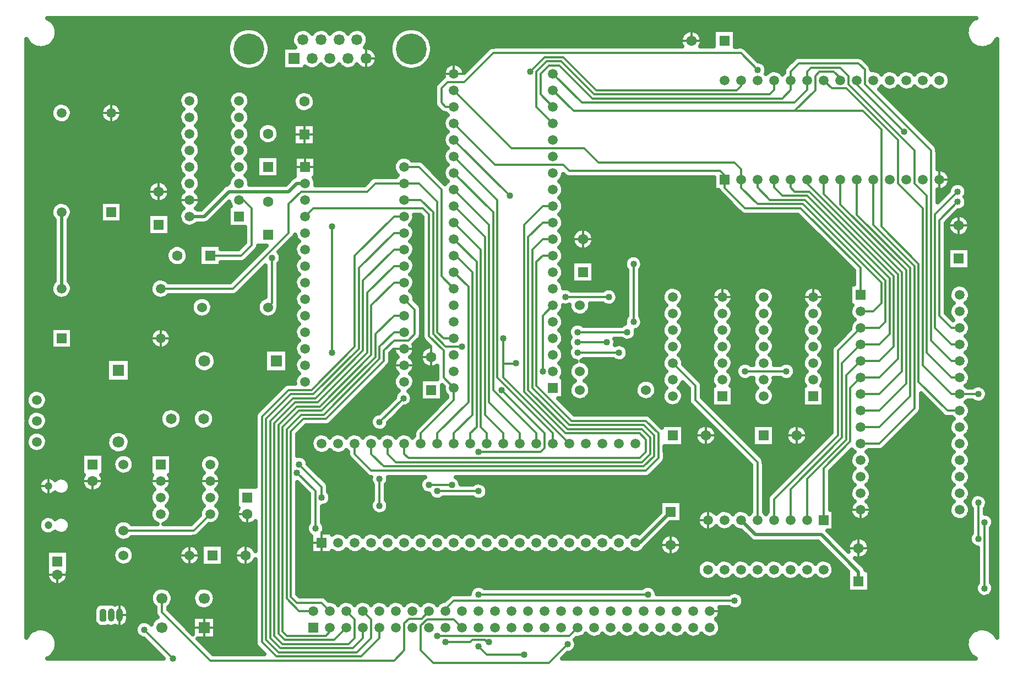
<source format=gbr>
G04 DipTrace 2.4.0.2*
%INBottom.gbr*%
%MOIN*%
%ADD13C,0.013*%
%ADD14C,0.02*%
%ADD15C,0.025*%
%ADD18C,0.0472*%
%ADD19C,0.063*%
%ADD20R,0.063X0.063*%
%ADD21R,0.0709X0.0709*%
%ADD22C,0.0709*%
%ADD23R,0.0591X0.0591*%
%ADD24C,0.0591*%
%ADD25C,0.063*%
%ADD26R,0.0665X0.0665*%
%ADD27C,0.0665*%
%ADD28C,0.1874*%
%ADD29C,0.065*%
%ADD30C,0.06*%
%ADD31C,0.06*%
%ADD32R,0.0669X0.0669*%
%ADD33C,0.0669*%
%ADD34O,0.0394X0.0787*%
%ADD35C,0.04*%
%FSLAX44Y44*%
G04*
G70*
G90*
G75*
G01*
%LNBottom*%
%LPD*%
X23331Y8284D2*
D13*
Y5534D1*
X25806Y3059D1*
Y-5566D1*
X23681Y-7691D1*
X22556D1*
X3931Y3684D2*
X3306D1*
X2931Y3309D1*
Y-4191D1*
X5056Y-6316D1*
X9556D1*
X10306Y-7066D1*
Y-8566D1*
X9556Y-9316D1*
X-7069D1*
X-8069Y-8316D1*
Y-7691D1*
X22331Y8284D2*
Y6159D1*
X25556Y2934D1*
Y-4816D1*
X23681Y-6691D1*
X22556D1*
X3931Y4684D2*
X3306D1*
X2681Y4059D1*
Y-4316D1*
X4931Y-6566D1*
X9431D1*
X10056Y-7191D1*
Y-8441D1*
X9431Y-9066D1*
X-6319D1*
X-7069Y-8316D1*
Y-7691D1*
X21331Y8284D2*
Y6784D1*
X25306Y2809D1*
Y-4066D1*
X23681Y-5691D1*
X22556D1*
X3931Y5684D2*
X3306D1*
X2431Y4809D1*
Y-4441D1*
X4806Y-6816D1*
X9306D1*
X9806Y-7316D1*
Y-8316D1*
X9306Y-8816D1*
X-5569D1*
X-6069Y-8316D1*
Y-7816D1*
Y-7691D1*
X20331Y8284D2*
Y7409D1*
X25056Y2684D1*
Y-3316D1*
X23681Y-4691D1*
X22556D1*
X3931Y6684D2*
X3306D1*
X2181Y5559D1*
Y-4566D1*
X4681Y-7066D1*
X9181D1*
X9556Y-7441D1*
Y-8191D1*
X9181Y-8566D1*
X-4819D1*
X-5069Y-8316D1*
Y-7691D1*
X19331Y8284D2*
Y8034D1*
X24806Y2559D1*
Y-2566D1*
X23681Y-3691D1*
X22556D1*
X20306Y-12316D2*
Y-9191D1*
X21931Y-7566D1*
Y-4316D1*
X22556Y-3691D1*
Y-2691D2*
X23681D1*
X24556Y-1816D1*
Y2434D1*
X19446Y7544D1*
X18571D1*
X18306Y7809D1*
Y8259D1*
X18331Y8284D1*
X19306Y-12316D2*
Y-9816D1*
X21681Y-7441D1*
Y-3566D1*
X22556Y-2691D1*
Y-1691D2*
X23681D1*
X24306Y-1066D1*
Y2309D1*
X19306Y7309D1*
X17806D1*
X17306Y7809D1*
Y8259D1*
X17331Y8284D1*
X18306Y-12316D2*
Y-10441D1*
X21431Y-7316D1*
Y-2816D1*
X22556Y-1691D1*
Y-691D2*
X23681D1*
X24056Y-316D1*
Y2184D1*
X19181Y7059D1*
X17056D1*
X16306Y7809D1*
Y8259D1*
X16331Y8284D1*
X17306Y-12316D2*
Y-11066D1*
X21181Y-7191D1*
Y-2066D1*
X22556Y-691D1*
X17331Y14284D2*
Y13709D1*
X17056Y13434D1*
X6431D1*
X4431Y15434D1*
X3556D1*
X2931Y14809D1*
Y12684D1*
X3931Y11684D1*
X28556Y-1691D2*
X28056D1*
X27056Y-691D1*
Y6184D1*
X28431Y7559D1*
X18331Y14284D2*
Y13709D1*
X17806Y13184D1*
X6306D1*
X4306Y15184D1*
X3681D1*
X3181Y14684D1*
Y13434D1*
X3931Y12684D1*
X28556Y-2691D2*
X28056D1*
X26806Y-1441D1*
Y10059D1*
X22806Y14059D1*
Y14934D1*
X22431Y15309D1*
X18806D1*
X18306Y14809D1*
Y14284D1*
X18331D1*
X3931Y13684D2*
X5181Y12434D1*
X18556D1*
X19806Y13684D1*
Y14559D1*
X20056Y14809D1*
X20931D1*
X21306Y14434D1*
Y14284D1*
X21331D1*
X21431D2*
X21331D1*
X28556Y-5691D2*
X27806D1*
X26056Y-3941D1*
Y3184D1*
X23806Y5434D1*
Y11309D1*
X22681Y12434D1*
X18556D1*
X19331Y14284D2*
Y13709D1*
X18556Y12934D1*
X5681D1*
X3931Y14684D1*
X28556Y-3691D2*
X28056D1*
X26556Y-2191D1*
Y7309D1*
X25806Y8059D1*
Y10059D1*
X21806Y14059D1*
Y14559D1*
X21306Y15059D1*
X19556D1*
X19306Y14809D1*
Y14284D1*
X19331D1*
X15331Y8284D2*
Y7784D1*
X16306Y6809D1*
X19056D1*
X23806Y2059D1*
Y809D1*
X23306Y309D1*
X22556D1*
X15331Y8284D2*
Y8909D1*
X14931Y9309D1*
X6681D1*
X5806Y10184D1*
X1431D1*
X-2069Y13684D1*
X16331Y14909D2*
X15306Y15934D1*
X306D1*
X-1444Y14184D1*
X-2444D1*
X-2819Y13809D1*
Y12934D1*
X-2569Y12684D1*
X-2069D1*
X28556Y-691D2*
X28056D1*
X27306Y59D1*
Y5809D1*
X28431Y6934D1*
X14331Y8284D2*
Y7784D1*
X15556Y6559D1*
X18931D1*
X22556Y2934D1*
Y1309D1*
X14331Y8284D2*
Y8534D1*
X14056Y8809D1*
X4931D1*
X4556Y9184D1*
X431D1*
X-2069Y11684D1*
Y10684D2*
X1306Y7309D1*
X5431Y-941D2*
X8431D1*
X-9444Y-2191D2*
Y5434D1*
X-2569Y-19691D2*
X-1069D1*
X-944Y-19566D1*
X-194D1*
X-69Y-19691D1*
X56D1*
X-3069Y-19316D2*
X4931D1*
X5431Y-18816D1*
X-3069Y-7691D2*
Y-7066D1*
X-1194Y-5191D1*
Y1809D1*
X-2069Y2684D1*
X-10569Y-17816D2*
X-11444D1*
X-12194Y-17066D1*
Y-6816D1*
X-11319Y-5941D1*
X-9944D1*
X-6569Y-2566D1*
Y-1816D1*
X-5694Y-941D1*
X-5085D1*
X-2069Y-7691D2*
Y-7066D1*
X-944Y-5941D1*
Y2684D1*
X-1944Y3684D1*
X-2069D1*
X-9569Y-18816D2*
Y-19066D1*
X-9819Y-19316D1*
X-12194D1*
X-12444Y-19066D1*
Y-6691D1*
X-11444Y-5691D1*
X-10069D1*
X-6819Y-2441D1*
Y-1066D1*
X-5694Y59D1*
X-5085D1*
X-1069Y-7691D2*
Y-7066D1*
X-694Y-6691D1*
Y3309D1*
X-2069Y4684D1*
X-9569Y-17816D2*
X-10069Y-17316D1*
X-11569D1*
X-11944Y-16941D1*
Y-6941D1*
X-11194Y-6191D1*
X-9819D1*
X-6319Y-2691D1*
Y-2066D1*
X-5694Y-1441D1*
X-4819D1*
X-4444Y-1066D1*
Y418D1*
X-5085Y1059D1*
X-69Y-7691D2*
Y-7066D1*
X-444Y-6691D1*
Y4059D1*
X-2069Y5684D1*
X-8569Y-18816D2*
X-9319Y-19566D1*
X-12319D1*
X-12694Y-19191D1*
Y-6566D1*
X-11569Y-5441D1*
X-10194D1*
X-7069Y-2316D1*
Y684D1*
X-5694Y2059D1*
X-5085D1*
X931Y-7691D2*
Y-7066D1*
X-194Y-5941D1*
Y4809D1*
X-2194Y6809D1*
X-2069Y6684D1*
X-5085Y3059D2*
X-5694D1*
X-7319Y1434D1*
Y-2191D1*
X-10319Y-5191D1*
X-11694D1*
X-12944Y-6441D1*
Y-19316D1*
X-12444Y-19816D1*
X-8444D1*
X-8069Y-19441D1*
Y-18316D1*
X-8569Y-17816D1*
X1931Y-7691D2*
Y-7066D1*
X56Y-5191D1*
Y5559D1*
X-2069Y7684D1*
X-7569Y-18816D2*
Y-19441D1*
X-8194Y-20066D1*
X-12569D1*
X-13194Y-19441D1*
Y-6316D1*
X-11819Y-4941D1*
X-10444D1*
X-7569Y-2066D1*
Y2184D1*
X-5694Y4059D1*
X-5085D1*
X2931Y-7691D2*
Y-7066D1*
X306Y-4441D1*
Y6309D1*
X-2069Y8684D1*
X-5085Y5059D2*
X-5694D1*
X-7819Y2934D1*
Y-1941D1*
X-10569Y-4691D1*
X-11944D1*
X-13444Y-6191D1*
Y-19566D1*
X-12694Y-20316D1*
X-7944D1*
X-7069Y-19441D1*
Y-18316D1*
X-7569Y-17816D1*
X3931Y-7691D2*
Y-7066D1*
X556Y-3691D1*
Y7059D1*
X-2069Y9684D1*
X-6569Y-18816D2*
Y-19441D1*
X-7694Y-20566D1*
X-12819D1*
X-13694Y-19691D1*
Y-6066D1*
X-12069Y-4441D1*
X-10694D1*
X-8069Y-1816D1*
Y3684D1*
X-5694Y6059D1*
X-5085D1*
X16306Y-12316D2*
Y-8816D1*
X12556Y-5066D1*
Y-4191D1*
X11181Y-2816D1*
X-13319Y559D2*
X-13069Y809D1*
Y3559D1*
X-5085Y7059D2*
X-4069D1*
X-3319Y6309D1*
Y-1066D1*
X-2569Y-1816D1*
X-1569D1*
X-10069Y-10941D2*
Y-10316D1*
X-11444Y-8941D1*
X-22069Y-12941D2*
X-17819D1*
X-16819Y-11941D1*
X-569Y-19941D2*
X-69Y-20441D1*
X2181D1*
X-19069Y-20691D2*
X-20819Y-18941D1*
X28556Y-4691D2*
X28056D1*
X26306Y-2941D1*
Y6559D1*
X24806Y8059D1*
Y10684D1*
X21681Y13809D1*
X20806D1*
X20331Y14284D1*
X-2569Y-17816D2*
Y-17691D1*
X-2069Y-17191D1*
X14931D1*
X29681Y-13441D2*
Y-11263D1*
Y-4691D2*
X28556D1*
X15331Y14284D2*
Y13959D1*
X15056Y13684D1*
X6556D1*
X4556Y15684D1*
X3431D1*
X2556Y14809D1*
X4681Y1184D2*
X7306D1*
X30056Y-12441D2*
Y-16441D1*
X4806Y-19816D2*
X3681Y-20941D1*
X-3319D1*
X-4069Y-20191D1*
Y-18691D1*
X-3694Y-18316D1*
X-2069D1*
X-1569Y-18816D1*
X-3069Y-10566D2*
X-569D1*
Y-8191D2*
X3181D1*
X3431Y-7941D1*
Y-7066D1*
X806Y-4441D1*
X3306Y-3316D2*
Y59D1*
X3931Y684D1*
X-5085Y8059D2*
X-6819D1*
X-7319Y7559D1*
X-11319D1*
X-12069Y6809D1*
Y5059D1*
X-15444Y1684D1*
X-19819D1*
X-2069Y-1316D2*
X-2694D1*
X-3069Y-941D1*
Y6934D1*
X-4194Y8059D1*
X-5085D1*
X931Y-1316D2*
Y-2850D1*
Y-3691D1*
X4931Y-7691D1*
X-10444Y-12816D2*
Y-10566D1*
X-11569Y-9441D1*
X931Y-2850D2*
X1647D1*
X1681Y-2816D1*
X5431Y-2191D2*
X7931D1*
X8931Y-13691D2*
D14*
X9181D1*
X11056Y-11816D1*
X22431Y-16003D2*
Y-15441D1*
X20181Y-13191D1*
X16181D1*
X15306Y-12316D1*
X-25819Y1684D2*
Y6309D1*
X-18069Y6059D2*
X-17194D1*
X-15694Y7559D1*
X-12069D1*
X-11569Y8059D1*
X-11069D1*
X18056Y-3316D2*
D13*
X15556D1*
X-2069Y-4316D2*
Y-5066D1*
X-4069Y-7066D1*
Y-7691D1*
X-2069Y-4316D2*
X-2694Y-3691D1*
Y-2066D1*
X-3569Y-1191D1*
Y6184D1*
X-3944Y6559D1*
X-10569D1*
X-11069Y6059D1*
X-19753Y-17044D2*
Y-17882D1*
X-16819Y-20816D1*
X-5694D1*
X-5069Y-20191D1*
Y-18566D1*
X-4775Y-18272D1*
X-4025D1*
X-3569Y-17816D1*
X-2194Y-10191D2*
X-3569D1*
X22331Y14284D2*
Y14034D1*
X25181Y11184D1*
X8806Y3184D2*
Y-316D1*
X-5085Y9059D2*
X-4194D1*
X-2819Y7684D1*
Y2434D1*
X-2069Y1684D1*
X7181Y-1566D2*
X5431D1*
X-569Y-16816D2*
X9681D1*
X-6569Y-11441D2*
Y-9816D1*
Y-6381D2*
X-5125Y-4937D1*
X-15069Y7059D2*
X-14819D1*
X-14319Y6559D1*
Y4309D1*
X-14944Y3684D1*
X-16819D1*
D35*
X28431Y7559D3*
X16331Y14909D3*
X28431Y6934D3*
X1306Y7309D3*
X5431Y-941D3*
X8431D3*
X-9444Y-2191D3*
Y5434D3*
X-2569Y-19691D3*
X56D3*
X-3069Y-19316D3*
X-13069Y3559D3*
X-1569Y-1816D3*
X-10069Y-10941D3*
X-11444Y-8941D3*
X-569Y-19941D3*
X2181Y-20441D3*
X-19069Y-20691D3*
X-20819Y-18941D3*
X14931Y-17191D3*
X29681Y-13441D3*
Y-11263D3*
Y-4691D3*
X2556Y14809D3*
X4681Y1184D3*
X7306D3*
X30056Y-12441D3*
Y-16441D3*
X4806Y-19816D3*
X-3069Y-10566D3*
X-569D3*
Y-8191D3*
X806Y-4441D3*
X3306Y-3316D3*
X931Y-1316D3*
X-10444Y-12816D3*
X-11569Y-9441D3*
X1681Y-2816D3*
X5431Y-2191D3*
X7931D3*
X18056Y-3316D3*
X15556D3*
X-2194Y-10191D3*
X-3569D3*
X25181Y11184D3*
X8806Y3184D3*
Y-316D3*
X7181Y-1566D3*
X5431D3*
X-569Y-16816D3*
X9681D3*
X-6569Y-11441D3*
Y-9816D3*
Y-6381D3*
X-5125Y-4937D3*
X-26315Y17810D2*
D15*
X29178D1*
X-26163Y17562D2*
X29025D1*
X-26093Y17313D2*
X-15100D1*
X-13878D2*
X-11576D1*
X-10831D2*
X-10486D1*
X-9741D2*
X-9397D1*
X-8651D2*
X-8307D1*
X-7561D2*
X-5260D1*
X-4038D2*
X12119D1*
X12493D2*
X13631D1*
X14981D2*
X28955D1*
X-26093Y17064D2*
X-15432D1*
X-13546D2*
X-11815D1*
X-7323D2*
X-5592D1*
X-3706D2*
X11756D1*
X12856D2*
X13631D1*
X14981D2*
X28955D1*
X-26159Y16816D2*
X-15615D1*
X-13358D2*
X-11893D1*
X-7245D2*
X-5779D1*
X-3522D2*
X11646D1*
X12966D2*
X13631D1*
X14981D2*
X29021D1*
X-26308Y16567D2*
X-15725D1*
X-13249D2*
X-11873D1*
X-7265D2*
X-5889D1*
X-3413D2*
X11642D1*
X12970D2*
X13631D1*
X14981D2*
X29170D1*
X-27919Y16318D2*
X-27510D1*
X-26628D2*
X-15779D1*
X-13198D2*
X-11744D1*
X-7394D2*
X-5940D1*
X-3358D2*
X170D1*
X15442D2*
X29490D1*
X30372D2*
X30783D1*
X-27919Y16070D2*
X-15779D1*
X-13198D2*
X-12444D1*
X-6866D2*
X-5940D1*
X-3358D2*
X-151D1*
X15763D2*
X30783D1*
X-27919Y15821D2*
X-15733D1*
X-13245D2*
X-12444D1*
X-6726D2*
X-5893D1*
X-3405D2*
X-397D1*
X16009D2*
X30783D1*
X-27919Y15572D2*
X-15627D1*
X-13347D2*
X-12444D1*
X-6698D2*
X-5791D1*
X-3511D2*
X-647D1*
X16259D2*
X18478D1*
X22759D2*
X30783D1*
X-27919Y15323D2*
X-15451D1*
X-13526D2*
X-12444D1*
X-6769D2*
X-5611D1*
X-3686D2*
X-897D1*
X16692D2*
X18228D1*
X23009D2*
X30783D1*
X-27919Y15075D2*
X-15135D1*
X-13843D2*
X-12444D1*
X-10257D2*
X-9971D1*
X-9167D2*
X-8881D1*
X-8077D2*
X-7791D1*
X-6983D2*
X-5295D1*
X-4003D2*
X-2588D1*
X-1550D2*
X-1143D1*
X16864D2*
X17982D1*
X23204D2*
X30783D1*
X-27919Y14826D2*
X-2709D1*
X17677D2*
X17881D1*
X23677D2*
X23986D1*
X24677D2*
X24986D1*
X25677D2*
X25986D1*
X26677D2*
X26986D1*
X27677D2*
X30783D1*
X-27919Y14577D2*
X-2713D1*
X27915D2*
X30783D1*
X-27919Y14329D2*
X-2889D1*
X27985D2*
X30783D1*
X-27919Y14080D2*
X-3139D1*
X27954D2*
X30783D1*
X-27919Y13831D2*
X-3244D1*
X27794D2*
X30783D1*
X-27919Y13583D2*
X-18444D1*
X-17694D2*
X-15444D1*
X-14694D2*
X-11440D1*
X-10811D2*
X-3244D1*
X23872D2*
X30783D1*
X-27919Y13334D2*
X-18662D1*
X-17476D2*
X-15662D1*
X-14476D2*
X-11709D1*
X-10542D2*
X-3244D1*
X24122D2*
X30783D1*
X-27919Y13085D2*
X-18725D1*
X-17413D2*
X-15725D1*
X-14413D2*
X-11795D1*
X-10456D2*
X-3244D1*
X24372D2*
X30783D1*
X-27919Y12837D2*
X-26190D1*
X-25448D2*
X-23190D1*
X-22448D2*
X-18682D1*
X-17456D2*
X-15682D1*
X-14456D2*
X-11779D1*
X-10472D2*
X-3233D1*
X24618D2*
X30783D1*
X-27919Y12588D2*
X-26408D1*
X-25229D2*
X-23408D1*
X-22229D2*
X-18514D1*
X-17624D2*
X-15514D1*
X-14624D2*
X-11651D1*
X-10597D2*
X-3065D1*
X24868D2*
X30783D1*
X-27919Y12339D2*
X-26475D1*
X-25163D2*
X-23475D1*
X-22163D2*
X-18658D1*
X-17479D2*
X-15658D1*
X-14479D2*
X-2795D1*
X25118D2*
X30783D1*
X-27919Y12091D2*
X-26436D1*
X-25202D2*
X-23436D1*
X-22202D2*
X-18725D1*
X-17413D2*
X-15725D1*
X-14413D2*
X-2576D1*
X25364D2*
X30783D1*
X-27919Y11842D2*
X-26268D1*
X-25370D2*
X-23268D1*
X-22370D2*
X-18686D1*
X-17452D2*
X-15686D1*
X-14452D2*
X-2705D1*
X25614D2*
X30783D1*
X-27919Y11593D2*
X-18518D1*
X-17620D2*
X-15518D1*
X-14620D2*
X-13713D1*
X-12913D2*
X-11799D1*
X-10452D2*
X-2717D1*
X25864D2*
X30783D1*
X-27919Y11344D2*
X-18654D1*
X-17483D2*
X-15654D1*
X-14483D2*
X-13924D1*
X-12702D2*
X-11799D1*
X-10452D2*
X-2623D1*
X26110D2*
X30783D1*
X-27919Y11096D2*
X-18725D1*
X-17413D2*
X-15725D1*
X-14413D2*
X-13986D1*
X-12640D2*
X-11799D1*
X-10452D2*
X-2572D1*
X26360D2*
X30783D1*
X-27919Y10847D2*
X-18686D1*
X-17452D2*
X-15686D1*
X-14452D2*
X-13951D1*
X-12675D2*
X-11799D1*
X-10452D2*
X-2701D1*
X26610D2*
X30783D1*
X-27919Y10598D2*
X-18526D1*
X-17612D2*
X-15526D1*
X-14612D2*
X-13791D1*
X-12831D2*
X-11799D1*
X-10452D2*
X-2717D1*
X26856D2*
X30783D1*
X-27919Y10350D2*
X-18654D1*
X-17483D2*
X-15654D1*
X-14483D2*
X-2627D1*
X27106D2*
X30783D1*
X-27919Y10101D2*
X-18721D1*
X-17417D2*
X-15721D1*
X-14417D2*
X-2565D1*
X27228D2*
X30783D1*
X-27919Y9852D2*
X-18690D1*
X-17448D2*
X-15690D1*
X-14448D2*
X-2701D1*
X27231D2*
X30783D1*
X-27919Y9604D2*
X-18529D1*
X-17608D2*
X-15529D1*
X-14608D2*
X-13986D1*
X-12640D2*
X-11725D1*
X-10413D2*
X-5428D1*
X-4741D2*
X-2717D1*
X27231D2*
X30783D1*
X-27919Y9355D2*
X-18651D1*
X-17487D2*
X-15651D1*
X-14487D2*
X-13986D1*
X-12640D2*
X-11725D1*
X-10413D2*
X-5666D1*
X-3901D2*
X-2631D1*
X27231D2*
X30783D1*
X-27919Y9106D2*
X-18721D1*
X-17417D2*
X-15721D1*
X-14417D2*
X-13986D1*
X-12640D2*
X-11725D1*
X-10413D2*
X-5736D1*
X-3651D2*
X-2561D1*
X27231D2*
X30783D1*
X-27919Y8858D2*
X-18690D1*
X-17448D2*
X-15690D1*
X-14448D2*
X-13986D1*
X-12640D2*
X-11725D1*
X-10413D2*
X-5705D1*
X-3401D2*
X-2701D1*
X27618D2*
X30783D1*
X-27919Y8609D2*
X-18533D1*
X-17604D2*
X-15533D1*
X-14604D2*
X-13986D1*
X-12640D2*
X-11725D1*
X-10413D2*
X-5549D1*
X-3151D2*
X-2721D1*
X27896D2*
X30783D1*
X-27919Y8360D2*
X-18647D1*
X-17491D2*
X-15647D1*
X-14491D2*
X-11908D1*
X-10491D2*
X-7108D1*
X-2905D2*
X-2635D1*
X4497D2*
X13678D1*
X27981D2*
X30783D1*
X-27919Y8112D2*
X-20311D1*
X-19577D2*
X-18721D1*
X-17417D2*
X-15721D1*
X-14417D2*
X-12158D1*
X-10417D2*
X-7358D1*
X4419D2*
X13678D1*
X27962D2*
X30783D1*
X-27919Y7863D2*
X-20545D1*
X-19343D2*
X-18694D1*
X-17444D2*
X-16029D1*
X4560D2*
X13678D1*
X27825D2*
X27967D1*
X28896D2*
X30783D1*
X-27919Y7614D2*
X-20615D1*
X-19272D2*
X-18541D1*
X-17597D2*
X-16279D1*
X4583D2*
X13943D1*
X27231D2*
X27873D1*
X28989D2*
X30783D1*
X-27919Y7365D2*
X-20588D1*
X-19300D2*
X-18643D1*
X-17495D2*
X-16526D1*
X4501D2*
X14158D1*
X27231D2*
X27646D1*
X28954D2*
X30783D1*
X-27919Y7117D2*
X-20444D1*
X-19444D2*
X-18721D1*
X-17417D2*
X-16776D1*
X4415D2*
X14408D1*
X27231D2*
X27396D1*
X28958D2*
X30783D1*
X-27919Y6868D2*
X-26135D1*
X-25503D2*
X-23475D1*
X-22163D2*
X-18694D1*
X-17444D2*
X-17026D1*
X4560D2*
X14658D1*
X28985D2*
X30783D1*
X-27919Y6619D2*
X-26393D1*
X-25245D2*
X-23475D1*
X-22163D2*
X-18545D1*
X-17593D2*
X-17272D1*
X-15995D2*
X-15725D1*
X4583D2*
X14904D1*
X28888D2*
X30783D1*
X-27919Y6371D2*
X-26471D1*
X-25167D2*
X-23475D1*
X-22163D2*
X-18643D1*
X-16241D2*
X-15725D1*
X4501D2*
X15154D1*
X28458D2*
X30783D1*
X-27919Y6122D2*
X-26447D1*
X-25190D2*
X-23475D1*
X-22163D2*
X-20619D1*
X-19269D2*
X-18721D1*
X-16491D2*
X-15725D1*
X-4433D2*
X-4096D1*
X4407D2*
X18779D1*
X28712D2*
X30783D1*
X-27919Y5873D2*
X-26299D1*
X-25339D2*
X-23475D1*
X-22163D2*
X-20619D1*
X-19269D2*
X-18697D1*
X-16741D2*
X-15725D1*
X-4456D2*
X-3994D1*
X4556D2*
X19025D1*
X29056D2*
X30783D1*
X-27919Y5625D2*
X-26279D1*
X-25358D2*
X-20619D1*
X-19269D2*
X-18549D1*
X-17147D2*
X-15725D1*
X-4604D2*
X-3994D1*
X4583D2*
X19275D1*
X29161D2*
X30783D1*
X-27919Y5376D2*
X-26279D1*
X-25358D2*
X-20619D1*
X-19269D2*
X-14744D1*
X-4515D2*
X-3994D1*
X4505D2*
X19525D1*
X29161D2*
X30783D1*
X-27919Y5127D2*
X-26279D1*
X-25358D2*
X-20619D1*
X-19269D2*
X-14744D1*
X-4433D2*
X-3994D1*
X4403D2*
X5244D1*
X6243D2*
X19771D1*
X27731D2*
X27943D1*
X29056D2*
X30783D1*
X-27919Y4879D2*
X-26279D1*
X-25358D2*
X-14744D1*
X-4456D2*
X-3994D1*
X4556D2*
X5099D1*
X6388D2*
X20021D1*
X27731D2*
X28283D1*
X28716D2*
X30783D1*
X-27919Y4630D2*
X-26279D1*
X-25358D2*
X-14744D1*
X-11909D2*
X-11557D1*
X-4597D2*
X-3994D1*
X4583D2*
X5072D1*
X6415D2*
X20271D1*
X27731D2*
X30783D1*
X-27919Y4381D2*
X-26279D1*
X-25358D2*
X-14838D1*
X-12155D2*
X-11635D1*
X-4519D2*
X-3994D1*
X4509D2*
X5142D1*
X6345D2*
X20517D1*
X27731D2*
X30783D1*
X-27919Y4133D2*
X-26279D1*
X-25358D2*
X-19315D1*
X-18323D2*
X-17494D1*
X-16144D2*
X-15084D1*
X-13936D2*
X-13584D1*
X-12405D2*
X-11721D1*
X-4433D2*
X-3994D1*
X4399D2*
X5377D1*
X6110D2*
X20767D1*
X29173D2*
X30783D1*
X-27919Y3884D2*
X-26279D1*
X-25358D2*
X-19463D1*
X-18175D2*
X-17494D1*
X-14155D2*
X-13834D1*
X-12620D2*
X-11697D1*
X-4456D2*
X-3994D1*
X4552D2*
X21017D1*
X29173D2*
X30783D1*
X-27919Y3635D2*
X-26279D1*
X-25358D2*
X-19490D1*
X-18147D2*
X-17494D1*
X-14401D2*
X-14084D1*
X-12515D2*
X-11561D1*
X-4593D2*
X-3994D1*
X4583D2*
X8494D1*
X9118D2*
X21264D1*
X29173D2*
X30783D1*
X-27919Y3386D2*
X-26279D1*
X-25358D2*
X-19420D1*
X-18218D2*
X-17494D1*
X-14651D2*
X-14330D1*
X-12538D2*
X-11631D1*
X-4522D2*
X-3994D1*
X4513D2*
X8287D1*
X9325D2*
X21514D1*
X29173D2*
X30783D1*
X-27919Y3138D2*
X-26279D1*
X-25358D2*
X-19197D1*
X-18440D2*
X-17494D1*
X-16144D2*
X-14580D1*
X-12644D2*
X-11721D1*
X-4433D2*
X-3994D1*
X4392D2*
X5068D1*
X6419D2*
X8248D1*
X9364D2*
X21764D1*
X29173D2*
X30783D1*
X-27919Y2889D2*
X-26279D1*
X-25358D2*
X-14830D1*
X-13647D2*
X-13494D1*
X-12644D2*
X-11701D1*
X-4452D2*
X-3994D1*
X4552D2*
X5068D1*
X6419D2*
X8334D1*
X9278D2*
X22010D1*
X29173D2*
X30783D1*
X-27919Y2640D2*
X-26279D1*
X-25358D2*
X-15076D1*
X-13897D2*
X-13494D1*
X-12644D2*
X-11565D1*
X-4589D2*
X-3994D1*
X4583D2*
X5068D1*
X6419D2*
X8381D1*
X9231D2*
X22131D1*
X27731D2*
X30783D1*
X-27919Y2392D2*
X-26279D1*
X-25358D2*
X-15326D1*
X-14147D2*
X-13494D1*
X-12644D2*
X-11631D1*
X-4526D2*
X-3994D1*
X4513D2*
X5068D1*
X6419D2*
X8381D1*
X9231D2*
X22131D1*
X27731D2*
X30783D1*
X-27919Y2143D2*
X-26279D1*
X-25358D2*
X-20276D1*
X-19362D2*
X-15576D1*
X-14394D2*
X-13494D1*
X-12644D2*
X-11717D1*
X-4436D2*
X-3994D1*
X4388D2*
X5068D1*
X6419D2*
X8381D1*
X9231D2*
X22131D1*
X27731D2*
X30783D1*
X-27919Y1894D2*
X-26440D1*
X-25198D2*
X-20440D1*
X-14644D2*
X-13494D1*
X-12644D2*
X-11701D1*
X-4452D2*
X-3994D1*
X4552D2*
X8381D1*
X9231D2*
X21900D1*
X27731D2*
X28299D1*
X28814D2*
X30783D1*
X-27919Y1646D2*
X-26475D1*
X-25163D2*
X-20475D1*
X-14894D2*
X-13494D1*
X-12644D2*
X-11569D1*
X-4585D2*
X-3994D1*
X4978D2*
X7010D1*
X7603D2*
X8381D1*
X9231D2*
X10728D1*
X11634D2*
X13728D1*
X14634D2*
X16228D1*
X17134D2*
X19228D1*
X20134D2*
X21900D1*
X27731D2*
X27998D1*
X29114D2*
X30783D1*
X-27919Y1397D2*
X-26404D1*
X-25233D2*
X-20404D1*
X-15140D2*
X-13494D1*
X-12644D2*
X-11627D1*
X-4526D2*
X-3994D1*
X7821D2*
X8381D1*
X9231D2*
X10564D1*
X11798D2*
X13564D1*
X14798D2*
X16064D1*
X17298D2*
X19064D1*
X20298D2*
X21900D1*
X27731D2*
X27908D1*
X29204D2*
X30783D1*
X-27919Y1148D2*
X-26174D1*
X-25464D2*
X-20174D1*
X-19464D2*
X-17580D1*
X-17058D2*
X-13580D1*
X-12644D2*
X-11717D1*
X-4436D2*
X-3994D1*
X7864D2*
X8381D1*
X9231D2*
X10525D1*
X11837D2*
X13525D1*
X14837D2*
X16025D1*
X17337D2*
X19025D1*
X20337D2*
X21900D1*
X27731D2*
X27924D1*
X29189D2*
X30783D1*
X-27919Y900D2*
X-17881D1*
X-16757D2*
X-13881D1*
X-12644D2*
X-11705D1*
X-4335D2*
X-3994D1*
X7782D2*
X8381D1*
X9231D2*
X10596D1*
X11767D2*
X13596D1*
X14767D2*
X16096D1*
X17267D2*
X19096D1*
X20267D2*
X21900D1*
X27731D2*
X28053D1*
X29060D2*
X30783D1*
X-27919Y651D2*
X-17971D1*
X-16667D2*
X-13971D1*
X-12667D2*
X-11572D1*
X4751D2*
X4896D1*
X6216D2*
X7236D1*
X7374D2*
X8381D1*
X9231D2*
X10732D1*
X11630D2*
X13732D1*
X14630D2*
X16232D1*
X17130D2*
X19232D1*
X20130D2*
X22002D1*
X27731D2*
X28002D1*
X29110D2*
X30783D1*
X-27919Y402D2*
X-17959D1*
X-16679D2*
X-13959D1*
X-12679D2*
X-11623D1*
X4521D2*
X4963D1*
X6149D2*
X8381D1*
X9231D2*
X10564D1*
X11798D2*
X13564D1*
X14798D2*
X16064D1*
X17298D2*
X19064D1*
X20298D2*
X21908D1*
X27731D2*
X27908D1*
X29204D2*
X30783D1*
X-27919Y154D2*
X-17834D1*
X-16804D2*
X-13834D1*
X-12804D2*
X-11717D1*
X4376D2*
X5181D1*
X5931D2*
X8381D1*
X9231D2*
X10525D1*
X11837D2*
X13525D1*
X14837D2*
X16025D1*
X17337D2*
X19025D1*
X20337D2*
X21920D1*
X29192D2*
X30783D1*
X-27919Y-95D2*
X-11705D1*
X4548D2*
X8295D1*
X9317D2*
X10592D1*
X11771D2*
X13592D1*
X14771D2*
X16092D1*
X17271D2*
X19092D1*
X20271D2*
X22049D1*
X29064D2*
X30783D1*
X-27919Y-344D2*
X-11580D1*
X4587D2*
X8248D1*
X9364D2*
X10740D1*
X11622D2*
X13740D1*
X14622D2*
X16240D1*
X17122D2*
X19240D1*
X20122D2*
X22006D1*
X29106D2*
X30783D1*
X-27919Y-593D2*
X-11619D1*
X4521D2*
X5002D1*
X9290D2*
X10568D1*
X11794D2*
X13568D1*
X14794D2*
X16068D1*
X17294D2*
X19068D1*
X20294D2*
X21908D1*
X29204D2*
X30783D1*
X-27919Y-841D2*
X-26475D1*
X-25163D2*
X-20260D1*
X-19378D2*
X-11717D1*
X4372D2*
X4881D1*
X8981D2*
X10525D1*
X11837D2*
X13525D1*
X14837D2*
X16025D1*
X17337D2*
X19025D1*
X20337D2*
X21814D1*
X29192D2*
X30783D1*
X-27919Y-1090D2*
X-26475D1*
X-25163D2*
X-20432D1*
X-19206D2*
X-11705D1*
X4544D2*
X4892D1*
X8970D2*
X10588D1*
X11774D2*
X13588D1*
X14774D2*
X16088D1*
X17274D2*
X19088D1*
X20274D2*
X21568D1*
X29067D2*
X30783D1*
X-27919Y-1339D2*
X-26475D1*
X-25163D2*
X-20475D1*
X-19163D2*
X-11584D1*
X-4128D2*
X-3967D1*
X4587D2*
X4924D1*
X8814D2*
X10744D1*
X11618D2*
X13744D1*
X14618D2*
X16244D1*
X17118D2*
X19244D1*
X20118D2*
X21318D1*
X29103D2*
X30783D1*
X-27919Y-1587D2*
X-26475D1*
X-25163D2*
X-20412D1*
X-19226D2*
X-11615D1*
X-4374D2*
X-3764D1*
X4524D2*
X4873D1*
X7739D2*
X10568D1*
X11794D2*
X13568D1*
X14794D2*
X16068D1*
X17294D2*
X19068D1*
X20294D2*
X21068D1*
X29204D2*
X30783D1*
X-27919Y-1836D2*
X-26475D1*
X-25163D2*
X-20201D1*
X-19436D2*
X-11717D1*
X-4436D2*
X-3705D1*
X4364D2*
X4943D1*
X8356D2*
X10525D1*
X11837D2*
X13525D1*
X14837D2*
X16025D1*
X17337D2*
X19025D1*
X20337D2*
X20830D1*
X29192D2*
X30783D1*
X-27919Y-2085D2*
X-17522D1*
X-16815D2*
X-13533D1*
X-12104D2*
X-11709D1*
X-4444D2*
X-4014D1*
X4544D2*
X4881D1*
X8481D2*
X10588D1*
X11774D2*
X13588D1*
X14774D2*
X16088D1*
X17274D2*
X19088D1*
X20274D2*
X20756D1*
X29071D2*
X30783D1*
X-27919Y-2333D2*
X-17783D1*
X-16554D2*
X-13533D1*
X-12104D2*
X-11588D1*
X-5894D2*
X-5604D1*
X-4565D2*
X-4111D1*
X4587D2*
X4892D1*
X8470D2*
X10752D1*
X11610D2*
X13752D1*
X14610D2*
X16252D1*
X17110D2*
X19252D1*
X20110D2*
X20756D1*
X29099D2*
X30783D1*
X-27919Y-2582D2*
X-23088D1*
X-21659D2*
X-17873D1*
X-16464D2*
X-13533D1*
X-12104D2*
X-11611D1*
X-5894D2*
X-5627D1*
X-4542D2*
X-4104D1*
X4528D2*
X5041D1*
X8321D2*
X10572D1*
X11790D2*
X13572D1*
X14790D2*
X16072D1*
X17290D2*
X19072D1*
X20290D2*
X20756D1*
X29200D2*
X30783D1*
X-27919Y-2831D2*
X-23088D1*
X-21659D2*
X-17869D1*
X-16468D2*
X-13533D1*
X-12104D2*
X-11713D1*
X-5921D2*
X-5729D1*
X-4440D2*
X-3990D1*
X4356D2*
X5123D1*
X5989D2*
X10525D1*
X11837D2*
X13525D1*
X14837D2*
X15306D1*
X15806D2*
X16025D1*
X17337D2*
X17806D1*
X18306D2*
X19025D1*
X20337D2*
X20756D1*
X29196D2*
X30783D1*
X-27919Y-3079D2*
X-23088D1*
X-21659D2*
X-17764D1*
X-16573D2*
X-13533D1*
X-12104D2*
X-11709D1*
X-6116D2*
X-5725D1*
X-4444D2*
X-3588D1*
X-3298D2*
X-3119D1*
X4540D2*
X4943D1*
X6169D2*
X10584D1*
X12036D2*
X13584D1*
X14778D2*
X15053D1*
X18560D2*
X19084D1*
X20278D2*
X20756D1*
X29079D2*
X30783D1*
X-27919Y-3328D2*
X-23088D1*
X-21659D2*
X-17455D1*
X-16882D2*
X-13533D1*
X-12104D2*
X-11592D1*
X-6366D2*
X-5608D1*
X-4561D2*
X-3119D1*
X4587D2*
X4896D1*
X6216D2*
X10756D1*
X12282D2*
X13756D1*
X14606D2*
X14998D1*
X18614D2*
X19256D1*
X20106D2*
X20756D1*
X29095D2*
X30783D1*
X-27919Y-3577D2*
X-23088D1*
X-21659D2*
X-11608D1*
X-6616D2*
X-5623D1*
X-4546D2*
X-3119D1*
X4528D2*
X4951D1*
X6161D2*
X10572D1*
X12532D2*
X13572D1*
X14790D2*
X15064D1*
X18548D2*
X19072D1*
X20290D2*
X20756D1*
X29200D2*
X30783D1*
X-27919Y-3825D2*
X-23088D1*
X-21659D2*
X-11713D1*
X-6862D2*
X-5729D1*
X-4440D2*
X-4119D1*
X4587D2*
X5154D1*
X5958D2*
X9377D1*
X9735D2*
X10525D1*
X12782D2*
X13525D1*
X14837D2*
X15369D1*
X15743D2*
X16025D1*
X17337D2*
X17869D1*
X18243D2*
X19025D1*
X20337D2*
X20756D1*
X29196D2*
X30783D1*
X-27919Y-4074D2*
X-12252D1*
X-7112D2*
X-5725D1*
X-4444D2*
X-4119D1*
X4587D2*
X5014D1*
X6099D2*
X9014D1*
X10099D2*
X10580D1*
X12962D2*
X13580D1*
X14782D2*
X16080D1*
X17282D2*
X19080D1*
X20282D2*
X20756D1*
X29083D2*
X30783D1*
X-27919Y-4323D2*
X-12541D1*
X-7358D2*
X-5611D1*
X-4558D2*
X-4119D1*
X4587D2*
X4908D1*
X6204D2*
X8908D1*
X10204D2*
X10764D1*
X11599D2*
X12096D1*
X12981D2*
X13525D1*
X14837D2*
X16264D1*
X17099D2*
X19025D1*
X20337D2*
X20756D1*
X30095D2*
X30783D1*
X-27919Y-4572D2*
X-27748D1*
X-26890D2*
X-12791D1*
X-7608D2*
X-5541D1*
X-4710D2*
X-4119D1*
X4587D2*
X4908D1*
X6204D2*
X8908D1*
X10204D2*
X10576D1*
X11786D2*
X12131D1*
X12981D2*
X13525D1*
X14837D2*
X16076D1*
X17286D2*
X19025D1*
X20337D2*
X20756D1*
X30228D2*
X30783D1*
X-26710Y-4820D2*
X-13037D1*
X-7858D2*
X-5670D1*
X-4577D2*
X-4119D1*
X-2769D2*
X-2494D1*
X4587D2*
X5021D1*
X6091D2*
X9021D1*
X10091D2*
X10525D1*
X11837D2*
X12131D1*
X12981D2*
X13525D1*
X14837D2*
X16025D1*
X17337D2*
X19025D1*
X20337D2*
X20756D1*
X30224D2*
X30783D1*
X-26663Y-5069D2*
X-13287D1*
X-8104D2*
X-5846D1*
X-4581D2*
X-4119D1*
X4399D2*
X5439D1*
X5676D2*
X9439D1*
X9676D2*
X10580D1*
X11782D2*
X12131D1*
X13149D2*
X13525D1*
X14837D2*
X16080D1*
X17282D2*
X19025D1*
X20337D2*
X20756D1*
X26231D2*
X26592D1*
X30083D2*
X30783D1*
X-26722Y-5318D2*
X-13537D1*
X-8354D2*
X-6096D1*
X-4726D2*
X-2912D1*
X4649D2*
X10775D1*
X11587D2*
X12221D1*
X13399D2*
X13528D1*
X14837D2*
X16275D1*
X17087D2*
X19025D1*
X20337D2*
X20756D1*
X26231D2*
X26842D1*
X29087D2*
X30783D1*
X-27919Y-5566D2*
X-27713D1*
X-26925D2*
X-19432D1*
X-18956D2*
X-17463D1*
X-16987D2*
X-13783D1*
X-8604D2*
X-6346D1*
X-5163D2*
X-3158D1*
X4896D2*
X12467D1*
X13646D2*
X20756D1*
X26231D2*
X27092D1*
X29200D2*
X30783D1*
X-27919Y-5815D2*
X-27725D1*
X-26913D2*
X-19760D1*
X-18628D2*
X-17791D1*
X-16659D2*
X-14029D1*
X-8851D2*
X-6592D1*
X-5413D2*
X-3408D1*
X5146D2*
X12713D1*
X13896D2*
X20756D1*
X26146D2*
X27338D1*
X29200D2*
X30783D1*
X-26718Y-6064D2*
X-19865D1*
X-18522D2*
X-17897D1*
X-16554D2*
X-14119D1*
X-9101D2*
X-7026D1*
X-5659D2*
X-3658D1*
X9896D2*
X12963D1*
X14146D2*
X20756D1*
X25899D2*
X27635D1*
X29091D2*
X30783D1*
X-26663Y-6312D2*
X-19865D1*
X-18522D2*
X-17901D1*
X-16554D2*
X-14119D1*
X-9351D2*
X-7123D1*
X-5909D2*
X-3904D1*
X10142D2*
X13213D1*
X14392D2*
X20756D1*
X25649D2*
X28029D1*
X29083D2*
X30783D1*
X-26714Y-6561D2*
X-19764D1*
X-18624D2*
X-17795D1*
X-16655D2*
X-14119D1*
X-9644D2*
X-7096D1*
X-6042D2*
X-4154D1*
X11856D2*
X12998D1*
X14642D2*
X16006D1*
X17356D2*
X18498D1*
X18864D2*
X20756D1*
X25403D2*
X27916D1*
X29196D2*
X30783D1*
X-27919Y-6810D2*
X-27736D1*
X-26901D2*
X-19447D1*
X-18940D2*
X-17479D1*
X-16972D2*
X-14119D1*
X-11222D2*
X-6916D1*
X-6222D2*
X-4401D1*
X11856D2*
X12631D1*
X14892D2*
X16006D1*
X17356D2*
X18131D1*
X19231D2*
X20756D1*
X25153D2*
X27912D1*
X29200D2*
X30783D1*
X-27919Y-7058D2*
X-27705D1*
X-26933D2*
X-22826D1*
X-21925D2*
X-14119D1*
X-11472D2*
X-4494D1*
X11856D2*
X12521D1*
X15138D2*
X16006D1*
X17356D2*
X18021D1*
X19341D2*
X20724D1*
X24903D2*
X28017D1*
X29095D2*
X30783D1*
X-26726Y-7307D2*
X-23026D1*
X-21726D2*
X-14119D1*
X-11519D2*
X-10592D1*
X11856D2*
X12517D1*
X13845D2*
X14205D1*
X15388D2*
X16006D1*
X17356D2*
X18017D1*
X19345D2*
X20474D1*
X24657D2*
X28033D1*
X29079D2*
X30783D1*
X-26663Y-7556D2*
X-23088D1*
X-21663D2*
X-14119D1*
X-11519D2*
X-10709D1*
X11856D2*
X12619D1*
X13743D2*
X14455D1*
X15638D2*
X16006D1*
X17356D2*
X18119D1*
X19243D2*
X20224D1*
X24407D2*
X27916D1*
X29196D2*
X30783D1*
X-26706Y-7804D2*
X-23057D1*
X-21690D2*
X-14119D1*
X-11519D2*
X-10713D1*
X11856D2*
X12943D1*
X13419D2*
X14705D1*
X17356D2*
X18443D1*
X18919D2*
X19978D1*
X24157D2*
X27912D1*
X29200D2*
X30783D1*
X-27919Y-8053D2*
X-27756D1*
X-26882D2*
X-22920D1*
X-21831D2*
X-14119D1*
X-11519D2*
X-10611D1*
X10731D2*
X14951D1*
X16134D2*
X19728D1*
X23876D2*
X28014D1*
X29099D2*
X30783D1*
X-27919Y-8302D2*
X-24619D1*
X-23269D2*
X-14119D1*
X-11519D2*
X-10248D1*
X-9890D2*
X-9248D1*
X-8890D2*
X-8494D1*
X10731D2*
X15201D1*
X16384D2*
X19478D1*
X21786D2*
X22037D1*
X23075D2*
X28037D1*
X29075D2*
X30783D1*
X-27919Y-8551D2*
X-24619D1*
X-23269D2*
X-22596D1*
X-21542D2*
X-20475D1*
X-19163D2*
X-17338D1*
X-16300D2*
X-14119D1*
X-11054D2*
X-8416D1*
X10731D2*
X15451D1*
X16630D2*
X19232D1*
X21536D2*
X21916D1*
X23196D2*
X27916D1*
X29196D2*
X30783D1*
X-27919Y-8799D2*
X-24619D1*
X-23269D2*
X-22713D1*
X-21425D2*
X-20475D1*
X-19163D2*
X-17459D1*
X-16179D2*
X-14119D1*
X-10901D2*
X-8178D1*
X10657D2*
X15697D1*
X16731D2*
X18982D1*
X21290D2*
X21912D1*
X23200D2*
X27912D1*
X29200D2*
X30783D1*
X-27919Y-9048D2*
X-24619D1*
X-23269D2*
X-22721D1*
X-21417D2*
X-20475D1*
X-19163D2*
X-17463D1*
X-16175D2*
X-14119D1*
X-10745D2*
X-7928D1*
X10415D2*
X15881D1*
X16731D2*
X18732D1*
X21040D2*
X22014D1*
X23099D2*
X28014D1*
X29099D2*
X30783D1*
X-27919Y-9297D2*
X-24619D1*
X-23269D2*
X-22619D1*
X-21519D2*
X-20475D1*
X-19163D2*
X-17365D1*
X-16272D2*
X-14119D1*
X-10499D2*
X-7678D1*
X10165D2*
X15881D1*
X16731D2*
X18486D1*
X20790D2*
X22041D1*
X23071D2*
X28041D1*
X29071D2*
X30783D1*
X-27919Y-9545D2*
X-24619D1*
X-23269D2*
X-22287D1*
X-21851D2*
X-20475D1*
X-19163D2*
X-17334D1*
X-16304D2*
X-14119D1*
X-10249D2*
X-7432D1*
X9919D2*
X15881D1*
X16731D2*
X18236D1*
X20731D2*
X21920D1*
X23192D2*
X27920D1*
X29192D2*
X30783D1*
X-27919Y-9794D2*
X-26975D1*
X-26272D2*
X-26112D1*
X-25561D2*
X-24604D1*
X-23284D2*
X-20455D1*
X-19183D2*
X-17455D1*
X-16183D2*
X-14119D1*
X-9999D2*
X-7127D1*
X-6011D2*
X-3951D1*
X-1811D2*
X15881D1*
X16731D2*
X17986D1*
X20731D2*
X21908D1*
X23204D2*
X27908D1*
X29204D2*
X30783D1*
X-27919Y-10043D2*
X-27178D1*
X-25327D2*
X-24611D1*
X-23276D2*
X-20467D1*
X-19171D2*
X-17467D1*
X-16171D2*
X-14119D1*
X-9753D2*
X-7080D1*
X-6058D2*
X-4108D1*
X-1655D2*
X-705D1*
X-430D2*
X15881D1*
X16731D2*
X17740D1*
X20731D2*
X22010D1*
X23103D2*
X28010D1*
X29103D2*
X30783D1*
X-27919Y-10291D2*
X-27221D1*
X-25280D2*
X-24518D1*
X-23370D2*
X-20369D1*
X-19269D2*
X-17369D1*
X-16269D2*
X-15244D1*
X-11519D2*
X-11311D1*
X-9644D2*
X-6994D1*
X-6144D2*
X-4119D1*
X-85D2*
X15881D1*
X16731D2*
X17490D1*
X20731D2*
X22045D1*
X23067D2*
X28045D1*
X29067D2*
X30783D1*
X-27919Y-10540D2*
X-27151D1*
X-25358D2*
X-24221D1*
X-23667D2*
X-20330D1*
X-19308D2*
X-17330D1*
X-16308D2*
X-15244D1*
X-11519D2*
X-11061D1*
X-9644D2*
X-6994D1*
X-6144D2*
X-3998D1*
X-11D2*
X15881D1*
X16731D2*
X17240D1*
X20731D2*
X21920D1*
X23192D2*
X27920D1*
X29192D2*
X30783D1*
X-27919Y-10789D2*
X-26873D1*
X-26378D2*
X-25940D1*
X-25734D2*
X-20455D1*
X-19183D2*
X-17455D1*
X-16183D2*
X-15244D1*
X-11519D2*
X-10869D1*
X-9530D2*
X-6994D1*
X-6144D2*
X-3580D1*
X-58D2*
X15881D1*
X16731D2*
X16994D1*
X20731D2*
X21908D1*
X23204D2*
X27908D1*
X29204D2*
X29408D1*
X29954D2*
X30783D1*
X-27919Y-11037D2*
X-20467D1*
X-19171D2*
X-17467D1*
X-16171D2*
X-15244D1*
X-11519D2*
X-10869D1*
X-9519D2*
X-6994D1*
X-6144D2*
X-3346D1*
X-2792D2*
X-846D1*
X-292D2*
X15881D1*
X16731D2*
X16882D1*
X20731D2*
X22006D1*
X23106D2*
X28006D1*
X30192D2*
X30783D1*
X-27919Y-11286D2*
X-20369D1*
X-19269D2*
X-17369D1*
X-16269D2*
X-15244D1*
X-11519D2*
X-10869D1*
X-9636D2*
X-7108D1*
X-6030D2*
X10381D1*
X11731D2*
X15881D1*
X16731D2*
X16882D1*
X20731D2*
X22049D1*
X23064D2*
X28049D1*
X30239D2*
X30783D1*
X-27919Y-11535D2*
X-20326D1*
X-19311D2*
X-17326D1*
X-16311D2*
X-15244D1*
X-11519D2*
X-10869D1*
X-10019D2*
X-7119D1*
X-6019D2*
X10381D1*
X11731D2*
X15881D1*
X16731D2*
X16882D1*
X20731D2*
X21920D1*
X23192D2*
X27920D1*
X30165D2*
X30783D1*
X-27919Y-11783D2*
X-20455D1*
X-19183D2*
X-17455D1*
X-16183D2*
X-15225D1*
X-11519D2*
X-10869D1*
X-10019D2*
X-7006D1*
X-6132D2*
X10381D1*
X11731D2*
X12943D1*
X13669D2*
X13943D1*
X14669D2*
X14943D1*
X15669D2*
X15881D1*
X16731D2*
X16882D1*
X20962D2*
X21908D1*
X23204D2*
X27908D1*
X30106D2*
X30783D1*
X-27919Y-12032D2*
X-20467D1*
X-19171D2*
X-17502D1*
X-16171D2*
X-15236D1*
X-11519D2*
X-10869D1*
X-10019D2*
X10201D1*
X11731D2*
X12717D1*
X20962D2*
X22002D1*
X23110D2*
X28002D1*
X29110D2*
X29257D1*
X30427D2*
X30783D1*
X-27919Y-12281D2*
X-27108D1*
X-25409D2*
X-20373D1*
X-19265D2*
X-17748D1*
X-16265D2*
X-15147D1*
X-11519D2*
X-10869D1*
X-10019D2*
X9951D1*
X11731D2*
X12650D1*
X20962D2*
X22310D1*
X22802D2*
X28310D1*
X28802D2*
X29256D1*
X30591D2*
X30783D1*
X-27919Y-12530D2*
X-27213D1*
X-25288D2*
X-22576D1*
X-21561D2*
X-20069D1*
X-19569D2*
X-17998D1*
X-16569D2*
X-14869D1*
X-14269D2*
X-14118D1*
X-11519D2*
X-10920D1*
X-9968D2*
X9701D1*
X10981D2*
X12689D1*
X20962D2*
X29256D1*
X30610D2*
X30783D1*
X-27919Y-12778D2*
X-27201D1*
X-25304D2*
X-22709D1*
X-17065D2*
X-14119D1*
X-11519D2*
X-11002D1*
X-9886D2*
X9455D1*
X10735D2*
X12853D1*
X20962D2*
X29256D1*
X30497D2*
X30783D1*
X-27919Y-13027D2*
X-27057D1*
X-25464D2*
X-22725D1*
X-17315D2*
X-14119D1*
X-11519D2*
X-10959D1*
X-9929D2*
X9205D1*
X10485D2*
X15377D1*
X20657D2*
X29256D1*
X30481D2*
X30783D1*
X-27919Y-13276D2*
X-22635D1*
X-17573D2*
X-14119D1*
X-11519D2*
X-10744D1*
X10235D2*
X10670D1*
X11442D2*
X15627D1*
X20907D2*
X29146D1*
X30481D2*
X30783D1*
X-27919Y-13524D2*
X-22346D1*
X-21792D2*
X-14119D1*
X-11519D2*
X-10725D1*
X9989D2*
X10451D1*
X11661D2*
X15877D1*
X21153D2*
X21967D1*
X22896D2*
X29127D1*
X30481D2*
X30783D1*
X-27919Y-13773D2*
X-14119D1*
X-11519D2*
X-10725D1*
X9739D2*
X10385D1*
X11728D2*
X20123D1*
X21403D2*
X21799D1*
X23064D2*
X29236D1*
X30481D2*
X30783D1*
X-27919Y-14022D2*
X-22572D1*
X-21565D2*
X-18572D1*
X-17565D2*
X-17369D1*
X-16019D2*
X-15217D1*
X-11519D2*
X-10725D1*
X9493D2*
X10416D1*
X11696D2*
X20373D1*
X23106D2*
X29631D1*
X30481D2*
X30783D1*
X-27919Y-14270D2*
X-26744D1*
X-25394D2*
X-22705D1*
X-21433D2*
X-18705D1*
X-16019D2*
X-15346D1*
X-11519D2*
X-10725D1*
X-8796D2*
X-8342D1*
X-7796D2*
X-7342D1*
X-6796D2*
X-6342D1*
X-5796D2*
X-5342D1*
X-4796D2*
X-4342D1*
X-3796D2*
X-3342D1*
X-2796D2*
X-2342D1*
X-1796D2*
X-1342D1*
X-796D2*
X-342D1*
X204D2*
X658D1*
X1204D2*
X1658D1*
X2204D2*
X2658D1*
X3204D2*
X3658D1*
X4204D2*
X4658D1*
X5204D2*
X5658D1*
X6204D2*
X6658D1*
X7204D2*
X7658D1*
X8204D2*
X8658D1*
X9204D2*
X10568D1*
X11544D2*
X20619D1*
X23048D2*
X29631D1*
X30481D2*
X30783D1*
X-27919Y-14519D2*
X-26744D1*
X-25394D2*
X-22725D1*
X-21413D2*
X-18725D1*
X-16019D2*
X-15365D1*
X-11519D2*
X20869D1*
X22853D2*
X29631D1*
X30481D2*
X30783D1*
X-27919Y-14768D2*
X-26744D1*
X-25394D2*
X-22639D1*
X-21499D2*
X-18639D1*
X-17499D2*
X-17366D1*
X-16019D2*
X-15279D1*
X-11519D2*
X12971D1*
X13642D2*
X13971D1*
X14642D2*
X14971D1*
X15642D2*
X15971D1*
X16642D2*
X16971D1*
X17642D2*
X17971D1*
X18642D2*
X18971D1*
X19642D2*
X19971D1*
X20642D2*
X21119D1*
X22399D2*
X29631D1*
X30481D2*
X30783D1*
X-27919Y-15016D2*
X-26744D1*
X-25394D2*
X-22361D1*
X-21776D2*
X-18361D1*
X-17776D2*
X-17369D1*
X-16019D2*
X-15022D1*
X-14366D2*
X-14119D1*
X-11519D2*
X12728D1*
X20884D2*
X21365D1*
X22646D2*
X29631D1*
X30481D2*
X30783D1*
X-27919Y-15265D2*
X-26744D1*
X-25394D2*
X-14119D1*
X-11519D2*
X12654D1*
X20958D2*
X21615D1*
X22853D2*
X29631D1*
X30481D2*
X30783D1*
X-27919Y-15514D2*
X-26736D1*
X-25401D2*
X-14119D1*
X-11519D2*
X12681D1*
X20931D2*
X21756D1*
X23106D2*
X29631D1*
X30481D2*
X30783D1*
X-27919Y-15762D2*
X-26725D1*
X-25413D2*
X-14119D1*
X-11519D2*
X12838D1*
X20774D2*
X21756D1*
X23106D2*
X29631D1*
X30481D2*
X30783D1*
X-27919Y-16011D2*
X-26600D1*
X-25538D2*
X-14119D1*
X-11519D2*
X21756D1*
X23106D2*
X29631D1*
X30481D2*
X30783D1*
X-27919Y-16260D2*
X-14119D1*
X-11519D2*
X21756D1*
X23106D2*
X29529D1*
X30583D2*
X30783D1*
X-27919Y-16509D2*
X-20178D1*
X-19327D2*
X-17619D1*
X-16769D2*
X-14119D1*
X-11519D2*
X-1033D1*
X10146D2*
X21756D1*
X23106D2*
X29502D1*
X30610D2*
X30783D1*
X-27919Y-16757D2*
X-20381D1*
X-19124D2*
X-17822D1*
X-16565D2*
X-14119D1*
X-11519D2*
X-1127D1*
X10239D2*
X14592D1*
X15271D2*
X29599D1*
X30513D2*
X30783D1*
X-27919Y-17006D2*
X-20447D1*
X-19061D2*
X-17889D1*
X-16499D2*
X-14119D1*
X-9792D2*
X-2475D1*
X15458D2*
X30783D1*
X-27919Y-17255D2*
X-20412D1*
X-19093D2*
X-17854D1*
X-16534D2*
X-14119D1*
X-9257D2*
X-8881D1*
X-8257D2*
X-7881D1*
X-7257D2*
X-6881D1*
X-6257D2*
X-5881D1*
X-5257D2*
X-4881D1*
X-4257D2*
X-3881D1*
X-3257D2*
X-2881D1*
X15485D2*
X30783D1*
X-27919Y-17503D2*
X-23748D1*
X-21909D2*
X-20264D1*
X-19241D2*
X-17705D1*
X-16683D2*
X-14119D1*
X15392D2*
X30783D1*
X-27919Y-17752D2*
X-23873D1*
X-21776D2*
X-20178D1*
X-19292D2*
X-14119D1*
X14083D2*
X30783D1*
X-27919Y-18001D2*
X-23877D1*
X-21761D2*
X-20158D1*
X-19042D2*
X-14119D1*
X14060D2*
X30783D1*
X-27919Y-18249D2*
X-23877D1*
X-21761D2*
X-20135D1*
X-18796D2*
X-17889D1*
X-16499D2*
X-14119D1*
X13915D2*
X30783D1*
X-27919Y-18498D2*
X-23846D1*
X-21815D2*
X-21143D1*
X-20495D2*
X-20366D1*
X-18546D2*
X-17889D1*
X-16499D2*
X-14119D1*
X14001D2*
X30783D1*
X-27919Y-18747D2*
X-23615D1*
X-22073D2*
X-21342D1*
X-18296D2*
X-17889D1*
X-16499D2*
X-14119D1*
X14083D2*
X30783D1*
X-27919Y-18995D2*
X-27592D1*
X-26546D2*
X-21377D1*
X-18050D2*
X-17889D1*
X-16499D2*
X-14119D1*
X14060D2*
X29408D1*
X30454D2*
X30783D1*
X-26272Y-19244D2*
X-21283D1*
X-16499D2*
X-14119D1*
X13919D2*
X29135D1*
X-26140Y-19493D2*
X-20858D1*
X-17550D2*
X-14119D1*
X5345D2*
X29002D1*
X-26089Y-19741D2*
X-20608D1*
X-17304D2*
X-14115D1*
X5360D2*
X28951D1*
X-26101Y-19990D2*
X-20361D1*
X-17054D2*
X-13986D1*
X5337D2*
X28963D1*
X-26183Y-20239D2*
X-20111D1*
X-16804D2*
X-13736D1*
X5157D2*
X29045D1*
X-26358Y-20488D2*
X-19861D1*
X4724D2*
X29221D1*
X-26208Y-13010D2*
X-26259Y-13064D1*
X-26363Y-13133D1*
X-26479Y-13177D1*
X-26603Y-13196D1*
X-26727Y-13187D1*
X-26847Y-13151D1*
X-26956Y-13091D1*
X-27049Y-13008D1*
X-27122Y-12907D1*
X-27171Y-12792D1*
X-27194Y-12670D1*
X-27191Y-12545D1*
X-27160Y-12424D1*
X-27103Y-12313D1*
X-27024Y-12216D1*
X-26926Y-12139D1*
X-26813Y-12086D1*
X-26692Y-12058D1*
X-26567Y-12057D1*
X-26445Y-12083D1*
X-26332Y-12135D1*
X-26232Y-12210D1*
X-26204Y-12243D1*
X-26084Y-12154D1*
X-25968Y-12109D1*
X-25844Y-12093D1*
X-25720Y-12106D1*
X-25602Y-12148D1*
X-25498Y-12216D1*
X-25412Y-12306D1*
X-25349Y-12414D1*
X-25314Y-12534D1*
X-25306Y-12625D1*
X-25320Y-12749D1*
X-25363Y-12866D1*
X-25433Y-12970D1*
X-25524Y-13055D1*
X-25633Y-13116D1*
X-25753Y-13150D1*
X-25877Y-13155D1*
X-26000Y-13132D1*
X-26113Y-13080D1*
X-26202Y-13010D1*
X-26203Y-10648D2*
X-26299Y-10732D1*
X-26408Y-10791D1*
X-26528Y-10826D1*
X-26653Y-10833D1*
X-26776Y-10814D1*
X-26892Y-10768D1*
X-26995Y-10698D1*
X-27081Y-10607D1*
X-27145Y-10500D1*
X-27184Y-10381D1*
X-27196Y-10257D1*
X-27181Y-10133D1*
X-27140Y-10016D1*
X-27074Y-9910D1*
X-26987Y-9821D1*
X-26882Y-9753D1*
X-26765Y-9709D1*
X-26642Y-9692D1*
X-26517Y-9702D1*
X-26398Y-9739D1*
X-26290Y-9800D1*
X-26203Y-9878D1*
X-26084Y-9792D1*
X-25968Y-9747D1*
X-25844Y-9731D1*
X-25720Y-9744D1*
X-25602Y-9786D1*
X-25498Y-9854D1*
X-25412Y-9944D1*
X-25349Y-10052D1*
X-25314Y-10172D1*
X-25306Y-10263D1*
X-25320Y-10387D1*
X-25363Y-10504D1*
X-25433Y-10607D1*
X-25524Y-10692D1*
X-25633Y-10754D1*
X-25753Y-10788D1*
X-25877Y-10793D1*
X-26000Y-10769D1*
X-26113Y-10718D1*
X-26202Y-10648D1*
X-23294Y-9966D2*
X-23311Y-10090D1*
X-23351Y-10208D1*
X-23413Y-10316D1*
X-23495Y-10411D1*
X-23593Y-10488D1*
X-23704Y-10545D1*
X-23824Y-10580D1*
X-23948Y-10591D1*
X-24072Y-10578D1*
X-24192Y-10542D1*
X-24302Y-10483D1*
X-24399Y-10405D1*
X-24479Y-10310D1*
X-24540Y-10200D1*
X-24578Y-10082D1*
X-24594Y-9958D1*
X-24585Y-9833D1*
X-24553Y-9713D1*
X-24491Y-9591D1*
X-24594D1*
Y-8291D1*
X-23294D1*
Y-9591D1*
X-23399D1*
X-23355Y-9666D1*
X-23313Y-9784D1*
X-23295Y-9907D1*
X-23294Y-9966D1*
X11706Y-13841D2*
X11689Y-13965D1*
X11649Y-14083D1*
X11587Y-14191D1*
X11505Y-14286D1*
X11407Y-14363D1*
X11296Y-14420D1*
X11176Y-14455D1*
X11052Y-14466D1*
X10928Y-14453D1*
X10808Y-14417D1*
X10698Y-14358D1*
X10601Y-14280D1*
X10521Y-14185D1*
X10460Y-14075D1*
X10422Y-13957D1*
X10406Y-13833D1*
X10415Y-13708D1*
X10447Y-13588D1*
X10502Y-13476D1*
X10578Y-13376D1*
X10670Y-13293D1*
X10778Y-13229D1*
X10895Y-13186D1*
X11018Y-13167D1*
X11143Y-13172D1*
X11264Y-13200D1*
X11378Y-13251D1*
X11480Y-13323D1*
X11567Y-13414D1*
X11634Y-13519D1*
X11680Y-13635D1*
X11703Y-13757D1*
X11706Y-13841D1*
X-17219Y-13791D2*
X-16044D1*
Y-15091D1*
X-17344D1*
Y-13791D1*
X-17219D1*
X6393Y4659D2*
X6376Y4535D1*
X6336Y4417D1*
X6274Y4309D1*
X6193Y4214D1*
X6095Y4137D1*
X5984Y4080D1*
X5864Y4045D1*
X5740Y4034D1*
X5615Y4047D1*
X5496Y4083D1*
X5386Y4142D1*
X5289Y4220D1*
X5208Y4315D1*
X5148Y4425D1*
X5109Y4543D1*
X5094Y4667D1*
X5103Y4792D1*
X5135Y4912D1*
X5190Y5024D1*
X5265Y5124D1*
X5358Y5207D1*
X5465Y5271D1*
X5582Y5314D1*
X5706Y5333D1*
X5830Y5328D1*
X5952Y5300D1*
X6066Y5249D1*
X6168Y5177D1*
X6254Y5086D1*
X6322Y4981D1*
X6368Y4865D1*
X6391Y4743D1*
X6393Y4659D1*
X5219Y3334D2*
X6394D1*
Y2034D1*
X5094D1*
Y3334D1*
X5219D1*
X-19294Y7534D2*
X-19311Y7410D1*
X-19351Y7292D1*
X-19413Y7184D1*
X-19495Y7089D1*
X-19593Y7012D1*
X-19704Y6955D1*
X-19824Y6920D1*
X-19948Y6909D1*
X-20072Y6922D1*
X-20192Y6958D1*
X-20302Y7017D1*
X-20399Y7095D1*
X-20479Y7190D1*
X-20540Y7300D1*
X-20578Y7418D1*
X-20594Y7542D1*
X-20585Y7667D1*
X-20553Y7787D1*
X-20498Y7899D1*
X-20422Y7999D1*
X-20330Y8082D1*
X-20222Y8146D1*
X-20105Y8189D1*
X-19982Y8208D1*
X-19857Y8203D1*
X-19736Y8175D1*
X-19622Y8124D1*
X-19520Y8052D1*
X-19433Y7961D1*
X-19366Y7856D1*
X-19320Y7740D1*
X-19297Y7618D1*
X-19294Y7534D1*
X-20469Y6209D2*
X-19294D1*
Y4909D1*
X-20594D1*
Y6209D1*
X-20469D1*
X13831Y-7216D2*
X13814Y-7340D1*
X13774Y-7458D1*
X13712Y-7566D1*
X13630Y-7661D1*
X13532Y-7738D1*
X13421Y-7795D1*
X13301Y-7830D1*
X13177Y-7841D1*
X13053Y-7828D1*
X12933Y-7792D1*
X12823Y-7733D1*
X12726Y-7655D1*
X12646Y-7560D1*
X12585Y-7450D1*
X12547Y-7332D1*
X12531Y-7208D1*
X12540Y-7083D1*
X12572Y-6963D1*
X12627Y-6851D1*
X12703Y-6751D1*
X12795Y-6668D1*
X12903Y-6604D1*
X13020Y-6561D1*
X13143Y-6542D1*
X13268Y-6547D1*
X13389Y-6575D1*
X13503Y-6626D1*
X13605Y-6698D1*
X13692Y-6789D1*
X13759Y-6894D1*
X13805Y-7010D1*
X13828Y-7132D1*
X13831Y-7216D1*
X10531Y-6728D2*
Y-6541D1*
X11831D1*
Y-7841D1*
X10702D1*
X10706Y-8566D1*
X10687Y-8689D1*
X10628Y-8803D1*
X10412Y-9026D1*
X9839Y-9599D1*
X9738Y-9672D1*
X9616Y-9711D1*
X9306Y-9716D1*
X-1948D1*
X-1865Y-9769D1*
X-1776Y-9856D1*
X-1710Y-9962D1*
X-1670Y-10080D1*
X-1661Y-10167D1*
X-924Y-10166D1*
X-829Y-10098D1*
X-713Y-10051D1*
X-590Y-10031D1*
X-466Y-10041D1*
X-347Y-10079D1*
X-240Y-10144D1*
X-151Y-10231D1*
X-85Y-10337D1*
X-45Y-10455D1*
X-34Y-10566D1*
X-48Y-10690D1*
X-91Y-10807D1*
X-160Y-10911D1*
X-251Y-10996D1*
X-359Y-11058D1*
X-479Y-11093D1*
X-603Y-11100D1*
X-726Y-11077D1*
X-840Y-11027D1*
X-918Y-10968D1*
X-2444Y-10966D1*
X-2713D1*
X-2859Y-11058D1*
X-2979Y-11093D1*
X-3103Y-11100D1*
X-3226Y-11077D1*
X-3340Y-11027D1*
X-3440Y-10952D1*
X-3519Y-10855D1*
X-3578Y-10724D1*
X-3726Y-10702D1*
X-3840Y-10652D1*
X-3940Y-10577D1*
X-4019Y-10480D1*
X-4074Y-10368D1*
X-4101Y-10247D1*
X-4099Y-10122D1*
X-4069Y-10001D1*
X-4011Y-9890D1*
X-3930Y-9796D1*
X-3811Y-9716D1*
X-6042D1*
X-6034Y-9816D1*
X-6048Y-9940D1*
X-6091Y-10057D1*
X-6169Y-10169D1*
Y-11085D1*
X-6085Y-11212D1*
X-6045Y-11330D1*
X-6034Y-11441D1*
X-6048Y-11565D1*
X-6091Y-11682D1*
X-6160Y-11786D1*
X-6251Y-11871D1*
X-6359Y-11933D1*
X-6479Y-11968D1*
X-6603Y-11975D1*
X-6726Y-11952D1*
X-6840Y-11902D1*
X-6940Y-11827D1*
X-7019Y-11730D1*
X-7074Y-11618D1*
X-7101Y-11497D1*
X-7099Y-11372D1*
X-7069Y-11251D1*
X-7011Y-11140D1*
X-6968Y-11090D1*
X-6969Y-10171D1*
X-7019Y-10105D1*
X-7074Y-9993D1*
X-7101Y-9872D1*
X-7099Y-9747D1*
X-7091Y-9713D1*
X-7126Y-9712D1*
X-7245Y-9675D1*
X-7352Y-9599D1*
X-8352Y-8599D1*
X-8425Y-8498D1*
X-8464Y-8376D1*
X-8469Y-8179D1*
X-8566Y-8074D1*
X-8627Y-8140D1*
X-8724Y-8218D1*
X-8835Y-8276D1*
X-8955Y-8311D1*
X-9079Y-8321D1*
X-9203Y-8307D1*
X-9322Y-8268D1*
X-9430Y-8207D1*
X-9525Y-8126D1*
X-9566Y-8074D1*
X-9627Y-8140D1*
X-9724Y-8218D1*
X-9835Y-8276D1*
X-9955Y-8311D1*
X-10079Y-8321D1*
X-10203Y-8307D1*
X-10322Y-8268D1*
X-10430Y-8207D1*
X-10525Y-8126D1*
X-10602Y-8028D1*
X-10658Y-7916D1*
X-10690Y-7796D1*
X-10699Y-7671D1*
X-10683Y-7547D1*
X-10642Y-7429D1*
X-10579Y-7321D1*
X-10497Y-7228D1*
X-10397Y-7153D1*
X-10285Y-7099D1*
X-10164Y-7068D1*
X-10039Y-7061D1*
X-9916Y-7080D1*
X-9798Y-7122D1*
X-9691Y-7186D1*
X-9599Y-7271D1*
X-9569Y-7312D1*
X-9497Y-7228D1*
X-9397Y-7153D1*
X-9285Y-7099D1*
X-9164Y-7068D1*
X-9039Y-7061D1*
X-8916Y-7080D1*
X-8798Y-7122D1*
X-8691Y-7186D1*
X-8599Y-7271D1*
X-8569Y-7312D1*
X-8497Y-7228D1*
X-8397Y-7153D1*
X-8285Y-7099D1*
X-8164Y-7068D1*
X-8039Y-7061D1*
X-7916Y-7080D1*
X-7798Y-7122D1*
X-7691Y-7186D1*
X-7599Y-7271D1*
X-7569Y-7312D1*
X-7497Y-7228D1*
X-7397Y-7153D1*
X-7285Y-7099D1*
X-7164Y-7068D1*
X-7039Y-7061D1*
X-6916Y-7080D1*
X-6798Y-7122D1*
X-6691Y-7186D1*
X-6599Y-7271D1*
X-6569Y-7312D1*
X-6497Y-7228D1*
X-6397Y-7153D1*
X-6285Y-7099D1*
X-6164Y-7068D1*
X-6039Y-7061D1*
X-5916Y-7080D1*
X-5798Y-7122D1*
X-5691Y-7186D1*
X-5599Y-7271D1*
X-5569Y-7312D1*
X-5497Y-7228D1*
X-5397Y-7153D1*
X-5285Y-7099D1*
X-5164Y-7068D1*
X-5039Y-7061D1*
X-4916Y-7080D1*
X-4798Y-7122D1*
X-4691Y-7186D1*
X-4599Y-7271D1*
X-4569Y-7312D1*
X-4469Y-7207D1*
Y-7066D1*
X-4450Y-6943D1*
X-4391Y-6829D1*
X-4175Y-6606D1*
X-2471Y-4902D1*
X-2469Y-4804D1*
X-2525Y-4751D1*
X-2602Y-4653D1*
X-2658Y-4541D1*
X-2690Y-4421D1*
X-2699Y-4296D1*
X-2693Y-4253D1*
X-2794Y-4154D1*
Y-5091D1*
X-4094D1*
Y-3791D1*
X-3082D1*
X-3094Y-3691D1*
X-3093Y-2988D1*
X-3204Y-3045D1*
X-3324Y-3080D1*
X-3448Y-3091D1*
X-3572Y-3078D1*
X-3692Y-3042D1*
X-3802Y-2983D1*
X-3899Y-2905D1*
X-3979Y-2810D1*
X-4040Y-2700D1*
X-4078Y-2582D1*
X-4094Y-2458D1*
X-4085Y-2333D1*
X-4053Y-2213D1*
X-3998Y-2101D1*
X-3922Y-2001D1*
X-3830Y-1918D1*
X-3722Y-1854D1*
X-3605Y-1811D1*
X-3529Y-1797D1*
X-3852Y-1474D1*
X-3925Y-1373D1*
X-3964Y-1251D1*
X-3969Y-941D1*
Y6016D1*
X-4109Y6158D1*
X-4463Y6159D1*
X-4454Y6059D1*
X-4467Y5935D1*
X-4503Y5816D1*
X-4563Y5706D1*
X-4643Y5610D1*
X-4706Y5558D1*
X-4615Y5479D1*
X-4541Y5379D1*
X-4489Y5265D1*
X-4460Y5144D1*
X-4454Y5059D1*
X-4467Y4935D1*
X-4503Y4816D1*
X-4563Y4706D1*
X-4643Y4610D1*
X-4706Y4558D1*
X-4615Y4479D1*
X-4541Y4379D1*
X-4489Y4265D1*
X-4460Y4144D1*
X-4454Y4059D1*
X-4467Y3935D1*
X-4503Y3816D1*
X-4563Y3706D1*
X-4643Y3610D1*
X-4706Y3558D1*
X-4615Y3479D1*
X-4541Y3379D1*
X-4489Y3265D1*
X-4460Y3144D1*
X-4454Y3059D1*
X-4467Y2935D1*
X-4503Y2816D1*
X-4563Y2706D1*
X-4643Y2610D1*
X-4706Y2558D1*
X-4615Y2479D1*
X-4541Y2379D1*
X-4489Y2265D1*
X-4460Y2144D1*
X-4454Y2059D1*
X-4467Y1935D1*
X-4503Y1816D1*
X-4563Y1706D1*
X-4643Y1610D1*
X-4706Y1558D1*
X-4615Y1479D1*
X-4541Y1379D1*
X-4489Y1265D1*
X-4460Y1144D1*
Y1001D1*
X-4161Y701D1*
X-4088Y600D1*
X-4049Y478D1*
X-4044Y168D1*
Y-1066D1*
X-4063Y-1189D1*
X-4122Y-1303D1*
X-4338Y-1526D1*
X-4506Y-1694D1*
X-4475Y-1783D1*
X-4455Y-1906D1*
X-4462Y-2041D1*
X-4494Y-2161D1*
X-4549Y-2273D1*
X-4625Y-2372D1*
X-4701Y-2441D1*
X-4615Y-2521D1*
X-4541Y-2621D1*
X-4489Y-2735D1*
X-4460Y-2856D1*
X-4456Y-2991D1*
X-4479Y-3114D1*
X-4524Y-3230D1*
X-4592Y-3334D1*
X-4680Y-3424D1*
X-4701Y-3441D1*
X-4615Y-3521D1*
X-4541Y-3621D1*
X-4489Y-3735D1*
X-4460Y-3856D1*
X-4454Y-3941D1*
X-4467Y-4065D1*
X-4503Y-4184D1*
X-4563Y-4294D1*
X-4643Y-4390D1*
X-4740Y-4468D1*
X-4812Y-4506D1*
X-4708Y-4603D1*
X-4641Y-4709D1*
X-4602Y-4827D1*
X-4590Y-4937D1*
X-4605Y-5061D1*
X-4647Y-5178D1*
X-4716Y-5283D1*
X-4807Y-5368D1*
X-4915Y-5430D1*
X-5035Y-5465D1*
X-5093Y-5468D1*
X-5726Y-6104D1*
X-6033Y-6411D1*
X-6048Y-6505D1*
X-6091Y-6622D1*
X-6160Y-6726D1*
X-6251Y-6812D1*
X-6359Y-6874D1*
X-6479Y-6909D1*
X-6603Y-6915D1*
X-6726Y-6893D1*
X-6840Y-6842D1*
X-6940Y-6767D1*
X-7019Y-6671D1*
X-7074Y-6559D1*
X-7101Y-6437D1*
X-7099Y-6312D1*
X-7069Y-6191D1*
X-7011Y-6081D1*
X-6930Y-5986D1*
X-6829Y-5914D1*
X-6713Y-5866D1*
X-6602Y-5849D1*
X-5661Y-4908D1*
X-5625Y-4747D1*
X-5568Y-4637D1*
X-5486Y-4543D1*
X-5407Y-4486D1*
X-5541Y-4376D1*
X-5618Y-4278D1*
X-5673Y-4166D1*
X-5706Y-4046D1*
X-5715Y-3921D1*
X-5698Y-3797D1*
X-5658Y-3679D1*
X-5595Y-3571D1*
X-5512Y-3478D1*
X-5466Y-3443D1*
X-5558Y-3357D1*
X-5630Y-3256D1*
X-5682Y-3142D1*
X-5710Y-3021D1*
X-5713Y-2896D1*
X-5692Y-2773D1*
X-5647Y-2657D1*
X-5580Y-2551D1*
X-5494Y-2461D1*
X-5469Y-2441D1*
X-5558Y-2357D1*
X-5630Y-2256D1*
X-5682Y-2142D1*
X-5710Y-2022D1*
X-5917Y-2229D1*
X-5919Y-2691D1*
X-5938Y-2814D1*
X-5997Y-2928D1*
X-6213Y-3151D1*
X-9536Y-6474D1*
X-9637Y-6547D1*
X-9759Y-6586D1*
X-10069Y-6591D1*
X-11026D1*
X-11544Y-7106D1*
Y-8414D1*
X-11465Y-8406D1*
X-11341Y-8416D1*
X-11222Y-8454D1*
X-11115Y-8519D1*
X-11026Y-8606D1*
X-10960Y-8712D1*
X-10920Y-8830D1*
X-10912Y-8910D1*
X-9786Y-10033D1*
X-9713Y-10134D1*
X-9674Y-10256D1*
X-9669Y-10566D1*
Y-10585D1*
X-9585Y-10712D1*
X-9545Y-10830D1*
X-9534Y-10941D1*
X-9548Y-11065D1*
X-9591Y-11182D1*
X-9660Y-11286D1*
X-9751Y-11371D1*
X-9859Y-11433D1*
X-9979Y-11468D1*
X-10045Y-11472D1*
X-10044Y-12460D1*
X-9960Y-12587D1*
X-9920Y-12705D1*
X-9909Y-12816D1*
X-9923Y-12940D1*
X-9968Y-13060D1*
X-9439Y-13061D1*
Y-13180D1*
X-9285Y-13099D1*
X-9164Y-13068D1*
X-9039Y-13061D1*
X-8916Y-13080D1*
X-8798Y-13122D1*
X-8691Y-13186D1*
X-8599Y-13271D1*
X-8569Y-13312D1*
X-8497Y-13228D1*
X-8397Y-13153D1*
X-8285Y-13099D1*
X-8164Y-13068D1*
X-8039Y-13061D1*
X-7916Y-13080D1*
X-7798Y-13122D1*
X-7691Y-13186D1*
X-7599Y-13271D1*
X-7569Y-13312D1*
X-7497Y-13228D1*
X-7397Y-13153D1*
X-7285Y-13099D1*
X-7164Y-13068D1*
X-7039Y-13061D1*
X-6916Y-13080D1*
X-6798Y-13122D1*
X-6691Y-13186D1*
X-6599Y-13271D1*
X-6569Y-13312D1*
X-6497Y-13228D1*
X-6397Y-13153D1*
X-6285Y-13099D1*
X-6164Y-13068D1*
X-6039Y-13061D1*
X-5916Y-13080D1*
X-5798Y-13122D1*
X-5691Y-13186D1*
X-5599Y-13271D1*
X-5569Y-13312D1*
X-5497Y-13228D1*
X-5397Y-13153D1*
X-5285Y-13099D1*
X-5164Y-13068D1*
X-5039Y-13061D1*
X-4916Y-13080D1*
X-4798Y-13122D1*
X-4691Y-13186D1*
X-4599Y-13271D1*
X-4569Y-13312D1*
X-4497Y-13228D1*
X-4397Y-13153D1*
X-4285Y-13099D1*
X-4164Y-13068D1*
X-4039Y-13061D1*
X-3916Y-13080D1*
X-3798Y-13122D1*
X-3691Y-13186D1*
X-3599Y-13271D1*
X-3569Y-13312D1*
X-3497Y-13228D1*
X-3397Y-13153D1*
X-3285Y-13099D1*
X-3164Y-13068D1*
X-3039Y-13061D1*
X-2916Y-13080D1*
X-2798Y-13122D1*
X-2691Y-13186D1*
X-2599Y-13271D1*
X-2569Y-13312D1*
X-2497Y-13228D1*
X-2397Y-13153D1*
X-2285Y-13099D1*
X-2164Y-13068D1*
X-2039Y-13061D1*
X-1916Y-13080D1*
X-1798Y-13122D1*
X-1691Y-13186D1*
X-1599Y-13271D1*
X-1569Y-13312D1*
X-1497Y-13228D1*
X-1397Y-13153D1*
X-1285Y-13099D1*
X-1164Y-13068D1*
X-1039Y-13061D1*
X-916Y-13080D1*
X-798Y-13122D1*
X-691Y-13186D1*
X-599Y-13271D1*
X-569Y-13312D1*
X-497Y-13228D1*
X-397Y-13153D1*
X-285Y-13099D1*
X-164Y-13068D1*
X-39Y-13061D1*
X84Y-13080D1*
X202Y-13122D1*
X309Y-13186D1*
X401Y-13271D1*
X431Y-13312D1*
X503Y-13228D1*
X603Y-13153D1*
X715Y-13099D1*
X836Y-13068D1*
X961Y-13061D1*
X1084Y-13080D1*
X1202Y-13122D1*
X1309Y-13186D1*
X1401Y-13271D1*
X1431Y-13312D1*
X1503Y-13228D1*
X1603Y-13153D1*
X1715Y-13099D1*
X1836Y-13068D1*
X1961Y-13061D1*
X2084Y-13080D1*
X2202Y-13122D1*
X2309Y-13186D1*
X2401Y-13271D1*
X2431Y-13312D1*
X2503Y-13228D1*
X2603Y-13153D1*
X2715Y-13099D1*
X2836Y-13068D1*
X2961Y-13061D1*
X3084Y-13080D1*
X3202Y-13122D1*
X3309Y-13186D1*
X3401Y-13271D1*
X3431Y-13312D1*
X3503Y-13228D1*
X3603Y-13153D1*
X3715Y-13099D1*
X3836Y-13068D1*
X3961Y-13061D1*
X4084Y-13080D1*
X4202Y-13122D1*
X4309Y-13186D1*
X4401Y-13271D1*
X4431Y-13312D1*
X4503Y-13228D1*
X4603Y-13153D1*
X4715Y-13099D1*
X4836Y-13068D1*
X4961Y-13061D1*
X5084Y-13080D1*
X5202Y-13122D1*
X5309Y-13186D1*
X5401Y-13271D1*
X5431Y-13312D1*
X5503Y-13228D1*
X5603Y-13153D1*
X5715Y-13099D1*
X5836Y-13068D1*
X5961Y-13061D1*
X6084Y-13080D1*
X6202Y-13122D1*
X6309Y-13186D1*
X6401Y-13271D1*
X6431Y-13312D1*
X6503Y-13228D1*
X6603Y-13153D1*
X6715Y-13099D1*
X6836Y-13068D1*
X6961Y-13061D1*
X7084Y-13080D1*
X7202Y-13122D1*
X7309Y-13186D1*
X7401Y-13271D1*
X7431Y-13312D1*
X7503Y-13228D1*
X7603Y-13153D1*
X7715Y-13099D1*
X7836Y-13068D1*
X7961Y-13061D1*
X8084Y-13080D1*
X8202Y-13122D1*
X8309Y-13186D1*
X8401Y-13271D1*
X8431Y-13312D1*
X8503Y-13228D1*
X8603Y-13153D1*
X8715Y-13099D1*
X8836Y-13068D1*
X8961Y-13061D1*
X9084Y-13080D1*
X9154Y-13105D1*
X10406Y-11853D1*
Y-11166D1*
X11706D1*
Y-12466D1*
X11022D1*
X9486Y-14001D1*
X9373Y-14140D1*
X9276Y-14218D1*
X9165Y-14276D1*
X9045Y-14311D1*
X8921Y-14321D1*
X8797Y-14307D1*
X8678Y-14268D1*
X8570Y-14207D1*
X8475Y-14126D1*
X8434Y-14074D1*
X8373Y-14140D1*
X8276Y-14218D1*
X8165Y-14276D1*
X8045Y-14311D1*
X7921Y-14321D1*
X7797Y-14307D1*
X7678Y-14268D1*
X7570Y-14207D1*
X7475Y-14126D1*
X7434Y-14074D1*
X7373Y-14140D1*
X7276Y-14218D1*
X7165Y-14276D1*
X7045Y-14311D1*
X6921Y-14321D1*
X6797Y-14307D1*
X6678Y-14268D1*
X6570Y-14207D1*
X6475Y-14126D1*
X6434Y-14074D1*
X6373Y-14140D1*
X6276Y-14218D1*
X6165Y-14276D1*
X6045Y-14311D1*
X5921Y-14321D1*
X5797Y-14307D1*
X5678Y-14268D1*
X5570Y-14207D1*
X5475Y-14126D1*
X5434Y-14074D1*
X5373Y-14140D1*
X5276Y-14218D1*
X5165Y-14276D1*
X5045Y-14311D1*
X4921Y-14321D1*
X4797Y-14307D1*
X4678Y-14268D1*
X4570Y-14207D1*
X4475Y-14126D1*
X4434Y-14074D1*
X4373Y-14140D1*
X4276Y-14218D1*
X4165Y-14276D1*
X4045Y-14311D1*
X3921Y-14321D1*
X3797Y-14307D1*
X3678Y-14268D1*
X3570Y-14207D1*
X3475Y-14126D1*
X3434Y-14074D1*
X3373Y-14140D1*
X3276Y-14218D1*
X3165Y-14276D1*
X3045Y-14311D1*
X2921Y-14321D1*
X2797Y-14307D1*
X2678Y-14268D1*
X2570Y-14207D1*
X2475Y-14126D1*
X2434Y-14074D1*
X2373Y-14140D1*
X2276Y-14218D1*
X2165Y-14276D1*
X2045Y-14311D1*
X1921Y-14321D1*
X1797Y-14307D1*
X1678Y-14268D1*
X1570Y-14207D1*
X1475Y-14126D1*
X1434Y-14074D1*
X1373Y-14140D1*
X1276Y-14218D1*
X1165Y-14276D1*
X1045Y-14311D1*
X921Y-14321D1*
X797Y-14307D1*
X678Y-14268D1*
X570Y-14207D1*
X475Y-14126D1*
X434Y-14074D1*
X373Y-14140D1*
X276Y-14218D1*
X165Y-14276D1*
X45Y-14311D1*
X-79Y-14321D1*
X-203Y-14307D1*
X-322Y-14268D1*
X-430Y-14207D1*
X-525Y-14126D1*
X-566Y-14074D1*
X-627Y-14140D1*
X-724Y-14218D1*
X-835Y-14276D1*
X-955Y-14311D1*
X-1079Y-14321D1*
X-1203Y-14307D1*
X-1322Y-14268D1*
X-1430Y-14207D1*
X-1525Y-14126D1*
X-1566Y-14074D1*
X-1627Y-14140D1*
X-1724Y-14218D1*
X-1835Y-14276D1*
X-1955Y-14311D1*
X-2079Y-14321D1*
X-2203Y-14307D1*
X-2322Y-14268D1*
X-2430Y-14207D1*
X-2525Y-14126D1*
X-2566Y-14074D1*
X-2627Y-14140D1*
X-2724Y-14218D1*
X-2835Y-14276D1*
X-2955Y-14311D1*
X-3079Y-14321D1*
X-3203Y-14307D1*
X-3322Y-14268D1*
X-3430Y-14207D1*
X-3525Y-14126D1*
X-3566Y-14074D1*
X-3627Y-14140D1*
X-3724Y-14218D1*
X-3835Y-14276D1*
X-3955Y-14311D1*
X-4079Y-14321D1*
X-4203Y-14307D1*
X-4322Y-14268D1*
X-4430Y-14207D1*
X-4525Y-14126D1*
X-4566Y-14074D1*
X-4627Y-14140D1*
X-4724Y-14218D1*
X-4835Y-14276D1*
X-4955Y-14311D1*
X-5079Y-14321D1*
X-5203Y-14307D1*
X-5322Y-14268D1*
X-5430Y-14207D1*
X-5525Y-14126D1*
X-5566Y-14074D1*
X-5627Y-14140D1*
X-5724Y-14218D1*
X-5835Y-14276D1*
X-5955Y-14311D1*
X-6079Y-14321D1*
X-6203Y-14307D1*
X-6322Y-14268D1*
X-6430Y-14207D1*
X-6525Y-14126D1*
X-6566Y-14074D1*
X-6627Y-14140D1*
X-6724Y-14218D1*
X-6835Y-14276D1*
X-6955Y-14311D1*
X-7079Y-14321D1*
X-7203Y-14307D1*
X-7322Y-14268D1*
X-7430Y-14207D1*
X-7525Y-14126D1*
X-7566Y-14074D1*
X-7627Y-14140D1*
X-7724Y-14218D1*
X-7835Y-14276D1*
X-7955Y-14311D1*
X-8079Y-14321D1*
X-8203Y-14307D1*
X-8322Y-14268D1*
X-8430Y-14207D1*
X-8525Y-14126D1*
X-8566Y-14074D1*
X-8627Y-14140D1*
X-8724Y-14218D1*
X-8835Y-14276D1*
X-8955Y-14311D1*
X-9079Y-14321D1*
X-9203Y-14307D1*
X-9322Y-14268D1*
X-9439Y-14200D1*
Y-14321D1*
X-10699D1*
Y-13286D1*
X-10815Y-13202D1*
X-10894Y-13105D1*
X-10949Y-12993D1*
X-10976Y-12872D1*
X-10974Y-12747D1*
X-10944Y-12626D1*
X-10886Y-12515D1*
X-10843Y-12465D1*
X-10844Y-10734D1*
X-11542Y-10034D1*
X-11544Y-11441D1*
Y-16773D1*
X-11404Y-16915D1*
X-10069Y-16916D1*
X-9946Y-16935D1*
X-9832Y-16994D1*
X-9629Y-17191D1*
X-9539Y-17186D1*
X-9416Y-17205D1*
X-9298Y-17247D1*
X-9191Y-17311D1*
X-9099Y-17396D1*
X-9069Y-17437D1*
X-8997Y-17353D1*
X-8897Y-17278D1*
X-8785Y-17224D1*
X-8664Y-17193D1*
X-8539Y-17186D1*
X-8416Y-17205D1*
X-8298Y-17247D1*
X-8191Y-17311D1*
X-8099Y-17396D1*
X-8069Y-17437D1*
X-7997Y-17353D1*
X-7897Y-17278D1*
X-7785Y-17224D1*
X-7664Y-17193D1*
X-7539Y-17186D1*
X-7416Y-17205D1*
X-7298Y-17247D1*
X-7191Y-17311D1*
X-7099Y-17396D1*
X-7069Y-17437D1*
X-6997Y-17353D1*
X-6897Y-17278D1*
X-6785Y-17224D1*
X-6664Y-17193D1*
X-6539Y-17186D1*
X-6416Y-17205D1*
X-6298Y-17247D1*
X-6191Y-17311D1*
X-6099Y-17396D1*
X-6069Y-17437D1*
X-5997Y-17353D1*
X-5897Y-17278D1*
X-5785Y-17224D1*
X-5664Y-17193D1*
X-5539Y-17186D1*
X-5416Y-17205D1*
X-5298Y-17247D1*
X-5191Y-17311D1*
X-5099Y-17396D1*
X-5069Y-17437D1*
X-4997Y-17353D1*
X-4897Y-17278D1*
X-4785Y-17224D1*
X-4664Y-17193D1*
X-4539Y-17186D1*
X-4416Y-17205D1*
X-4298Y-17247D1*
X-4191Y-17311D1*
X-4099Y-17396D1*
X-4069Y-17437D1*
X-3997Y-17353D1*
X-3897Y-17278D1*
X-3785Y-17224D1*
X-3664Y-17193D1*
X-3539Y-17186D1*
X-3416Y-17205D1*
X-3298Y-17247D1*
X-3191Y-17311D1*
X-3099Y-17396D1*
X-3069Y-17437D1*
X-2997Y-17353D1*
X-2897Y-17278D1*
X-2785Y-17224D1*
X-2636Y-17191D1*
X-2352Y-16908D1*
X-2251Y-16835D1*
X-2129Y-16796D1*
X-1819Y-16791D1*
X-1104D1*
X-1069Y-16626D1*
X-1011Y-16515D1*
X-930Y-16421D1*
X-829Y-16348D1*
X-713Y-16301D1*
X-590Y-16281D1*
X-466Y-16291D1*
X-347Y-16329D1*
X-240Y-16394D1*
X-215Y-16418D1*
X806Y-16416D1*
X9326D1*
X9421Y-16348D1*
X9537Y-16301D1*
X9660Y-16281D1*
X9784Y-16291D1*
X9903Y-16329D1*
X10010Y-16394D1*
X10099Y-16481D1*
X10165Y-16587D1*
X10205Y-16705D1*
X10214Y-16792D1*
X14576Y-16791D1*
X14671Y-16723D1*
X14787Y-16676D1*
X14910Y-16656D1*
X15034Y-16666D1*
X15153Y-16704D1*
X15260Y-16769D1*
X15349Y-16856D1*
X15415Y-16962D1*
X15455Y-17080D1*
X15466Y-17191D1*
X15452Y-17315D1*
X15409Y-17432D1*
X15340Y-17536D1*
X15249Y-17621D1*
X15141Y-17683D1*
X15021Y-17718D1*
X14897Y-17725D1*
X14774Y-17702D1*
X14660Y-17652D1*
X14582Y-17593D1*
X14021Y-17591D1*
X14056Y-17731D1*
X14059Y-17866D1*
X14037Y-17989D1*
X13991Y-18105D1*
X13923Y-18209D1*
X13836Y-18299D1*
X13815Y-18316D1*
X13901Y-18396D1*
X13974Y-18496D1*
X14027Y-18610D1*
X14056Y-18731D1*
X14061Y-18816D1*
X14049Y-18940D1*
X14012Y-19059D1*
X13953Y-19169D1*
X13873Y-19265D1*
X13776Y-19343D1*
X13665Y-19401D1*
X13545Y-19436D1*
X13421Y-19446D1*
X13297Y-19432D1*
X13178Y-19393D1*
X13070Y-19332D1*
X12975Y-19251D1*
X12934Y-19199D1*
X12873Y-19265D1*
X12776Y-19343D1*
X12665Y-19401D1*
X12545Y-19436D1*
X12421Y-19446D1*
X12297Y-19432D1*
X12178Y-19393D1*
X12070Y-19332D1*
X11975Y-19251D1*
X11934Y-19199D1*
X11873Y-19265D1*
X11776Y-19343D1*
X11665Y-19401D1*
X11545Y-19436D1*
X11421Y-19446D1*
X11297Y-19432D1*
X11178Y-19393D1*
X11070Y-19332D1*
X10975Y-19251D1*
X10934Y-19199D1*
X10873Y-19265D1*
X10776Y-19343D1*
X10665Y-19401D1*
X10545Y-19436D1*
X10421Y-19446D1*
X10297Y-19432D1*
X10178Y-19393D1*
X10070Y-19332D1*
X9975Y-19251D1*
X9934Y-19199D1*
X9873Y-19265D1*
X9776Y-19343D1*
X9665Y-19401D1*
X9545Y-19436D1*
X9421Y-19446D1*
X9297Y-19432D1*
X9178Y-19393D1*
X9070Y-19332D1*
X8975Y-19251D1*
X8934Y-19199D1*
X8873Y-19265D1*
X8776Y-19343D1*
X8665Y-19401D1*
X8545Y-19436D1*
X8421Y-19446D1*
X8297Y-19432D1*
X8178Y-19393D1*
X8070Y-19332D1*
X7975Y-19251D1*
X7934Y-19199D1*
X7873Y-19265D1*
X7776Y-19343D1*
X7665Y-19401D1*
X7545Y-19436D1*
X7421Y-19446D1*
X7297Y-19432D1*
X7178Y-19393D1*
X7070Y-19332D1*
X6975Y-19251D1*
X6934Y-19199D1*
X6873Y-19265D1*
X6776Y-19343D1*
X6665Y-19401D1*
X6545Y-19436D1*
X6421Y-19446D1*
X6297Y-19432D1*
X6178Y-19393D1*
X6070Y-19332D1*
X5975Y-19251D1*
X5934Y-19199D1*
X5873Y-19265D1*
X5776Y-19343D1*
X5665Y-19401D1*
X5545Y-19436D1*
X5421Y-19446D1*
X5371Y-19440D1*
X5267Y-19546D1*
X5290Y-19587D1*
X5330Y-19705D1*
X5341Y-19816D1*
X5327Y-19940D1*
X5284Y-20057D1*
X5215Y-20161D1*
X5124Y-20246D1*
X5016Y-20308D1*
X4896Y-20343D1*
X4838Y-20346D1*
X4495Y-20693D1*
X9431Y-20691D1*
X29537D1*
X29356Y-20584D1*
X29261Y-20503D1*
X29177Y-20410D1*
X29106Y-20307D1*
X29050Y-20196D1*
X29008Y-20078D1*
X28981Y-19956D1*
X28971Y-19832D1*
X28977Y-19707D1*
X29000Y-19584D1*
X29037Y-19465D1*
X29091Y-19352D1*
X29158Y-19247D1*
X29238Y-19151D1*
X29330Y-19067D1*
X29433Y-18995D1*
X29544Y-18938D1*
X29661Y-18895D1*
X29783Y-18867D1*
X29907Y-18856D1*
X30032Y-18861D1*
X30155Y-18882D1*
X30274Y-18919D1*
X30388Y-18972D1*
X30494Y-19038D1*
X30590Y-19118D1*
X30675Y-19209D1*
X30748Y-19311D1*
X30808Y-19425D1*
X30806Y-6066D1*
Y16790D1*
X30695Y16602D1*
X30613Y16508D1*
X30519Y16425D1*
X30416Y16355D1*
X30304Y16299D1*
X30186Y16259D1*
X30064Y16233D1*
X29939Y16224D1*
X29814Y16231D1*
X29692Y16254D1*
X29573Y16293D1*
X29460Y16347D1*
X29356Y16416D1*
X29261Y16497D1*
X29177Y16590D1*
X29106Y16693D1*
X29050Y16804D1*
X29008Y16922D1*
X28981Y17044D1*
X28971Y17168D1*
X28977Y17293D1*
X29000Y17416D1*
X29037Y17535D1*
X29091Y17648D1*
X29158Y17753D1*
X29238Y17849D1*
X29330Y17933D1*
X29433Y18005D1*
X29540Y18061D1*
X18556Y18059D1*
X-26674D1*
X-26506Y17962D1*
X-26410Y17882D1*
X-26325Y17791D1*
X-26252Y17689D1*
X-26194Y17579D1*
X-26150Y17462D1*
X-26122Y17340D1*
X-26109Y17184D1*
X-26117Y17059D1*
X-26141Y16937D1*
X-26181Y16819D1*
X-26236Y16706D1*
X-26305Y16602D1*
X-26387Y16508D1*
X-26481Y16425D1*
X-26584Y16355D1*
X-26696Y16299D1*
X-26814Y16259D1*
X-26936Y16233D1*
X-27061Y16224D1*
X-27186Y16231D1*
X-27308Y16254D1*
X-27427Y16293D1*
X-27540Y16347D1*
X-27644Y16416D1*
X-27739Y16497D1*
X-27823Y16590D1*
X-27894Y16693D1*
X-27945Y16793D1*
X-27944Y-4976D1*
X-27933Y-4912D1*
X-27892Y-4794D1*
X-27829Y-4687D1*
X-27747Y-4593D1*
X-27647Y-4518D1*
X-27535Y-4464D1*
X-27414Y-4433D1*
X-27289Y-4427D1*
X-27166Y-4445D1*
X-27048Y-4487D1*
X-26941Y-4551D1*
X-26849Y-4636D1*
X-26776Y-4737D1*
X-26723Y-4850D1*
X-26694Y-4971D1*
X-26689Y-5056D1*
X-26701Y-5180D1*
X-26738Y-5300D1*
X-26797Y-5409D1*
X-26877Y-5505D1*
X-26974Y-5584D1*
X-27085Y-5641D1*
X-27205Y-5676D1*
X-27289Y-5686D1*
X-27166Y-5705D1*
X-27048Y-5747D1*
X-26941Y-5811D1*
X-26849Y-5896D1*
X-26776Y-5996D1*
X-26723Y-6110D1*
X-26694Y-6231D1*
X-26689Y-6316D1*
X-26701Y-6440D1*
X-26738Y-6559D1*
X-26797Y-6669D1*
X-26877Y-6765D1*
X-26974Y-6843D1*
X-27085Y-6901D1*
X-27205Y-6936D1*
X-27289Y-6946D1*
X-27166Y-6964D1*
X-27048Y-7007D1*
X-26941Y-7071D1*
X-26849Y-7155D1*
X-26776Y-7256D1*
X-26723Y-7370D1*
X-26694Y-7491D1*
X-26689Y-7576D1*
X-26701Y-7700D1*
X-26738Y-7819D1*
X-26797Y-7929D1*
X-26877Y-8025D1*
X-26974Y-8103D1*
X-27085Y-8161D1*
X-27205Y-8196D1*
X-27329Y-8206D1*
X-27453Y-8192D1*
X-27572Y-8153D1*
X-27680Y-8092D1*
X-27775Y-8011D1*
X-27852Y-7912D1*
X-27908Y-7801D1*
X-27940Y-7680D1*
X-27944Y-7630D1*
Y-19421D1*
X-27842Y-19247D1*
X-27762Y-19151D1*
X-27670Y-19067D1*
X-27567Y-18995D1*
X-27456Y-18938D1*
X-27339Y-18895D1*
X-27217Y-18867D1*
X-27093Y-18856D1*
X-26968Y-18861D1*
X-26845Y-18882D1*
X-26726Y-18919D1*
X-26612Y-18972D1*
X-26506Y-19038D1*
X-26410Y-19118D1*
X-26325Y-19209D1*
X-26252Y-19311D1*
X-26194Y-19421D1*
X-26150Y-19538D1*
X-26122Y-19660D1*
X-26109Y-19816D1*
X-26117Y-19941D1*
X-26141Y-20063D1*
X-26181Y-20181D1*
X-26236Y-20294D1*
X-26305Y-20398D1*
X-26387Y-20492D1*
X-26481Y-20575D1*
X-26584Y-20645D1*
X-26679Y-20692D1*
X-19635Y-20691D1*
X-20853Y-19475D1*
X-20976Y-19452D1*
X-21090Y-19402D1*
X-21190Y-19327D1*
X-21269Y-19230D1*
X-21324Y-19118D1*
X-21351Y-18997D1*
X-21349Y-18872D1*
X-21319Y-18751D1*
X-21261Y-18640D1*
X-21180Y-18546D1*
X-21079Y-18473D1*
X-20963Y-18426D1*
X-20840Y-18406D1*
X-20716Y-18416D1*
X-20597Y-18454D1*
X-20490Y-18519D1*
X-20391Y-18623D1*
X-20368Y-18552D1*
X-20309Y-18442D1*
X-20230Y-18346D1*
X-20134Y-18265D1*
X-20007Y-18198D1*
X-20109Y-18064D1*
X-20148Y-17942D1*
X-20153Y-17632D1*
Y-17581D1*
X-20259Y-17483D1*
X-20331Y-17382D1*
X-20384Y-17269D1*
X-20415Y-17148D1*
X-20422Y-17023D1*
X-20407Y-16899D1*
X-20368Y-16780D1*
X-20309Y-16671D1*
X-20230Y-16574D1*
X-20134Y-16494D1*
X-20025Y-16433D1*
X-19907Y-16393D1*
X-19784Y-16375D1*
X-19659Y-16381D1*
X-19537Y-16410D1*
X-19424Y-16461D1*
X-19321Y-16533D1*
X-19234Y-16622D1*
X-19164Y-16725D1*
X-19115Y-16840D1*
X-19088Y-16962D1*
X-19083Y-17044D1*
X-19095Y-17169D1*
X-19129Y-17289D1*
X-19186Y-17400D1*
X-19261Y-17499D1*
X-19351Y-17580D1*
X-19353Y-17720D1*
X-18409Y-18660D1*
X-17865Y-19204D1*
X-17864Y-18146D1*
X-16524D1*
Y-19486D1*
X-17584D1*
X-16655Y-20414D1*
X-14444Y-20416D1*
X-13534D1*
X-13977Y-19974D1*
X-14050Y-19873D1*
X-14089Y-19751D1*
X-14094Y-19441D1*
Y-14687D1*
X-14136Y-14774D1*
X-14210Y-14875D1*
X-14302Y-14959D1*
X-14408Y-15025D1*
X-14525Y-15069D1*
X-14648Y-15089D1*
X-14773Y-15086D1*
X-14895Y-15059D1*
X-15009Y-15009D1*
X-15112Y-14939D1*
X-15199Y-14850D1*
X-15268Y-14745D1*
X-15316Y-14630D1*
X-15340Y-14508D1*
X-15341Y-14383D1*
X-15318Y-14260D1*
X-15272Y-14144D1*
X-15205Y-14039D1*
X-15119Y-13949D1*
X-15017Y-13877D1*
X-14903Y-13826D1*
X-14781Y-13797D1*
X-14657Y-13792D1*
X-14533Y-13811D1*
X-14416Y-13853D1*
X-14309Y-13917D1*
X-14216Y-14001D1*
X-14140Y-14100D1*
X-14094Y-14191D1*
Y-12382D1*
X-14157Y-12444D1*
X-14261Y-12513D1*
X-14376Y-12562D1*
X-14498Y-12587D1*
X-14623Y-12589D1*
X-14746Y-12566D1*
X-14862Y-12521D1*
X-14967Y-12454D1*
X-15058Y-12369D1*
X-15131Y-12267D1*
X-15183Y-12154D1*
X-15212Y-12033D1*
X-15218Y-11908D1*
X-15200Y-11784D1*
X-15158Y-11667D1*
X-15116Y-11591D1*
X-15219D1*
Y-10291D1*
X-14090D1*
X-14094Y-9566D1*
Y-6066D1*
X-14075Y-5943D1*
X-14016Y-5829D1*
X-13800Y-5606D1*
X-12352Y-4158D1*
X-12251Y-4085D1*
X-12129Y-4046D1*
X-11819Y-4041D1*
X-11690D1*
X-11699Y-3921D1*
X-11683Y-3797D1*
X-11642Y-3679D1*
X-11579Y-3571D1*
X-11497Y-3478D1*
X-11450Y-3443D1*
X-11525Y-3376D1*
X-11602Y-3278D1*
X-11658Y-3166D1*
X-11690Y-3046D1*
X-11699Y-2921D1*
X-11683Y-2797D1*
X-11642Y-2679D1*
X-11579Y-2571D1*
X-11497Y-2478D1*
X-11450Y-2443D1*
X-11525Y-2376D1*
X-11602Y-2278D1*
X-11658Y-2166D1*
X-11690Y-2046D1*
X-11699Y-1921D1*
X-11683Y-1797D1*
X-11642Y-1679D1*
X-11579Y-1571D1*
X-11497Y-1478D1*
X-11450Y-1443D1*
X-11525Y-1376D1*
X-11602Y-1278D1*
X-11658Y-1166D1*
X-11690Y-1046D1*
X-11699Y-921D1*
X-11683Y-797D1*
X-11642Y-679D1*
X-11579Y-571D1*
X-11497Y-478D1*
X-11450Y-443D1*
X-11525Y-376D1*
X-11602Y-278D1*
X-11658Y-166D1*
X-11690Y-46D1*
X-11699Y79D1*
X-11683Y203D1*
X-11642Y321D1*
X-11579Y429D1*
X-11497Y522D1*
X-11450Y557D1*
X-11525Y624D1*
X-11602Y722D1*
X-11658Y834D1*
X-11690Y954D1*
X-11699Y1079D1*
X-11683Y1203D1*
X-11642Y1321D1*
X-11579Y1429D1*
X-11497Y1522D1*
X-11450Y1557D1*
X-11525Y1624D1*
X-11602Y1722D1*
X-11658Y1834D1*
X-11690Y1954D1*
X-11699Y2079D1*
X-11683Y2203D1*
X-11642Y2321D1*
X-11579Y2429D1*
X-11497Y2522D1*
X-11450Y2557D1*
X-11525Y2624D1*
X-11602Y2722D1*
X-11658Y2834D1*
X-11690Y2954D1*
X-11699Y3079D1*
X-11683Y3203D1*
X-11642Y3321D1*
X-11579Y3429D1*
X-11497Y3522D1*
X-11450Y3557D1*
X-11525Y3624D1*
X-11602Y3722D1*
X-11658Y3834D1*
X-11690Y3954D1*
X-11699Y4079D1*
X-11683Y4203D1*
X-11642Y4321D1*
X-11579Y4429D1*
X-11497Y4522D1*
X-11450Y4557D1*
X-11525Y4624D1*
X-11602Y4722D1*
X-11658Y4834D1*
X-11688Y4936D1*
X-11747Y4822D1*
X-11963Y4599D1*
X-12662Y3901D1*
X-12585Y3788D1*
X-12545Y3670D1*
X-12534Y3559D1*
X-12548Y3435D1*
X-12591Y3318D1*
X-12669Y3206D1*
Y809D1*
X-12690Y683D1*
X-12694Y670D1*
X-12684Y559D1*
X-12696Y435D1*
X-12732Y315D1*
X-12791Y205D1*
X-12871Y109D1*
X-12967Y30D1*
X-13078Y-28D1*
X-13197Y-64D1*
X-13321Y-76D1*
X-13446Y-63D1*
X-13565Y-26D1*
X-13675Y33D1*
X-13771Y113D1*
X-13849Y210D1*
X-13907Y320D1*
X-13943Y440D1*
X-13954Y564D1*
X-13941Y688D1*
X-13903Y807D1*
X-13844Y917D1*
X-13763Y1013D1*
X-13666Y1091D1*
X-13555Y1148D1*
X-13469Y1173D1*
Y3094D1*
X-15161Y1401D1*
X-15262Y1328D1*
X-15384Y1289D1*
X-15694Y1284D1*
X-19331D1*
X-19474Y1157D1*
X-19585Y1099D1*
X-19705Y1064D1*
X-19829Y1054D1*
X-19953Y1068D1*
X-20072Y1107D1*
X-20180Y1168D1*
X-20275Y1249D1*
X-20352Y1347D1*
X-20408Y1459D1*
X-20440Y1579D1*
X-20449Y1704D1*
X-20433Y1828D1*
X-20392Y1946D1*
X-20329Y2054D1*
X-20247Y2147D1*
X-20147Y2222D1*
X-20035Y2276D1*
X-19914Y2307D1*
X-19789Y2314D1*
X-19666Y2295D1*
X-19548Y2253D1*
X-19441Y2189D1*
X-19333Y2082D1*
X-16194Y2084D1*
X-15612D1*
X-13409Y4284D1*
X-13920D1*
X-13960Y4133D1*
X-14036Y4026D1*
X-14661Y3401D1*
X-14762Y3328D1*
X-14884Y3289D1*
X-15194Y3284D1*
X-16167D1*
X-16169Y3034D1*
X-17469D1*
Y4334D1*
X-16169D1*
Y4080D1*
X-15444Y4084D1*
X-15112D1*
X-14721Y4472D1*
X-14719Y5430D1*
X-15699Y5429D1*
Y6689D1*
X-15578D1*
X-15658Y6834D1*
X-15689Y6951D1*
X-16886Y5751D1*
X-16986Y5677D1*
X-17079Y5640D1*
X-17194Y5624D1*
X-17612D1*
X-17724Y5532D1*
X-17835Y5474D1*
X-17955Y5439D1*
X-18079Y5429D1*
X-18203Y5443D1*
X-18322Y5482D1*
X-18430Y5543D1*
X-18525Y5624D1*
X-18602Y5722D1*
X-18658Y5834D1*
X-18690Y5954D1*
X-18699Y6079D1*
X-18683Y6203D1*
X-18642Y6321D1*
X-18579Y6429D1*
X-18497Y6522D1*
X-18450Y6557D1*
X-18542Y6643D1*
X-18615Y6744D1*
X-18666Y6858D1*
X-18694Y6979D1*
X-18698Y7104D1*
X-18676Y7227D1*
X-18631Y7343D1*
X-18564Y7449D1*
X-18478Y7539D1*
X-18453Y7559D1*
X-18525Y7624D1*
X-18602Y7722D1*
X-18658Y7834D1*
X-18690Y7954D1*
X-18699Y8079D1*
X-18683Y8203D1*
X-18642Y8321D1*
X-18579Y8429D1*
X-18497Y8522D1*
X-18450Y8557D1*
X-18525Y8624D1*
X-18602Y8722D1*
X-18658Y8834D1*
X-18690Y8954D1*
X-18699Y9079D1*
X-18683Y9203D1*
X-18642Y9321D1*
X-18579Y9429D1*
X-18497Y9522D1*
X-18450Y9557D1*
X-18525Y9624D1*
X-18602Y9722D1*
X-18658Y9834D1*
X-18690Y9954D1*
X-18699Y10079D1*
X-18683Y10203D1*
X-18642Y10321D1*
X-18579Y10429D1*
X-18497Y10522D1*
X-18450Y10557D1*
X-18525Y10624D1*
X-18602Y10722D1*
X-18658Y10834D1*
X-18690Y10954D1*
X-18699Y11079D1*
X-18683Y11203D1*
X-18642Y11321D1*
X-18579Y11429D1*
X-18497Y11522D1*
X-18450Y11557D1*
X-18525Y11624D1*
X-18602Y11722D1*
X-18658Y11834D1*
X-18690Y11954D1*
X-18699Y12079D1*
X-18683Y12203D1*
X-18642Y12321D1*
X-18579Y12429D1*
X-18497Y12522D1*
X-18450Y12557D1*
X-18525Y12624D1*
X-18602Y12722D1*
X-18658Y12834D1*
X-18690Y12954D1*
X-18699Y13079D1*
X-18683Y13203D1*
X-18642Y13321D1*
X-18579Y13429D1*
X-18497Y13522D1*
X-18397Y13597D1*
X-18285Y13651D1*
X-18164Y13682D1*
X-18039Y13689D1*
X-17916Y13670D1*
X-17798Y13628D1*
X-17691Y13564D1*
X-17599Y13479D1*
X-17526Y13379D1*
X-17473Y13265D1*
X-17444Y13144D1*
X-17439Y13059D1*
X-17451Y12935D1*
X-17488Y12816D1*
X-17547Y12706D1*
X-17627Y12610D1*
X-17691Y12558D1*
X-17599Y12479D1*
X-17526Y12379D1*
X-17473Y12265D1*
X-17444Y12144D1*
X-17439Y12059D1*
X-17451Y11935D1*
X-17488Y11816D1*
X-17547Y11706D1*
X-17627Y11610D1*
X-17691Y11558D1*
X-17599Y11479D1*
X-17526Y11379D1*
X-17473Y11265D1*
X-17444Y11144D1*
X-17439Y11059D1*
X-17451Y10935D1*
X-17488Y10816D1*
X-17547Y10706D1*
X-17627Y10610D1*
X-17691Y10558D1*
X-17599Y10479D1*
X-17526Y10379D1*
X-17473Y10265D1*
X-17444Y10144D1*
X-17439Y10059D1*
X-17451Y9935D1*
X-17488Y9816D1*
X-17547Y9706D1*
X-17627Y9610D1*
X-17691Y9558D1*
X-17599Y9479D1*
X-17526Y9379D1*
X-17473Y9265D1*
X-17444Y9144D1*
X-17439Y9059D1*
X-17451Y8935D1*
X-17488Y8816D1*
X-17547Y8706D1*
X-17627Y8610D1*
X-17691Y8558D1*
X-17599Y8479D1*
X-17526Y8379D1*
X-17473Y8265D1*
X-17444Y8144D1*
X-17439Y8059D1*
X-17451Y7935D1*
X-17488Y7816D1*
X-17547Y7706D1*
X-17627Y7610D1*
X-17691Y7558D1*
X-17634Y7515D1*
X-17553Y7421D1*
X-17492Y7312D1*
X-17453Y7193D1*
X-17439Y7059D1*
X-17451Y6935D1*
X-17488Y6816D1*
X-17547Y6706D1*
X-17627Y6610D1*
X-17685Y6559D1*
X-17569Y6494D1*
X-17377D1*
X-16176Y7692D1*
X-16001Y7867D1*
X-15902Y7941D1*
X-15809Y7979D1*
X-15699Y8079D1*
X-15683Y8203D1*
X-15642Y8321D1*
X-15579Y8429D1*
X-15497Y8522D1*
X-15450Y8557D1*
X-15525Y8624D1*
X-15602Y8722D1*
X-15658Y8834D1*
X-15690Y8954D1*
X-15699Y9079D1*
X-15683Y9203D1*
X-15642Y9321D1*
X-15579Y9429D1*
X-15497Y9522D1*
X-15450Y9557D1*
X-15525Y9624D1*
X-15602Y9722D1*
X-15658Y9834D1*
X-15690Y9954D1*
X-15699Y10079D1*
X-15683Y10203D1*
X-15642Y10321D1*
X-15579Y10429D1*
X-15497Y10522D1*
X-15450Y10557D1*
X-15525Y10624D1*
X-15602Y10722D1*
X-15658Y10834D1*
X-15690Y10954D1*
X-15699Y11079D1*
X-15683Y11203D1*
X-15642Y11321D1*
X-15579Y11429D1*
X-15497Y11522D1*
X-15450Y11557D1*
X-15525Y11624D1*
X-15602Y11722D1*
X-15658Y11834D1*
X-15690Y11954D1*
X-15699Y12079D1*
X-15683Y12203D1*
X-15642Y12321D1*
X-15579Y12429D1*
X-15497Y12522D1*
X-15450Y12557D1*
X-15525Y12624D1*
X-15602Y12722D1*
X-15658Y12834D1*
X-15690Y12954D1*
X-15699Y13079D1*
X-15683Y13203D1*
X-15642Y13321D1*
X-15579Y13429D1*
X-15497Y13522D1*
X-15397Y13597D1*
X-15285Y13651D1*
X-15164Y13682D1*
X-15039Y13689D1*
X-14916Y13670D1*
X-14798Y13628D1*
X-14691Y13564D1*
X-14599Y13479D1*
X-14526Y13379D1*
X-14473Y13265D1*
X-14444Y13144D1*
X-14439Y13059D1*
X-14451Y12935D1*
X-14488Y12816D1*
X-14547Y12706D1*
X-14627Y12610D1*
X-14691Y12558D1*
X-14599Y12479D1*
X-14526Y12379D1*
X-14473Y12265D1*
X-14444Y12144D1*
X-14439Y12059D1*
X-14451Y11935D1*
X-14488Y11816D1*
X-14547Y11706D1*
X-14627Y11610D1*
X-14691Y11558D1*
X-14599Y11479D1*
X-14526Y11379D1*
X-14473Y11265D1*
X-14444Y11144D1*
X-14439Y11059D1*
X-14451Y10935D1*
X-14488Y10816D1*
X-14547Y10706D1*
X-14627Y10610D1*
X-14691Y10558D1*
X-14599Y10479D1*
X-14526Y10379D1*
X-14473Y10265D1*
X-14444Y10144D1*
X-14439Y10059D1*
X-14451Y9935D1*
X-14488Y9816D1*
X-14547Y9706D1*
X-14627Y9610D1*
X-14691Y9558D1*
X-14599Y9479D1*
X-14526Y9379D1*
X-14473Y9265D1*
X-14444Y9144D1*
X-14439Y9059D1*
X-14451Y8935D1*
X-14488Y8816D1*
X-14547Y8706D1*
X-14627Y8610D1*
X-14691Y8558D1*
X-14599Y8479D1*
X-14526Y8379D1*
X-14473Y8265D1*
X-14444Y8144D1*
X-14445Y7993D1*
X-12252Y7994D1*
X-11876Y8367D1*
X-11798Y8429D1*
X-11699Y8479D1*
Y9689D1*
X-10439D1*
Y8429D1*
X-10558D1*
X-10473Y8265D1*
X-10444Y8144D1*
X-10439Y8059D1*
X-10444Y7959D1*
X-7487D1*
X-7102Y8342D1*
X-7001Y8415D1*
X-6879Y8454D1*
X-6569Y8459D1*
X-5573D1*
X-5466Y8557D1*
X-5541Y8624D1*
X-5618Y8722D1*
X-5673Y8834D1*
X-5706Y8954D1*
X-5715Y9079D1*
X-5698Y9203D1*
X-5658Y9321D1*
X-5595Y9429D1*
X-5512Y9522D1*
X-5413Y9597D1*
X-5300Y9651D1*
X-5179Y9682D1*
X-5055Y9689D1*
X-4931Y9670D1*
X-4814Y9628D1*
X-4707Y9564D1*
X-4599Y9457D1*
X-4194Y9459D1*
X-4071Y9440D1*
X-3957Y9381D1*
X-3734Y9165D1*
X-2599Y8030D1*
X-2497Y8147D1*
X-2450Y8182D1*
X-2525Y8249D1*
X-2602Y8347D1*
X-2658Y8459D1*
X-2690Y8579D1*
X-2699Y8704D1*
X-2683Y8828D1*
X-2642Y8946D1*
X-2579Y9054D1*
X-2497Y9147D1*
X-2450Y9182D1*
X-2525Y9249D1*
X-2602Y9347D1*
X-2658Y9459D1*
X-2690Y9579D1*
X-2699Y9704D1*
X-2683Y9828D1*
X-2642Y9946D1*
X-2579Y10054D1*
X-2497Y10147D1*
X-2450Y10182D1*
X-2525Y10249D1*
X-2602Y10347D1*
X-2658Y10459D1*
X-2690Y10579D1*
X-2699Y10704D1*
X-2683Y10828D1*
X-2642Y10946D1*
X-2579Y11054D1*
X-2497Y11147D1*
X-2450Y11182D1*
X-2525Y11249D1*
X-2602Y11347D1*
X-2658Y11459D1*
X-2690Y11579D1*
X-2699Y11704D1*
X-2683Y11828D1*
X-2642Y11946D1*
X-2579Y12054D1*
X-2497Y12147D1*
X-2450Y12182D1*
X-2551Y12283D1*
X-2692Y12303D1*
X-2806Y12362D1*
X-3029Y12578D1*
X-3102Y12651D1*
X-3175Y12752D1*
X-3214Y12874D1*
X-3219Y13184D1*
Y13809D1*
X-3200Y13932D1*
X-3141Y14046D1*
X-2925Y14269D1*
X-2680Y14506D1*
X-2698Y14654D1*
X-2692Y14779D1*
X-2661Y14900D1*
X-2607Y15012D1*
X-2532Y15112D1*
X-2439Y15194D1*
X-2331Y15257D1*
X-2213Y15298D1*
X-2089Y15314D1*
X-1964Y15306D1*
X-1844Y15273D1*
X-1732Y15217D1*
X-1634Y15140D1*
X-1553Y15046D1*
X-1492Y14937D1*
X-1453Y14818D1*
X-1442Y14751D1*
X23Y16217D1*
X124Y16290D1*
X246Y16329D1*
X556Y16334D1*
X11757Y16336D1*
X11701Y16448D1*
X11667Y16568D1*
X11656Y16692D1*
X11670Y16816D1*
X11707Y16935D1*
X11766Y17045D1*
X11845Y17142D1*
X11941Y17222D1*
X12050Y17282D1*
X12169Y17319D1*
X12293Y17334D1*
X12418Y17324D1*
X12538Y17291D1*
X12650Y17236D1*
X12749Y17160D1*
X12832Y17066D1*
X12895Y16959D1*
X12937Y16841D1*
X12955Y16718D1*
X12948Y16584D1*
X12918Y16464D1*
X12864Y16351D1*
X12854Y16334D1*
X13654D1*
X13656Y17334D1*
X14956D1*
Y16330D1*
X15306Y16334D1*
X15429Y16315D1*
X15543Y16256D1*
X15766Y16040D1*
X16365Y15441D1*
X16434Y15434D1*
X16553Y15396D1*
X16660Y15331D1*
X16749Y15244D1*
X16815Y15138D1*
X16855Y15020D1*
X16866Y14909D1*
X16852Y14785D1*
X16815Y14686D1*
X17003Y14822D1*
X17115Y14876D1*
X17236Y14907D1*
X17361Y14914D1*
X17484Y14895D1*
X17602Y14853D1*
X17709Y14789D1*
X17801Y14704D1*
X17831Y14663D1*
X17906Y14749D1*
Y14809D1*
X17925Y14932D1*
X17984Y15046D1*
X18200Y15269D1*
X18523Y15592D1*
X18624Y15665D1*
X18746Y15704D1*
X19056Y15709D1*
X22431D1*
X22554Y15690D1*
X22668Y15631D1*
X22891Y15415D1*
X23089Y15217D1*
X23162Y15116D1*
X23201Y14994D1*
X23206Y14899D1*
X23361Y14914D1*
X23484Y14895D1*
X23602Y14853D1*
X23709Y14789D1*
X23801Y14704D1*
X23831Y14663D1*
X23903Y14747D1*
X24003Y14822D1*
X24115Y14876D1*
X24236Y14907D1*
X24361Y14914D1*
X24484Y14895D1*
X24602Y14853D1*
X24709Y14789D1*
X24801Y14704D1*
X24831Y14663D1*
X24903Y14747D1*
X25003Y14822D1*
X25115Y14876D1*
X25236Y14907D1*
X25361Y14914D1*
X25484Y14895D1*
X25602Y14853D1*
X25709Y14789D1*
X25801Y14704D1*
X25831Y14663D1*
X25903Y14747D1*
X26003Y14822D1*
X26115Y14876D1*
X26236Y14907D1*
X26361Y14914D1*
X26484Y14895D1*
X26602Y14853D1*
X26709Y14789D1*
X26801Y14704D1*
X26831Y14663D1*
X26903Y14747D1*
X27003Y14822D1*
X27115Y14876D1*
X27236Y14907D1*
X27361Y14914D1*
X27484Y14895D1*
X27602Y14853D1*
X27709Y14789D1*
X27801Y14704D1*
X27874Y14604D1*
X27927Y14490D1*
X27956Y14369D1*
X27961Y14284D1*
X27949Y14160D1*
X27912Y14041D1*
X27853Y13931D1*
X27773Y13835D1*
X27676Y13757D1*
X27565Y13699D1*
X27445Y13664D1*
X27321Y13654D1*
X27197Y13668D1*
X27078Y13707D1*
X26970Y13768D1*
X26875Y13849D1*
X26834Y13901D1*
X26773Y13835D1*
X26676Y13757D1*
X26565Y13699D1*
X26445Y13664D1*
X26321Y13654D1*
X26197Y13668D1*
X26078Y13707D1*
X25970Y13768D1*
X25875Y13849D1*
X25834Y13901D1*
X25773Y13835D1*
X25676Y13757D1*
X25565Y13699D1*
X25445Y13664D1*
X25321Y13654D1*
X25197Y13668D1*
X25078Y13707D1*
X24970Y13768D1*
X24875Y13849D1*
X24834Y13901D1*
X24773Y13835D1*
X24676Y13757D1*
X24565Y13699D1*
X24445Y13664D1*
X24321Y13654D1*
X24197Y13668D1*
X24078Y13707D1*
X23970Y13768D1*
X23875Y13849D1*
X23834Y13901D1*
X23773Y13835D1*
X23673Y13755D1*
X24592Y12839D1*
X27089Y10342D1*
X27162Y10241D1*
X27201Y10119D1*
X27206Y9809D1*
X27212Y8903D1*
X27336Y8914D1*
X27460Y8901D1*
X27579Y8863D1*
X27688Y8803D1*
X27784Y8723D1*
X27861Y8625D1*
X27918Y8514D1*
X27952Y8394D1*
X27961Y8259D1*
X27944Y8135D1*
X27902Y8018D1*
X27839Y7910D1*
X27755Y7818D1*
X27655Y7743D1*
X27542Y7690D1*
X27421Y7660D1*
X27296Y7655D1*
X27206Y7667D1*
Y6899D1*
X27897Y7591D1*
X27931Y7749D1*
X27989Y7860D1*
X28070Y7954D1*
X28171Y8027D1*
X28287Y8074D1*
X28410Y8094D1*
X28534Y8084D1*
X28653Y8046D1*
X28760Y7981D1*
X28849Y7894D1*
X28915Y7788D1*
X28955Y7670D1*
X28966Y7559D1*
X28952Y7435D1*
X28909Y7318D1*
X28864Y7250D1*
X28915Y7163D1*
X28955Y7045D1*
X28966Y6934D1*
X28952Y6810D1*
X28909Y6693D1*
X28840Y6589D1*
X28749Y6504D1*
X28641Y6442D1*
X28521Y6407D1*
X28463Y6404D1*
X27830Y5767D1*
X27706Y5643D1*
Y227D1*
X28144Y-213D1*
X28100Y-126D1*
X28023Y-28D1*
X27967Y84D1*
X27935Y204D1*
X27926Y329D1*
X27942Y453D1*
X27983Y571D1*
X28046Y679D1*
X28128Y772D1*
X28175Y807D1*
X28100Y874D1*
X28023Y972D1*
X27967Y1084D1*
X27935Y1204D1*
X27926Y1329D1*
X27942Y1453D1*
X27983Y1571D1*
X28046Y1679D1*
X28128Y1772D1*
X28228Y1847D1*
X28340Y1901D1*
X28461Y1932D1*
X28586Y1939D1*
X28709Y1920D1*
X28827Y1878D1*
X28934Y1814D1*
X29026Y1729D1*
X29099Y1629D1*
X29152Y1515D1*
X29181Y1394D1*
X29186Y1309D1*
X29174Y1185D1*
X29137Y1066D1*
X29078Y956D1*
X28998Y860D1*
X28934Y808D1*
X29026Y729D1*
X29099Y629D1*
X29152Y515D1*
X29181Y394D1*
X29186Y309D1*
X29174Y185D1*
X29137Y66D1*
X29078Y-44D1*
X28998Y-140D1*
X28934Y-192D1*
X29026Y-271D1*
X29099Y-371D1*
X29152Y-485D1*
X29181Y-606D1*
X29186Y-691D1*
X29174Y-815D1*
X29137Y-934D1*
X29078Y-1044D1*
X28998Y-1140D1*
X28934Y-1192D1*
X29026Y-1271D1*
X29099Y-1371D1*
X29152Y-1485D1*
X29181Y-1606D1*
X29186Y-1691D1*
X29174Y-1815D1*
X29137Y-1934D1*
X29078Y-2044D1*
X28998Y-2140D1*
X28934Y-2192D1*
X29026Y-2271D1*
X29099Y-2371D1*
X29152Y-2485D1*
X29181Y-2606D1*
X29186Y-2691D1*
X29174Y-2815D1*
X29137Y-2934D1*
X29078Y-3044D1*
X28998Y-3140D1*
X28934Y-3192D1*
X29026Y-3271D1*
X29099Y-3371D1*
X29152Y-3485D1*
X29181Y-3606D1*
X29186Y-3691D1*
X29174Y-3815D1*
X29137Y-3934D1*
X29078Y-4044D1*
X28998Y-4140D1*
X28934Y-4192D1*
X29042Y-4293D1*
X29326Y-4291D1*
X29421Y-4223D1*
X29537Y-4176D1*
X29660Y-4156D1*
X29784Y-4166D1*
X29903Y-4204D1*
X30010Y-4269D1*
X30099Y-4356D1*
X30165Y-4462D1*
X30205Y-4580D1*
X30216Y-4691D1*
X30202Y-4815D1*
X30159Y-4932D1*
X30090Y-5036D1*
X29999Y-5121D1*
X29891Y-5183D1*
X29771Y-5218D1*
X29647Y-5225D1*
X29524Y-5202D1*
X29410Y-5152D1*
X29332Y-5093D1*
X29044Y-5091D1*
X28934Y-5192D1*
X29026Y-5271D1*
X29099Y-5371D1*
X29152Y-5485D1*
X29181Y-5606D1*
X29186Y-5691D1*
X29174Y-5815D1*
X29137Y-5934D1*
X29078Y-6044D1*
X28998Y-6140D1*
X28934Y-6192D1*
X29026Y-6271D1*
X29099Y-6371D1*
X29152Y-6485D1*
X29181Y-6606D1*
X29186Y-6691D1*
X29174Y-6815D1*
X29137Y-6934D1*
X29078Y-7044D1*
X28998Y-7140D1*
X28934Y-7192D1*
X29026Y-7271D1*
X29099Y-7371D1*
X29152Y-7485D1*
X29181Y-7606D1*
X29186Y-7691D1*
X29174Y-7815D1*
X29137Y-7934D1*
X29078Y-8044D1*
X28998Y-8140D1*
X28934Y-8192D1*
X29026Y-8271D1*
X29099Y-8371D1*
X29152Y-8485D1*
X29181Y-8606D1*
X29186Y-8691D1*
X29174Y-8815D1*
X29137Y-8934D1*
X29078Y-9044D1*
X28998Y-9140D1*
X28934Y-9192D1*
X29026Y-9271D1*
X29099Y-9371D1*
X29152Y-9485D1*
X29181Y-9606D1*
X29186Y-9691D1*
X29174Y-9815D1*
X29137Y-9934D1*
X29078Y-10044D1*
X28998Y-10140D1*
X28934Y-10192D1*
X29026Y-10271D1*
X29099Y-10371D1*
X29152Y-10485D1*
X29181Y-10606D1*
X29186Y-10691D1*
X29174Y-10815D1*
X29137Y-10934D1*
X29078Y-11044D1*
X28998Y-11140D1*
X28934Y-11192D1*
X29026Y-11271D1*
X29099Y-11371D1*
X29152Y-11485D1*
X29181Y-11606D1*
X29186Y-11691D1*
X29174Y-11815D1*
X29137Y-11934D1*
X29078Y-12044D1*
X28998Y-12140D1*
X28901Y-12218D1*
X28790Y-12276D1*
X28670Y-12311D1*
X28546Y-12321D1*
X28422Y-12307D1*
X28303Y-12268D1*
X28195Y-12207D1*
X28100Y-12126D1*
X28023Y-12028D1*
X27967Y-11916D1*
X27935Y-11796D1*
X27926Y-11671D1*
X27942Y-11547D1*
X27983Y-11429D1*
X28046Y-11321D1*
X28128Y-11228D1*
X28175Y-11193D1*
X28100Y-11126D1*
X28023Y-11028D1*
X27967Y-10916D1*
X27935Y-10796D1*
X27926Y-10671D1*
X27942Y-10547D1*
X27983Y-10429D1*
X28046Y-10321D1*
X28128Y-10228D1*
X28175Y-10193D1*
X28100Y-10126D1*
X28023Y-10028D1*
X27967Y-9916D1*
X27935Y-9796D1*
X27926Y-9671D1*
X27942Y-9547D1*
X27983Y-9429D1*
X28046Y-9321D1*
X28128Y-9228D1*
X28175Y-9193D1*
X28100Y-9126D1*
X28023Y-9028D1*
X27967Y-8916D1*
X27935Y-8796D1*
X27926Y-8671D1*
X27942Y-8547D1*
X27983Y-8429D1*
X28046Y-8321D1*
X28128Y-8228D1*
X28175Y-8193D1*
X28100Y-8126D1*
X28023Y-8028D1*
X27967Y-7916D1*
X27935Y-7796D1*
X27926Y-7671D1*
X27942Y-7547D1*
X27983Y-7429D1*
X28046Y-7321D1*
X28128Y-7228D1*
X28175Y-7193D1*
X28100Y-7126D1*
X28023Y-7028D1*
X27967Y-6916D1*
X27935Y-6796D1*
X27926Y-6671D1*
X27942Y-6547D1*
X27983Y-6429D1*
X28046Y-6321D1*
X28128Y-6228D1*
X28175Y-6193D1*
X28074Y-6092D1*
X27806Y-6091D1*
X27683Y-6072D1*
X27569Y-6013D1*
X27346Y-5797D1*
X26206Y-4656D1*
Y-5566D1*
X26187Y-5689D1*
X26128Y-5803D1*
X25912Y-6026D1*
X23964Y-7974D1*
X23863Y-8047D1*
X23741Y-8086D1*
X23431Y-8091D1*
X23044D1*
X22934Y-8192D1*
X23026Y-8271D1*
X23099Y-8371D1*
X23152Y-8485D1*
X23181Y-8606D1*
X23186Y-8691D1*
X23174Y-8815D1*
X23137Y-8934D1*
X23078Y-9044D1*
X22998Y-9140D1*
X22934Y-9192D1*
X23026Y-9271D1*
X23099Y-9371D1*
X23152Y-9485D1*
X23181Y-9606D1*
X23186Y-9691D1*
X23174Y-9815D1*
X23137Y-9934D1*
X23078Y-10044D1*
X22998Y-10140D1*
X22934Y-10192D1*
X23026Y-10271D1*
X23099Y-10371D1*
X23152Y-10485D1*
X23181Y-10606D1*
X23186Y-10691D1*
X23174Y-10815D1*
X23137Y-10934D1*
X23078Y-11044D1*
X22998Y-11140D1*
X22934Y-11192D1*
X22991Y-11235D1*
X23072Y-11329D1*
X23133Y-11438D1*
X23172Y-11557D1*
X23186Y-11691D1*
X23174Y-11815D1*
X23137Y-11934D1*
X23078Y-12044D1*
X22998Y-12140D1*
X22901Y-12218D1*
X22790Y-12276D1*
X22670Y-12311D1*
X22546Y-12321D1*
X22422Y-12307D1*
X22303Y-12268D1*
X22195Y-12207D1*
X22100Y-12126D1*
X22023Y-12028D1*
X21967Y-11916D1*
X21935Y-11796D1*
X21926Y-11671D1*
X21942Y-11547D1*
X21983Y-11429D1*
X22046Y-11321D1*
X22128Y-11228D1*
X22172Y-11191D1*
X22100Y-11126D1*
X22023Y-11028D1*
X21967Y-10916D1*
X21935Y-10796D1*
X21926Y-10671D1*
X21942Y-10547D1*
X21983Y-10429D1*
X22046Y-10321D1*
X22128Y-10228D1*
X22175Y-10193D1*
X22100Y-10126D1*
X22023Y-10028D1*
X21967Y-9916D1*
X21935Y-9796D1*
X21926Y-9671D1*
X21942Y-9547D1*
X21983Y-9429D1*
X22046Y-9321D1*
X22128Y-9228D1*
X22175Y-9193D1*
X22100Y-9126D1*
X22023Y-9028D1*
X21967Y-8916D1*
X21935Y-8796D1*
X21926Y-8671D1*
X21942Y-8547D1*
X21983Y-8429D1*
X22046Y-8321D1*
X22128Y-8228D1*
X22175Y-8193D1*
X22100Y-8126D1*
X22030Y-8037D1*
X21153Y-8909D1*
X20709Y-9354D1*
X20706Y-11191D1*
Y-11687D1*
X20936Y-11686D1*
Y-12946D1*
X20550D1*
X21817Y-14212D1*
X21792Y-14120D1*
X21781Y-13995D1*
X21795Y-13871D1*
X21832Y-13752D1*
X21891Y-13642D1*
X21970Y-13546D1*
X22066Y-13466D1*
X22175Y-13406D1*
X22294Y-13368D1*
X22418Y-13354D1*
X22543Y-13363D1*
X22663Y-13396D1*
X22775Y-13452D1*
X22874Y-13528D1*
X22957Y-13621D1*
X23020Y-13729D1*
X23062Y-13846D1*
X23080Y-13970D1*
X23073Y-14103D1*
X23043Y-14224D1*
X22989Y-14337D1*
X22915Y-14437D1*
X22823Y-14522D1*
X22717Y-14587D1*
X22600Y-14631D1*
X22477Y-14652D1*
X22352Y-14649D1*
X22225Y-14620D1*
X22739Y-15133D1*
X22813Y-15233D1*
X22851Y-15326D1*
X22906Y-15353D1*
X23081D1*
Y-16653D1*
X21781D1*
Y-15407D1*
X19999Y-13624D1*
X16181Y-13626D1*
X16058Y-13608D1*
X15966Y-13569D1*
X15874Y-13499D1*
X15318Y-12943D1*
X15172Y-12932D1*
X15053Y-12893D1*
X14945Y-12832D1*
X14850Y-12751D1*
X14809Y-12699D1*
X14748Y-12765D1*
X14651Y-12843D1*
X14540Y-12901D1*
X14420Y-12936D1*
X14296Y-12946D1*
X14172Y-12932D1*
X14053Y-12893D1*
X13945Y-12832D1*
X13850Y-12751D1*
X13809Y-12699D1*
X13711Y-12799D1*
X13608Y-12869D1*
X13493Y-12918D1*
X13371Y-12943D1*
X13246D1*
X13124Y-12919D1*
X13008Y-12872D1*
X12905Y-12802D1*
X12817Y-12713D1*
X12748Y-12609D1*
X12701Y-12494D1*
X12678Y-12371D1*
X12680Y-12246D1*
X12706Y-12124D1*
X12755Y-12010D1*
X12826Y-11907D1*
X12916Y-11821D1*
X13022Y-11754D1*
X13138Y-11708D1*
X13261Y-11687D1*
X13386Y-11691D1*
X13507Y-11719D1*
X13621Y-11770D1*
X13723Y-11843D1*
X13806Y-11932D1*
X13878Y-11853D1*
X13978Y-11778D1*
X14090Y-11724D1*
X14211Y-11693D1*
X14336Y-11686D1*
X14459Y-11705D1*
X14577Y-11747D1*
X14684Y-11811D1*
X14776Y-11896D1*
X14806Y-11937D1*
X14878Y-11853D1*
X14978Y-11778D1*
X15090Y-11724D1*
X15211Y-11693D1*
X15336Y-11686D1*
X15459Y-11705D1*
X15577Y-11747D1*
X15684Y-11811D1*
X15776Y-11896D1*
X15806Y-11937D1*
X15906Y-11832D1*
Y-8984D1*
X12273Y-5349D1*
X12200Y-5248D1*
X12161Y-5126D1*
X12156Y-4816D1*
Y-4359D1*
X11790Y-3990D1*
X11703Y-4169D1*
X11623Y-4265D1*
X11559Y-4317D1*
X11651Y-4396D1*
X11724Y-4496D1*
X11777Y-4610D1*
X11806Y-4731D1*
X11811Y-4816D1*
X11799Y-4940D1*
X11762Y-5059D1*
X11703Y-5169D1*
X11623Y-5265D1*
X11526Y-5343D1*
X11415Y-5401D1*
X11295Y-5436D1*
X11171Y-5446D1*
X11047Y-5432D1*
X10928Y-5393D1*
X10820Y-5332D1*
X10725Y-5251D1*
X10648Y-5153D1*
X10592Y-5041D1*
X10560Y-4921D1*
X10551Y-4796D1*
X10567Y-4672D1*
X10608Y-4554D1*
X10671Y-4446D1*
X10753Y-4353D1*
X10800Y-4318D1*
X10725Y-4251D1*
X10648Y-4153D1*
X10592Y-4041D1*
X10560Y-3921D1*
X10551Y-3796D1*
X10567Y-3672D1*
X10608Y-3554D1*
X10671Y-3446D1*
X10753Y-3353D1*
X10800Y-3318D1*
X10725Y-3251D1*
X10648Y-3153D1*
X10592Y-3041D1*
X10560Y-2921D1*
X10551Y-2796D1*
X10567Y-2672D1*
X10608Y-2554D1*
X10671Y-2446D1*
X10753Y-2353D1*
X10800Y-2318D1*
X10725Y-2251D1*
X10648Y-2153D1*
X10592Y-2041D1*
X10560Y-1921D1*
X10551Y-1796D1*
X10567Y-1672D1*
X10608Y-1554D1*
X10671Y-1446D1*
X10753Y-1353D1*
X10800Y-1318D1*
X10725Y-1251D1*
X10648Y-1153D1*
X10592Y-1041D1*
X10560Y-921D1*
X10551Y-796D1*
X10567Y-672D1*
X10608Y-554D1*
X10671Y-446D1*
X10753Y-353D1*
X10800Y-318D1*
X10725Y-251D1*
X10648Y-153D1*
X10592Y-41D1*
X10560Y79D1*
X10551Y204D1*
X10567Y328D1*
X10608Y446D1*
X10671Y554D1*
X10753Y647D1*
X10800Y682D1*
X10725Y749D1*
X10648Y847D1*
X10592Y959D1*
X10560Y1079D1*
X10551Y1204D1*
X10567Y1328D1*
X10608Y1446D1*
X10671Y1554D1*
X10753Y1647D1*
X10853Y1722D1*
X10965Y1776D1*
X11086Y1807D1*
X11211Y1814D1*
X11334Y1795D1*
X11452Y1753D1*
X11559Y1689D1*
X11651Y1604D1*
X11724Y1504D1*
X11777Y1390D1*
X11806Y1269D1*
X11811Y1184D1*
X11799Y1060D1*
X11762Y941D1*
X11703Y831D1*
X11623Y735D1*
X11559Y683D1*
X11651Y604D1*
X11724Y504D1*
X11777Y390D1*
X11806Y269D1*
X11811Y184D1*
X11799Y60D1*
X11762Y-59D1*
X11703Y-169D1*
X11623Y-265D1*
X11559Y-317D1*
X11651Y-396D1*
X11724Y-496D1*
X11777Y-610D1*
X11806Y-731D1*
X11811Y-816D1*
X11799Y-940D1*
X11762Y-1059D1*
X11703Y-1169D1*
X11623Y-1265D1*
X11559Y-1317D1*
X11651Y-1396D1*
X11724Y-1496D1*
X11777Y-1610D1*
X11806Y-1731D1*
X11811Y-1816D1*
X11799Y-1940D1*
X11762Y-2059D1*
X11703Y-2169D1*
X11623Y-2265D1*
X11559Y-2317D1*
X11651Y-2396D1*
X11724Y-2496D1*
X11777Y-2610D1*
X11806Y-2731D1*
Y-2874D1*
X12839Y-3908D1*
X12912Y-4009D1*
X12951Y-4131D1*
X12956Y-4441D1*
Y-4898D1*
X16589Y-8533D1*
X16662Y-8634D1*
X16701Y-8756D1*
X16706Y-9066D1*
Y-11828D1*
X16806Y-11937D1*
X16906Y-11832D1*
Y-11066D1*
X16925Y-10943D1*
X16984Y-10829D1*
X17200Y-10606D1*
X20783Y-7024D1*
X20781Y-2066D1*
X20800Y-1943D1*
X20859Y-1829D1*
X21075Y-1606D1*
X21929Y-753D1*
X21926Y-671D1*
X21942Y-547D1*
X21983Y-429D1*
X22046Y-321D1*
X22128Y-228D1*
X22175Y-193D1*
X22100Y-126D1*
X22023Y-28D1*
X21967Y84D1*
X21935Y204D1*
X21926Y329D1*
X21942Y453D1*
X21983Y571D1*
X22048Y682D1*
X21926Y679D1*
Y1939D1*
X22156D1*
Y2766D1*
X18763Y6162D1*
X17556Y6159D1*
X15556D1*
X15433Y6178D1*
X15319Y6237D1*
X15096Y6453D1*
X14048Y7501D1*
X13974Y7606D1*
X13950Y7654D1*
X13701D1*
Y8408D1*
X5306Y8409D1*
X4931D1*
X4808Y8428D1*
X4694Y8487D1*
X4557Y8617D1*
X4512Y8441D1*
X4453Y8331D1*
X4373Y8235D1*
X4309Y8183D1*
X4401Y8104D1*
X4474Y8004D1*
X4527Y7890D1*
X4556Y7769D1*
X4561Y7684D1*
X4549Y7560D1*
X4512Y7441D1*
X4453Y7331D1*
X4373Y7235D1*
X4309Y7183D1*
X4401Y7104D1*
X4474Y7004D1*
X4527Y6890D1*
X4556Y6769D1*
X4561Y6684D1*
X4549Y6560D1*
X4512Y6441D1*
X4453Y6331D1*
X4373Y6235D1*
X4309Y6183D1*
X4401Y6104D1*
X4474Y6004D1*
X4527Y5890D1*
X4556Y5769D1*
X4561Y5684D1*
X4549Y5560D1*
X4512Y5441D1*
X4453Y5331D1*
X4373Y5235D1*
X4309Y5183D1*
X4401Y5104D1*
X4474Y5004D1*
X4527Y4890D1*
X4556Y4769D1*
X4561Y4684D1*
X4549Y4560D1*
X4512Y4441D1*
X4453Y4331D1*
X4373Y4235D1*
X4309Y4183D1*
X4401Y4104D1*
X4474Y4004D1*
X4527Y3890D1*
X4556Y3769D1*
X4561Y3684D1*
X4549Y3560D1*
X4512Y3441D1*
X4453Y3331D1*
X4373Y3235D1*
X4309Y3183D1*
X4401Y3104D1*
X4474Y3004D1*
X4527Y2890D1*
X4556Y2769D1*
X4561Y2684D1*
X4549Y2560D1*
X4512Y2441D1*
X4453Y2331D1*
X4373Y2235D1*
X4309Y2183D1*
X4401Y2104D1*
X4474Y2004D1*
X4527Y1890D1*
X4556Y1769D1*
X4560Y1703D1*
X4660Y1719D1*
X4784Y1709D1*
X4903Y1671D1*
X5010Y1606D1*
X5035Y1582D1*
X6056Y1584D1*
X6951D1*
X7046Y1652D1*
X7162Y1699D1*
X7285Y1719D1*
X7409Y1709D1*
X7528Y1671D1*
X7635Y1606D1*
X7724Y1519D1*
X7790Y1413D1*
X7830Y1295D1*
X7841Y1184D1*
X7827Y1060D1*
X7784Y943D1*
X7715Y839D1*
X7624Y754D1*
X7516Y692D1*
X7396Y657D1*
X7272Y650D1*
X7149Y673D1*
X7035Y723D1*
X6957Y782D1*
X6185Y784D1*
X6191Y684D1*
X6179Y560D1*
X6143Y440D1*
X6084Y330D1*
X6004Y234D1*
X5908Y155D1*
X5797Y97D1*
X5678Y61D1*
X5554Y49D1*
X5429Y62D1*
X5310Y99D1*
X5200Y158D1*
X5104Y238D1*
X5026Y335D1*
X4968Y445D1*
X4932Y565D1*
X4923Y709D1*
X4771Y657D1*
X4647Y650D1*
X4558Y666D1*
X4549Y560D1*
X4512Y441D1*
X4453Y331D1*
X4373Y235D1*
X4309Y183D1*
X4401Y104D1*
X4474Y4D1*
X4527Y-110D1*
X4556Y-231D1*
X4561Y-316D1*
X4549Y-440D1*
X4512Y-559D1*
X4453Y-669D1*
X4373Y-765D1*
X4309Y-817D1*
X4401Y-896D1*
X4474Y-996D1*
X4527Y-1110D1*
X4556Y-1231D1*
X4561Y-1316D1*
X4549Y-1440D1*
X4512Y-1559D1*
X4453Y-1669D1*
X4373Y-1765D1*
X4309Y-1817D1*
X4401Y-1896D1*
X4474Y-1996D1*
X4527Y-2110D1*
X4556Y-2231D1*
X4561Y-2316D1*
X4549Y-2440D1*
X4512Y-2559D1*
X4453Y-2669D1*
X4373Y-2765D1*
X4309Y-2817D1*
X4401Y-2896D1*
X4474Y-2996D1*
X4527Y-3110D1*
X4556Y-3231D1*
X4561Y-3316D1*
X4549Y-3440D1*
X4512Y-3559D1*
X4441Y-3684D1*
X4561Y-3686D1*
Y-4946D1*
X4253D1*
X5222Y-5916D1*
X9556D1*
X9679Y-5935D1*
X9793Y-5994D1*
X10016Y-6210D1*
X10532Y-6726D1*
X29149Y5475D2*
X29133Y5351D1*
X29093Y5233D1*
X29031Y5125D1*
X28949Y5030D1*
X28851Y4953D1*
X28740Y4896D1*
X28620Y4861D1*
X28496Y4850D1*
X28372Y4863D1*
X28252Y4899D1*
X28142Y4957D1*
X28045Y5036D1*
X27965Y5131D1*
X27904Y5241D1*
X27865Y5359D1*
X27850Y5483D1*
X27859Y5608D1*
X27891Y5728D1*
X27946Y5840D1*
X28021Y5940D1*
X28114Y6023D1*
X28221Y6087D1*
X28339Y6130D1*
X28462Y6149D1*
X28587Y6144D1*
X28708Y6116D1*
X28822Y6064D1*
X28924Y5992D1*
X29010Y5902D1*
X29078Y5797D1*
X29124Y5681D1*
X29147Y5559D1*
X29149Y5475D1*
X27975Y4150D2*
X29150D1*
Y2850D1*
X27850D1*
Y4150D1*
X27975D1*
X-12675Y10938D2*
X-12710Y10819D1*
X-12768Y10708D1*
X-12846Y10610D1*
X-12941Y10529D1*
X-13049Y10468D1*
X-13168Y10429D1*
X-13292Y10413D1*
X-13416Y10421D1*
X-13537Y10452D1*
X-13649Y10507D1*
X-13749Y10581D1*
X-13833Y10674D1*
X-13898Y10780D1*
X-13941Y10897D1*
X-13961Y11021D1*
X-13957Y11145D1*
X-13929Y11267D1*
X-13879Y11381D1*
X-13808Y11484D1*
X-13718Y11570D1*
X-13613Y11639D1*
X-13498Y11685D1*
X-13375Y11709D1*
X-13250D1*
X-13128Y11686D1*
X-13012Y11639D1*
X-12908Y11571D1*
X-12818Y11484D1*
X-12746Y11382D1*
X-12696Y11268D1*
X-12668Y11146D1*
X-12663Y11062D1*
X-12675Y10938D1*
X-13837Y9712D2*
X-12663D1*
Y8413D1*
X-13962D1*
Y9712D1*
X-13837D1*
X-18181Y3560D2*
X-18216Y3440D1*
X-18274Y3330D1*
X-18352Y3232D1*
X-18447Y3151D1*
X-18556Y3090D1*
X-18674Y3050D1*
X-18798Y3034D1*
X-18922Y3042D1*
X-19043Y3074D1*
X-19156Y3128D1*
X-19256Y3203D1*
X-19340Y3295D1*
X-19404Y3402D1*
X-19448Y3519D1*
X-19468Y3642D1*
X-19464Y3767D1*
X-19436Y3889D1*
X-19385Y4003D1*
X-19314Y4105D1*
X-19224Y4192D1*
X-19120Y4260D1*
X-19004Y4307D1*
X-18882Y4331D1*
X-18757D1*
X-18634Y4307D1*
X-18519Y4260D1*
X-18414Y4192D1*
X-18324Y4106D1*
X-18253Y4003D1*
X-18202Y3889D1*
X-18174Y3768D1*
X-18169Y3684D1*
X-18181Y3560D1*
X-10487Y12876D2*
X-10523Y12756D1*
X-10580Y12645D1*
X-10658Y12548D1*
X-10753Y12467D1*
X-10862Y12406D1*
X-10980Y12366D1*
X-11104Y12350D1*
X-11229Y12358D1*
X-11349Y12390D1*
X-11462Y12444D1*
X-11562Y12519D1*
X-11646Y12611D1*
X-11710Y12718D1*
X-11754Y12835D1*
X-11774Y12958D1*
X-11770Y13083D1*
X-11742Y13205D1*
X-11691Y13319D1*
X-11620Y13421D1*
X-11530Y13508D1*
X-11426Y13576D1*
X-11310Y13623D1*
X-11188Y13647D1*
X-11063D1*
X-10940Y13623D1*
X-10825Y13576D1*
X-10720Y13508D1*
X-10630Y13422D1*
X-10559Y13319D1*
X-10508Y13205D1*
X-10480Y13084D1*
X-10475Y13000D1*
X-10487Y12876D1*
X-11750Y11650D2*
X-10475D1*
Y10350D1*
X-11775D1*
Y11650D1*
X-11750D1*
X19331Y-7216D2*
X19314Y-7340D1*
X19274Y-7458D1*
X19212Y-7566D1*
X19130Y-7661D1*
X19032Y-7738D1*
X18921Y-7795D1*
X18801Y-7830D1*
X18677Y-7841D1*
X18553Y-7828D1*
X18433Y-7792D1*
X18323Y-7733D1*
X18226Y-7655D1*
X18146Y-7560D1*
X18085Y-7450D1*
X18047Y-7332D1*
X18031Y-7208D1*
X18040Y-7083D1*
X18072Y-6963D1*
X18127Y-6851D1*
X18203Y-6751D1*
X18295Y-6668D1*
X18403Y-6604D1*
X18520Y-6561D1*
X18643Y-6542D1*
X18768Y-6547D1*
X18889Y-6575D1*
X19003Y-6626D1*
X19105Y-6698D1*
X19192Y-6789D1*
X19259Y-6894D1*
X19305Y-7010D1*
X19328Y-7132D1*
X19331Y-7216D1*
X16156Y-6541D2*
X17331D1*
Y-7841D1*
X16031D1*
Y-6541D1*
X16156D1*
X-13383Y-2002D2*
X-12130D1*
Y-3380D1*
X-13508D1*
Y-2002D1*
X-13383D1*
X-16491Y-2815D2*
X-16525Y-2935D1*
X-16579Y-3048D1*
X-16653Y-3148D1*
X-16744Y-3234D1*
X-16849Y-3301D1*
X-16965Y-3349D1*
X-17087Y-3375D1*
X-17211Y-3379D1*
X-17335Y-3360D1*
X-17453Y-3319D1*
X-17561Y-3258D1*
X-17657Y-3178D1*
X-17737Y-3082D1*
X-17798Y-2973D1*
X-17839Y-2855D1*
X-17857Y-2732D1*
X-17853Y-2607D1*
X-17827Y-2485D1*
X-17779Y-2370D1*
X-17711Y-2265D1*
X-17625Y-2174D1*
X-17525Y-2100D1*
X-17412Y-2046D1*
X-17292Y-2013D1*
X-17168Y-2002D1*
X-17043Y-2013D1*
X-16923Y-2047D1*
X-16811Y-2102D1*
X-16711Y-2176D1*
X-16625Y-2267D1*
X-16558Y-2372D1*
X-16511Y-2488D1*
X-16485Y-2610D1*
X-16480Y-2691D1*
X-16491Y-2815D1*
X-22939Y-2561D2*
X-21686D1*
Y-3939D1*
X-23064D1*
Y-2561D1*
X-22939D1*
X-21697Y-7725D2*
X-21731Y-7845D1*
X-21785Y-7957D1*
X-21859Y-8058D1*
X-21950Y-8143D1*
X-22055Y-8211D1*
X-22170Y-8259D1*
X-22292Y-8285D1*
X-22417Y-8288D1*
X-22541Y-8270D1*
X-22659Y-8229D1*
X-22767Y-8167D1*
X-22863Y-8087D1*
X-22943Y-7991D1*
X-23004Y-7882D1*
X-23045Y-7764D1*
X-23063Y-7641D1*
X-23059Y-7516D1*
X-23033Y-7394D1*
X-22985Y-7279D1*
X-22917Y-7174D1*
X-22831Y-7084D1*
X-22730Y-7010D1*
X-22618Y-6955D1*
X-22498Y-6922D1*
X-22373Y-6911D1*
X-22249Y-6923D1*
X-22129Y-6956D1*
X-22017Y-7011D1*
X-21917Y-7086D1*
X-21831Y-7177D1*
X-21764Y-7282D1*
X-21716Y-7397D1*
X-21690Y-7519D1*
X-21686Y-7600D1*
X-21697Y-7725D1*
X-26594Y-14166D2*
X-25419D1*
Y-15466D1*
X-25433Y-15470D1*
X-25419Y-15603D1*
X-25431Y-15728D1*
X-25466Y-15847D1*
X-25524Y-15958D1*
X-25602Y-16055D1*
X-25697Y-16136D1*
X-25806Y-16198D1*
X-25924Y-16237D1*
X-26048Y-16253D1*
X-26172Y-16245D1*
X-26293Y-16213D1*
X-26406Y-16159D1*
X-26506Y-16085D1*
X-26590Y-15992D1*
X-26654Y-15886D1*
X-26698Y-15768D1*
X-26718Y-15645D1*
X-26714Y-15520D1*
X-26704Y-15466D1*
X-26719D1*
Y-14166D1*
X-26594D1*
X-12293Y16293D2*
X-11695D1*
X-11784Y16411D1*
X-11836Y16525D1*
X-11865Y16646D1*
X-11872Y16771D1*
X-11855Y16894D1*
X-11816Y17013D1*
X-11755Y17122D1*
X-11675Y17217D1*
X-11578Y17297D1*
X-11469Y17356D1*
X-11350Y17395D1*
X-11226Y17410D1*
X-11101Y17403D1*
X-10981Y17372D1*
X-10867Y17319D1*
X-10766Y17246D1*
X-10661Y17126D1*
X-10584Y17217D1*
X-10488Y17297D1*
X-10378Y17356D1*
X-10259Y17395D1*
X-10136Y17410D1*
X-10011Y17403D1*
X-9890Y17372D1*
X-9777Y17319D1*
X-9675Y17246D1*
X-9570Y17126D1*
X-9494Y17217D1*
X-9397Y17297D1*
X-9288Y17356D1*
X-9169Y17395D1*
X-9045Y17410D1*
X-8920Y17403D1*
X-8799Y17372D1*
X-8686Y17319D1*
X-8585Y17246D1*
X-8480Y17126D1*
X-8403Y17217D1*
X-8307Y17297D1*
X-8197Y17356D1*
X-8078Y17395D1*
X-7954Y17410D1*
X-7830Y17403D1*
X-7709Y17372D1*
X-7596Y17319D1*
X-7494Y17246D1*
X-7408Y17156D1*
X-7341Y17051D1*
X-7294Y16935D1*
X-7269Y16813D1*
X-7265Y16743D1*
X-7277Y16619D1*
X-7312Y16499D1*
X-7368Y16388D1*
X-7442Y16292D1*
X-7309Y16288D1*
X-7187Y16262D1*
X-7072Y16213D1*
X-6968Y16144D1*
X-6879Y16057D1*
X-6807Y15955D1*
X-6756Y15841D1*
X-6727Y15720D1*
X-6721Y15600D1*
X-6737Y15476D1*
X-6776Y15358D1*
X-6836Y15249D1*
X-6916Y15152D1*
X-7012Y15073D1*
X-7122Y15013D1*
X-7240Y14974D1*
X-7364Y14958D1*
X-7489Y14965D1*
X-7610Y14995D1*
X-7723Y15048D1*
X-7825Y15120D1*
X-7911Y15210D1*
X-7933Y15240D1*
X-7989Y15170D1*
X-8082Y15087D1*
X-8189Y15023D1*
X-8307Y14980D1*
X-8430Y14959D1*
X-8554Y14962D1*
X-8677Y14987D1*
X-8792Y15035D1*
X-8896Y15104D1*
X-8986Y15191D1*
X-9024Y15245D1*
X-9080Y15170D1*
X-9173Y15087D1*
X-9280Y15023D1*
X-9397Y14980D1*
X-9520Y14959D1*
X-9645Y14962D1*
X-9767Y14987D1*
X-9882Y15035D1*
X-9987Y15104D1*
X-10076Y15191D1*
X-10114Y15245D1*
X-10170Y15170D1*
X-10264Y15087D1*
X-10371Y15023D1*
X-10488Y14980D1*
X-10611Y14959D1*
X-10735Y14962D1*
X-10858Y14987D1*
X-10973Y15035D1*
X-11080Y15107D1*
X-11082Y14957D1*
X-12418D1*
Y16293D1*
X-12293D1*
X-13222Y16059D2*
X-13271Y15814D1*
X-13367Y15584D1*
X-13505Y15376D1*
X-13682Y15200D1*
X-13890Y15062D1*
X-14120Y14966D1*
X-14365Y14918D1*
X-14615D1*
X-14860Y14967D1*
X-15090Y15063D1*
X-15297Y15203D1*
X-15473Y15379D1*
X-15612Y15587D1*
X-15706Y15818D1*
X-15754Y16063D1*
Y16313D1*
X-15704Y16557D1*
X-15608Y16788D1*
X-15468Y16995D1*
X-15291Y17170D1*
X-15083Y17308D1*
X-14852Y17403D1*
X-14607Y17450D1*
X-14358Y17449D1*
X-14113Y17399D1*
X-13883Y17303D1*
X-13676Y17163D1*
X-13501Y16986D1*
X-13363Y16777D1*
X-13269Y16546D1*
X-13222Y16301D1*
Y16059D1*
X-3384D2*
X-3432Y15814D1*
X-3528Y15584D1*
X-3667Y15376D1*
X-3843Y15200D1*
X-4051Y15062D1*
X-4282Y14966D1*
X-4527Y14918D1*
X-4776D1*
X-5021Y14967D1*
X-5251Y15063D1*
X-5459Y15203D1*
X-5635Y15379D1*
X-5773Y15587D1*
X-5868Y15818D1*
X-5916Y16063D1*
X-5915Y16313D1*
X-5866Y16557D1*
X-5769Y16788D1*
X-5630Y16995D1*
X-5453Y17170D1*
X-5245Y17308D1*
X-5014Y17403D1*
X-4769Y17450D1*
X-4519Y17449D1*
X-4274Y17399D1*
X-4044Y17303D1*
X-3838Y17163D1*
X-3662Y16986D1*
X-3524Y16777D1*
X-3430Y16546D1*
X-3383Y16301D1*
X-3384Y16059D1*
X-16577Y-6315D2*
X-16612Y-6435D1*
X-16669Y-6546D1*
X-16746Y-6644D1*
X-16840Y-6727D1*
X-16948Y-6790D1*
X-17066Y-6831D1*
X-17189Y-6850D1*
X-17314Y-6845D1*
X-17435Y-6816D1*
X-17549Y-6766D1*
X-17652Y-6694D1*
X-17739Y-6605D1*
X-17808Y-6501D1*
X-17856Y-6386D1*
X-17881Y-6264D1*
X-17883Y-6139D1*
X-17862Y-6016D1*
X-17817Y-5899D1*
X-17752Y-5793D1*
X-17667Y-5701D1*
X-17567Y-5627D1*
X-17455Y-5572D1*
X-17334Y-5540D1*
X-17210Y-5531D1*
X-17086Y-5546D1*
X-16967Y-5584D1*
X-16857Y-5644D1*
X-16761Y-5723D1*
X-16681Y-5819D1*
X-16620Y-5928D1*
X-16582Y-6046D1*
X-16566Y-6191D1*
X-16577Y-6315D1*
X-18546D2*
X-18581Y-6435D1*
X-18638Y-6546D1*
X-18715Y-6644D1*
X-18809Y-6727D1*
X-18916Y-6790D1*
X-19034Y-6831D1*
X-19157Y-6850D1*
X-19282Y-6845D1*
X-19404Y-6816D1*
X-19518Y-6766D1*
X-19620Y-6694D1*
X-19707Y-6605D1*
X-19776Y-6501D1*
X-19824Y-6386D1*
X-19850Y-6264D1*
X-19852Y-6139D1*
X-19830Y-6016D1*
X-19786Y-5899D1*
X-19720Y-5793D1*
X-19636Y-5701D1*
X-19536Y-5627D1*
X-19423Y-5572D1*
X-19303Y-5540D1*
X-19178Y-5531D1*
X-19054Y-5546D1*
X-18935Y-5584D1*
X-18826Y-5644D1*
X-18729Y-5723D1*
X-18649Y-5819D1*
X-18589Y-5928D1*
X-18550Y-6046D1*
X-18534Y-6191D1*
X-18546Y-6315D1*
X-16696Y435D2*
X-16732Y315D1*
X-16791Y205D1*
X-16871Y109D1*
X-16967Y30D1*
X-17078Y-28D1*
X-17197Y-64D1*
X-17321Y-76D1*
X-17446Y-63D1*
X-17565Y-26D1*
X-17675Y33D1*
X-17771Y113D1*
X-17849Y210D1*
X-17907Y320D1*
X-17943Y440D1*
X-17954Y564D1*
X-17941Y688D1*
X-17903Y807D1*
X-17844Y917D1*
X-17763Y1013D1*
X-17666Y1091D1*
X-17555Y1148D1*
X-17436Y1183D1*
X-17311Y1194D1*
X-17187Y1180D1*
X-17068Y1143D1*
X-16959Y1082D1*
X-16864Y1002D1*
X-16786Y904D1*
X-16729Y793D1*
X-16694Y673D1*
X-16684Y559D1*
X-16696Y435D1*
X-21446Y-9065D2*
X-21482Y-9185D1*
X-21541Y-9295D1*
X-21621Y-9391D1*
X-21717Y-9470D1*
X-21828Y-9528D1*
X-21947Y-9564D1*
X-22071Y-9576D1*
X-22196Y-9563D1*
X-22315Y-9526D1*
X-22425Y-9467D1*
X-22521Y-9387D1*
X-22599Y-9290D1*
X-22657Y-9180D1*
X-22693Y-9060D1*
X-22704Y-8936D1*
X-22691Y-8812D1*
X-22653Y-8693D1*
X-22594Y-8583D1*
X-22513Y-8487D1*
X-22416Y-8409D1*
X-22305Y-8352D1*
X-22186Y-8317D1*
X-22061Y-8306D1*
X-21937Y-8320D1*
X-21818Y-8357D1*
X-21709Y-8418D1*
X-21614Y-8498D1*
X-21536Y-8596D1*
X-21479Y-8707D1*
X-21444Y-8827D1*
X-21434Y-8941D1*
X-21446Y-9065D1*
X-21579Y-13340D2*
X-21621Y-13391D1*
X-21717Y-13470D1*
X-21828Y-13528D1*
X-21947Y-13564D1*
X-22071Y-13576D1*
X-22196Y-13563D1*
X-22315Y-13526D1*
X-22425Y-13467D1*
X-22521Y-13387D1*
X-22599Y-13290D1*
X-22657Y-13180D1*
X-22693Y-13060D1*
X-22704Y-12936D1*
X-22691Y-12812D1*
X-22653Y-12693D1*
X-22594Y-12583D1*
X-22513Y-12487D1*
X-22416Y-12409D1*
X-22305Y-12352D1*
X-22186Y-12317D1*
X-22061Y-12306D1*
X-21937Y-12320D1*
X-21818Y-12357D1*
X-21709Y-12418D1*
X-21614Y-12498D1*
X-21577Y-12544D1*
X-21069Y-12541D1*
X-20010D1*
X-20072Y-12518D1*
X-20180Y-12457D1*
X-20275Y-12376D1*
X-20352Y-12278D1*
X-20408Y-12166D1*
X-20440Y-12046D1*
X-20449Y-11921D1*
X-20433Y-11797D1*
X-20392Y-11679D1*
X-20329Y-11571D1*
X-20247Y-11478D1*
X-20200Y-11443D1*
X-20275Y-11376D1*
X-20352Y-11278D1*
X-20408Y-11166D1*
X-20440Y-11046D1*
X-20449Y-10921D1*
X-20433Y-10797D1*
X-20392Y-10679D1*
X-20329Y-10571D1*
X-20247Y-10478D1*
X-20200Y-10443D1*
X-20292Y-10357D1*
X-20365Y-10256D1*
X-20416Y-10142D1*
X-20444Y-10021D1*
X-20448Y-9896D1*
X-20426Y-9773D1*
X-20381Y-9657D1*
X-20329Y-9571D1*
X-20449D1*
Y-8311D1*
X-19189D1*
Y-9571D1*
X-19310D1*
X-19252Y-9665D1*
X-19209Y-9783D1*
X-19190Y-9906D1*
X-19197Y-10041D1*
X-19228Y-10161D1*
X-19283Y-10273D1*
X-19359Y-10372D1*
X-19435Y-10441D1*
X-19349Y-10521D1*
X-19276Y-10621D1*
X-19223Y-10735D1*
X-19194Y-10856D1*
X-19189Y-10941D1*
X-19201Y-11065D1*
X-19238Y-11184D1*
X-19297Y-11294D1*
X-19377Y-11390D1*
X-19441Y-11442D1*
X-19349Y-11521D1*
X-19276Y-11621D1*
X-19223Y-11735D1*
X-19194Y-11856D1*
X-19189Y-11941D1*
X-19201Y-12065D1*
X-19238Y-12184D1*
X-19297Y-12294D1*
X-19377Y-12390D1*
X-19474Y-12468D1*
X-19585Y-12526D1*
X-19633Y-12540D1*
X-17987Y-12541D1*
X-17447Y-12003D1*
X-17449Y-11921D1*
X-17433Y-11797D1*
X-17392Y-11679D1*
X-17329Y-11571D1*
X-17247Y-11478D1*
X-17200Y-11443D1*
X-17275Y-11376D1*
X-17352Y-11278D1*
X-17408Y-11166D1*
X-17440Y-11046D1*
X-17449Y-10921D1*
X-17433Y-10797D1*
X-17392Y-10679D1*
X-17329Y-10571D1*
X-17247Y-10478D1*
X-17200Y-10443D1*
X-17292Y-10357D1*
X-17365Y-10256D1*
X-17416Y-10142D1*
X-17444Y-10021D1*
X-17448Y-9896D1*
X-17426Y-9773D1*
X-17381Y-9657D1*
X-17314Y-9551D1*
X-17228Y-9461D1*
X-17203Y-9441D1*
X-17275Y-9376D1*
X-17352Y-9278D1*
X-17408Y-9166D1*
X-17440Y-9046D1*
X-17449Y-8921D1*
X-17433Y-8797D1*
X-17392Y-8679D1*
X-17329Y-8571D1*
X-17247Y-8478D1*
X-17147Y-8403D1*
X-17035Y-8349D1*
X-16914Y-8318D1*
X-16789Y-8311D1*
X-16666Y-8330D1*
X-16548Y-8372D1*
X-16441Y-8436D1*
X-16349Y-8521D1*
X-16276Y-8621D1*
X-16223Y-8735D1*
X-16194Y-8856D1*
X-16189Y-8941D1*
X-16201Y-9065D1*
X-16238Y-9184D1*
X-16297Y-9294D1*
X-16377Y-9390D1*
X-16441Y-9442D1*
X-16384Y-9485D1*
X-16303Y-9579D1*
X-16242Y-9688D1*
X-16203Y-9807D1*
X-16189Y-9941D1*
X-16201Y-10065D1*
X-16238Y-10184D1*
X-16297Y-10294D1*
X-16377Y-10390D1*
X-16435Y-10441D1*
X-16349Y-10521D1*
X-16276Y-10621D1*
X-16223Y-10735D1*
X-16194Y-10856D1*
X-16189Y-10941D1*
X-16201Y-11065D1*
X-16238Y-11184D1*
X-16297Y-11294D1*
X-16377Y-11390D1*
X-16441Y-11442D1*
X-16349Y-11521D1*
X-16276Y-11621D1*
X-16223Y-11735D1*
X-16194Y-11856D1*
X-16189Y-11941D1*
X-16201Y-12065D1*
X-16238Y-12184D1*
X-16297Y-12294D1*
X-16377Y-12390D1*
X-16474Y-12468D1*
X-16585Y-12526D1*
X-16705Y-12561D1*
X-16829Y-12571D1*
X-16879Y-12565D1*
X-17536Y-13224D1*
X-17637Y-13297D1*
X-17759Y-13336D1*
X-18069Y-13341D1*
X-21573D1*
X10179Y-4565D2*
X10143Y-4685D1*
X10084Y-4795D1*
X10004Y-4891D1*
X9908Y-4970D1*
X9797Y-5028D1*
X9678Y-5064D1*
X9554Y-5076D1*
X9429Y-5063D1*
X9310Y-5026D1*
X9200Y-4967D1*
X9104Y-4887D1*
X9026Y-4790D1*
X8968Y-4680D1*
X8932Y-4560D1*
X8921Y-4436D1*
X8934Y-4312D1*
X8972Y-4193D1*
X9031Y-4083D1*
X9112Y-3987D1*
X9209Y-3909D1*
X9320Y-3852D1*
X9439Y-3817D1*
X9564Y-3806D1*
X9688Y-3820D1*
X9807Y-3857D1*
X9916Y-3918D1*
X10011Y-3998D1*
X10089Y-4096D1*
X10146Y-4207D1*
X10181Y-4327D1*
X10191Y-4441D1*
X10179Y-4565D1*
X6179D2*
X6143Y-4685D1*
X6084Y-4795D1*
X6004Y-4891D1*
X5908Y-4970D1*
X5797Y-5028D1*
X5678Y-5064D1*
X5554Y-5076D1*
X5429Y-5063D1*
X5310Y-5026D1*
X5200Y-4967D1*
X5104Y-4887D1*
X5026Y-4790D1*
X4968Y-4680D1*
X4932Y-4560D1*
X4921Y-4436D1*
X4934Y-4312D1*
X4972Y-4193D1*
X5031Y-4083D1*
X5112Y-3987D1*
X5209Y-3909D1*
X5268Y-3879D1*
X5200Y-3842D1*
X5104Y-3762D1*
X5026Y-3665D1*
X4968Y-3555D1*
X4932Y-3435D1*
X4921Y-3311D1*
X4934Y-3187D1*
X4972Y-3068D1*
X5031Y-2958D1*
X5112Y-2862D1*
X5209Y-2784D1*
X5346Y-2719D1*
X5274Y-2702D1*
X5160Y-2652D1*
X5060Y-2577D1*
X4981Y-2480D1*
X4926Y-2368D1*
X4899Y-2247D1*
X4901Y-2122D1*
X4931Y-2001D1*
X4996Y-1881D1*
X4926Y-1743D1*
X4899Y-1622D1*
X4901Y-1497D1*
X4931Y-1376D1*
X4996Y-1256D1*
X4926Y-1118D1*
X4899Y-997D1*
X4901Y-872D1*
X4931Y-751D1*
X4989Y-640D1*
X5070Y-546D1*
X5171Y-473D1*
X5287Y-426D1*
X5410Y-406D1*
X5534Y-416D1*
X5653Y-454D1*
X5760Y-519D1*
X5785Y-543D1*
X6806Y-541D1*
X8076D1*
X8171Y-473D1*
X8283Y-427D1*
X8274Y-372D1*
X8276Y-247D1*
X8306Y-126D1*
X8364Y-15D1*
X8407Y35D1*
X8406Y2829D1*
X8356Y2895D1*
X8301Y3007D1*
X8274Y3128D1*
X8276Y3253D1*
X8306Y3374D1*
X8364Y3485D1*
X8445Y3579D1*
X8546Y3652D1*
X8662Y3699D1*
X8785Y3719D1*
X8909Y3709D1*
X9028Y3671D1*
X9135Y3606D1*
X9224Y3519D1*
X9290Y3413D1*
X9330Y3295D1*
X9341Y3184D1*
X9327Y3060D1*
X9284Y2943D1*
X9206Y2831D1*
Y40D1*
X9290Y-87D1*
X9330Y-205D1*
X9341Y-316D1*
X9327Y-440D1*
X9284Y-557D1*
X9215Y-661D1*
X9124Y-746D1*
X9016Y-808D1*
X8955Y-830D1*
X8966Y-941D1*
X8952Y-1065D1*
X8909Y-1182D1*
X8840Y-1286D1*
X8749Y-1371D1*
X8641Y-1433D1*
X8521Y-1468D1*
X8397Y-1475D1*
X8274Y-1452D1*
X8160Y-1402D1*
X8082Y-1343D1*
X7669Y-1341D1*
X7705Y-1455D1*
X7716Y-1566D1*
X7695Y-1708D1*
X7787Y-1676D1*
X7910Y-1656D1*
X8034Y-1666D1*
X8153Y-1704D1*
X8260Y-1769D1*
X8349Y-1856D1*
X8415Y-1962D1*
X8455Y-2080D1*
X8466Y-2191D1*
X8452Y-2315D1*
X8409Y-2432D1*
X8340Y-2536D1*
X8249Y-2621D1*
X8141Y-2683D1*
X8021Y-2718D1*
X7897Y-2725D1*
X7774Y-2702D1*
X7660Y-2652D1*
X7582Y-2593D1*
X6056Y-2591D1*
X5787D1*
X5641Y-2683D1*
X5688Y-2695D1*
X5807Y-2732D1*
X5916Y-2793D1*
X6011Y-2873D1*
X6089Y-2971D1*
X6146Y-3082D1*
X6181Y-3202D1*
X6191Y-3316D1*
X6179Y-3440D1*
X6143Y-3560D1*
X6084Y-3670D1*
X6004Y-3766D1*
X5908Y-3845D1*
X5849Y-3876D1*
X5916Y-3918D1*
X6011Y-3998D1*
X6089Y-4096D1*
X6146Y-4207D1*
X6181Y-4327D1*
X6191Y-4441D1*
X6179Y-4565D1*
X-21446Y-14565D2*
X-21482Y-14685D1*
X-21541Y-14795D1*
X-21621Y-14891D1*
X-21717Y-14970D1*
X-21828Y-15028D1*
X-21947Y-15064D1*
X-22071Y-15076D1*
X-22196Y-15063D1*
X-22315Y-15026D1*
X-22425Y-14967D1*
X-22521Y-14887D1*
X-22599Y-14790D1*
X-22657Y-14680D1*
X-22693Y-14560D1*
X-22704Y-14436D1*
X-22691Y-14312D1*
X-22653Y-14193D1*
X-22594Y-14083D1*
X-22513Y-13987D1*
X-22416Y-13909D1*
X-22305Y-13852D1*
X-22186Y-13817D1*
X-22061Y-13806D1*
X-21937Y-13820D1*
X-21818Y-13857D1*
X-21709Y-13918D1*
X-21614Y-13998D1*
X-21536Y-14096D1*
X-21479Y-14207D1*
X-21444Y-14327D1*
X-21434Y-14441D1*
X-21446Y-14565D1*
X-17434Y-14466D2*
X-17452Y-14590D1*
X-17493Y-14707D1*
X-17556Y-14815D1*
X-17639Y-14908D1*
X-17739Y-14983D1*
X-17851Y-15037D1*
X-17972Y-15068D1*
X-18096Y-15075D1*
X-18220Y-15058D1*
X-18338Y-15016D1*
X-18445Y-14953D1*
X-18538Y-14869D1*
X-18613Y-14769D1*
X-18666Y-14656D1*
X-18697Y-14535D1*
X-18703Y-14411D1*
X-18685Y-14287D1*
X-18643Y-14170D1*
X-18579Y-14063D1*
X-18495Y-13970D1*
X-18395Y-13896D1*
X-18282Y-13843D1*
X-18161Y-13813D1*
X-18036Y-13807D1*
X-17913Y-13825D1*
X-17795Y-13868D1*
X-17689Y-13932D1*
X-17597Y-14017D1*
X-17523Y-14117D1*
X-17470Y-14230D1*
X-17440Y-14351D1*
X-17434Y-14466D1*
X-16536Y-17169D2*
X-16570Y-17289D1*
X-16627Y-17400D1*
X-16702Y-17499D1*
X-16795Y-17582D1*
X-16902Y-17647D1*
X-17019Y-17691D1*
X-17142Y-17712D1*
X-17267Y-17710D1*
X-17389Y-17685D1*
X-17505Y-17637D1*
X-17609Y-17570D1*
X-17700Y-17483D1*
X-17772Y-17382D1*
X-17825Y-17269D1*
X-17856Y-17148D1*
X-17863Y-17023D1*
X-17848Y-16899D1*
X-17809Y-16780D1*
X-17750Y-16671D1*
X-17671Y-16574D1*
X-17575Y-16494D1*
X-17466Y-16433D1*
X-17348Y-16393D1*
X-17225Y-16375D1*
X-17100Y-16381D1*
X-16978Y-16410D1*
X-16865Y-16461D1*
X-16762Y-16533D1*
X-16675Y-16622D1*
X-16605Y-16725D1*
X-16556Y-16840D1*
X-16529Y-16962D1*
X-16524Y-17044D1*
X-16536Y-17169D1*
X-27333Y-5686D2*
X-27453Y-5672D1*
X-27572Y-5634D1*
X-27680Y-5572D1*
X-27775Y-5491D1*
X-27852Y-5393D1*
X-27908Y-5281D1*
X-27940Y-5161D1*
X-27944Y-5110D1*
Y-6234D1*
X-27892Y-6054D1*
X-27829Y-5946D1*
X-27747Y-5853D1*
X-27647Y-5778D1*
X-27535Y-5724D1*
X-27414Y-5693D1*
X-27289Y-5686D1*
X-27333Y-6946D2*
X-27453Y-6932D1*
X-27572Y-6893D1*
X-27680Y-6832D1*
X-27775Y-6751D1*
X-27852Y-6653D1*
X-27908Y-6541D1*
X-27940Y-6421D1*
X-27944Y-6370D1*
Y-7492D1*
X-27892Y-7314D1*
X-27829Y-7206D1*
X-27747Y-7113D1*
X-27647Y-7038D1*
X-27535Y-6984D1*
X-27414Y-6953D1*
X-27289Y-6946D1*
X-23720Y-18631D2*
X-23808Y-18524D1*
X-23847Y-18413D1*
X-23851Y-17986D1*
Y-17771D1*
X-23828Y-17649D1*
X-23753Y-17534D1*
X-23654Y-17435D1*
X-23580Y-17380D1*
X-23470Y-17341D1*
X-23220Y-17337D1*
X-23083Y-17367D1*
X-22825Y-17337D1*
X-22701Y-17350D1*
X-22567Y-17403D1*
X-22520Y-17377D1*
X-22400Y-17343D1*
X-22275Y-17339D1*
X-22153Y-17364D1*
X-22040Y-17416D1*
X-21942Y-17494D1*
X-21865Y-17592D1*
X-21813Y-17705D1*
X-21789Y-17827D1*
X-21787Y-18263D1*
X-21802Y-18387D1*
X-21845Y-18504D1*
X-21914Y-18607D1*
X-22005Y-18692D1*
X-22114Y-18754D1*
X-22234Y-18788D1*
X-22358Y-18793D1*
X-22481Y-18769D1*
X-22569Y-18732D1*
X-22734Y-18788D1*
X-22858Y-18793D1*
X-22981Y-18769D1*
X-23041Y-18742D1*
X-23168Y-18791D1*
X-23417Y-18795D1*
X-23539Y-18772D1*
X-23654Y-18697D1*
X-23720Y-18631D1*
X13806Y-15696D2*
X13748Y-15765D1*
X13651Y-15843D1*
X13540Y-15901D1*
X13420Y-15936D1*
X13296Y-15946D1*
X13172Y-15932D1*
X13053Y-15893D1*
X12945Y-15832D1*
X12850Y-15751D1*
X12773Y-15653D1*
X12717Y-15541D1*
X12685Y-15421D1*
X12676Y-15296D1*
X12692Y-15172D1*
X12733Y-15054D1*
X12796Y-14946D1*
X12878Y-14853D1*
X12978Y-14778D1*
X13090Y-14724D1*
X13211Y-14693D1*
X13336Y-14686D1*
X13459Y-14705D1*
X13577Y-14747D1*
X13684Y-14811D1*
X13776Y-14896D1*
X13806Y-14937D1*
X13878Y-14853D1*
X13978Y-14778D1*
X14090Y-14724D1*
X14211Y-14693D1*
X14336Y-14686D1*
X14459Y-14705D1*
X14577Y-14747D1*
X14684Y-14811D1*
X14776Y-14896D1*
X14806Y-14937D1*
X14878Y-14853D1*
X14978Y-14778D1*
X15090Y-14724D1*
X15211Y-14693D1*
X15336Y-14686D1*
X15459Y-14705D1*
X15577Y-14747D1*
X15684Y-14811D1*
X15776Y-14896D1*
X15806Y-14937D1*
X15878Y-14853D1*
X15978Y-14778D1*
X16090Y-14724D1*
X16211Y-14693D1*
X16336Y-14686D1*
X16459Y-14705D1*
X16577Y-14747D1*
X16684Y-14811D1*
X16776Y-14896D1*
X16806Y-14937D1*
X16878Y-14853D1*
X16978Y-14778D1*
X17090Y-14724D1*
X17211Y-14693D1*
X17336Y-14686D1*
X17459Y-14705D1*
X17577Y-14747D1*
X17684Y-14811D1*
X17776Y-14896D1*
X17806Y-14937D1*
X17878Y-14853D1*
X17978Y-14778D1*
X18090Y-14724D1*
X18211Y-14693D1*
X18336Y-14686D1*
X18459Y-14705D1*
X18577Y-14747D1*
X18684Y-14811D1*
X18776Y-14896D1*
X18806Y-14937D1*
X18878Y-14853D1*
X18978Y-14778D1*
X19090Y-14724D1*
X19211Y-14693D1*
X19336Y-14686D1*
X19459Y-14705D1*
X19577Y-14747D1*
X19684Y-14811D1*
X19776Y-14896D1*
X19806Y-14937D1*
X19878Y-14853D1*
X19978Y-14778D1*
X20090Y-14724D1*
X20211Y-14693D1*
X20336Y-14686D1*
X20459Y-14705D1*
X20577Y-14747D1*
X20684Y-14811D1*
X20776Y-14896D1*
X20849Y-14996D1*
X20902Y-15110D1*
X20931Y-15231D1*
X20936Y-15316D1*
X20924Y-15440D1*
X20887Y-15559D1*
X20828Y-15669D1*
X20748Y-15765D1*
X20651Y-15843D1*
X20540Y-15901D1*
X20420Y-15936D1*
X20296Y-15946D1*
X20172Y-15932D1*
X20053Y-15893D1*
X19945Y-15832D1*
X19850Y-15751D1*
X19809Y-15699D1*
X19748Y-15765D1*
X19651Y-15843D1*
X19540Y-15901D1*
X19420Y-15936D1*
X19296Y-15946D1*
X19172Y-15932D1*
X19053Y-15893D1*
X18945Y-15832D1*
X18850Y-15751D1*
X18809Y-15699D1*
X18748Y-15765D1*
X18651Y-15843D1*
X18540Y-15901D1*
X18420Y-15936D1*
X18296Y-15946D1*
X18172Y-15932D1*
X18053Y-15893D1*
X17945Y-15832D1*
X17850Y-15751D1*
X17809Y-15699D1*
X17748Y-15765D1*
X17651Y-15843D1*
X17540Y-15901D1*
X17420Y-15936D1*
X17296Y-15946D1*
X17172Y-15932D1*
X17053Y-15893D1*
X16945Y-15832D1*
X16850Y-15751D1*
X16809Y-15699D1*
X16748Y-15765D1*
X16651Y-15843D1*
X16540Y-15901D1*
X16420Y-15936D1*
X16296Y-15946D1*
X16172Y-15932D1*
X16053Y-15893D1*
X15945Y-15832D1*
X15850Y-15751D1*
X15809Y-15699D1*
X15748Y-15765D1*
X15651Y-15843D1*
X15540Y-15901D1*
X15420Y-15936D1*
X15296Y-15946D1*
X15172Y-15932D1*
X15053Y-15893D1*
X14945Y-15832D1*
X14850Y-15751D1*
X14809Y-15699D1*
X14748Y-15765D1*
X14651Y-15843D1*
X14540Y-15901D1*
X14420Y-15936D1*
X14296Y-15946D1*
X14172Y-15932D1*
X14053Y-15893D1*
X13945Y-15832D1*
X13850Y-15751D1*
X13809Y-15699D1*
X20188Y-4186D2*
X20311D1*
Y-5446D1*
X19051D1*
Y-4186D1*
X19172D1*
X19092Y-4041D1*
X19060Y-3921D1*
X19051Y-3796D1*
X19067Y-3672D1*
X19108Y-3554D1*
X19171Y-3446D1*
X19253Y-3353D1*
X19300Y-3318D1*
X19225Y-3251D1*
X19148Y-3153D1*
X19092Y-3041D1*
X19060Y-2921D1*
X19051Y-2796D1*
X19067Y-2672D1*
X19108Y-2554D1*
X19171Y-2446D1*
X19253Y-2353D1*
X19300Y-2318D1*
X19225Y-2251D1*
X19148Y-2153D1*
X19092Y-2041D1*
X19060Y-1921D1*
X19051Y-1796D1*
X19067Y-1672D1*
X19108Y-1554D1*
X19171Y-1446D1*
X19253Y-1353D1*
X19300Y-1318D1*
X19225Y-1251D1*
X19148Y-1153D1*
X19092Y-1041D1*
X19060Y-921D1*
X19051Y-796D1*
X19067Y-672D1*
X19108Y-554D1*
X19171Y-446D1*
X19253Y-353D1*
X19300Y-318D1*
X19225Y-251D1*
X19148Y-153D1*
X19092Y-41D1*
X19060Y79D1*
X19051Y204D1*
X19067Y328D1*
X19108Y446D1*
X19171Y554D1*
X19253Y647D1*
X19300Y682D1*
X19208Y768D1*
X19135Y869D1*
X19084Y983D1*
X19056Y1104D1*
X19052Y1229D1*
X19074Y1352D1*
X19119Y1468D1*
X19186Y1574D1*
X19272Y1664D1*
X19375Y1735D1*
X19489Y1784D1*
X19611Y1810D1*
X19736Y1812D1*
X19859Y1789D1*
X19974Y1742D1*
X20078Y1673D1*
X20167Y1585D1*
X20237Y1482D1*
X20284Y1367D1*
X20309Y1244D1*
X20307Y1109D1*
X20280Y987D1*
X20229Y873D1*
X20157Y771D1*
X20065Y684D1*
X20151Y604D1*
X20224Y504D1*
X20277Y390D1*
X20306Y269D1*
X20311Y184D1*
X20299Y60D1*
X20262Y-59D1*
X20203Y-169D1*
X20123Y-265D1*
X20059Y-317D1*
X20151Y-396D1*
X20224Y-496D1*
X20277Y-610D1*
X20306Y-731D1*
X20311Y-816D1*
X20299Y-940D1*
X20262Y-1059D1*
X20203Y-1169D1*
X20123Y-1265D1*
X20059Y-1317D1*
X20151Y-1396D1*
X20224Y-1496D1*
X20277Y-1610D1*
X20306Y-1731D1*
X20311Y-1816D1*
X20299Y-1940D1*
X20262Y-2059D1*
X20203Y-2169D1*
X20123Y-2265D1*
X20059Y-2317D1*
X20151Y-2396D1*
X20224Y-2496D1*
X20277Y-2610D1*
X20306Y-2731D1*
X20311Y-2816D1*
X20299Y-2940D1*
X20262Y-3059D1*
X20203Y-3169D1*
X20123Y-3265D1*
X20059Y-3317D1*
X20151Y-3396D1*
X20224Y-3496D1*
X20277Y-3610D1*
X20306Y-3731D1*
X20311Y-3816D1*
X20299Y-3940D1*
X20262Y-4059D1*
X20191Y-4184D1*
X17299Y1060D2*
X17262Y941D1*
X17203Y831D1*
X17123Y735D1*
X17059Y683D1*
X17151Y604D1*
X17224Y504D1*
X17277Y390D1*
X17306Y269D1*
X17311Y184D1*
X17299Y60D1*
X17262Y-59D1*
X17203Y-169D1*
X17123Y-265D1*
X17059Y-317D1*
X17151Y-396D1*
X17224Y-496D1*
X17277Y-610D1*
X17306Y-731D1*
X17311Y-816D1*
X17299Y-940D1*
X17262Y-1059D1*
X17203Y-1169D1*
X17123Y-1265D1*
X17059Y-1317D1*
X17151Y-1396D1*
X17224Y-1496D1*
X17277Y-1610D1*
X17306Y-1731D1*
X17311Y-1816D1*
X17299Y-1940D1*
X17262Y-2059D1*
X17203Y-2169D1*
X17123Y-2265D1*
X17059Y-2317D1*
X17151Y-2396D1*
X17224Y-2496D1*
X17277Y-2610D1*
X17306Y-2731D1*
X17311Y-2816D1*
X17306Y-2916D1*
X17701D1*
X17796Y-2848D1*
X17912Y-2801D1*
X18035Y-2781D1*
X18159Y-2791D1*
X18278Y-2829D1*
X18385Y-2894D1*
X18474Y-2981D1*
X18540Y-3087D1*
X18580Y-3205D1*
X18591Y-3316D1*
X18577Y-3440D1*
X18534Y-3557D1*
X18465Y-3661D1*
X18374Y-3746D1*
X18266Y-3808D1*
X18146Y-3843D1*
X18022Y-3850D1*
X17899Y-3827D1*
X17785Y-3777D1*
X17707Y-3718D1*
X17302Y-3716D1*
X17311Y-3816D1*
X17299Y-3940D1*
X17262Y-4059D1*
X17203Y-4169D1*
X17123Y-4265D1*
X17059Y-4317D1*
X17151Y-4396D1*
X17224Y-4496D1*
X17277Y-4610D1*
X17306Y-4731D1*
X17311Y-4816D1*
X17299Y-4940D1*
X17262Y-5059D1*
X17203Y-5169D1*
X17123Y-5265D1*
X17026Y-5343D1*
X16915Y-5401D1*
X16795Y-5436D1*
X16671Y-5446D1*
X16547Y-5432D1*
X16428Y-5393D1*
X16320Y-5332D1*
X16225Y-5251D1*
X16148Y-5153D1*
X16092Y-5041D1*
X16060Y-4921D1*
X16051Y-4796D1*
X16067Y-4672D1*
X16108Y-4554D1*
X16171Y-4446D1*
X16253Y-4353D1*
X16300Y-4318D1*
X16225Y-4251D1*
X16148Y-4153D1*
X16092Y-4041D1*
X16060Y-3921D1*
X16051Y-3796D1*
X16056Y-3716D1*
X15912D1*
X15766Y-3808D1*
X15646Y-3843D1*
X15522Y-3850D1*
X15399Y-3827D1*
X15285Y-3777D1*
X15185Y-3702D1*
X15106Y-3605D1*
X15051Y-3493D1*
X15024Y-3372D1*
X15026Y-3247D1*
X15056Y-3126D1*
X15114Y-3015D1*
X15195Y-2921D1*
X15296Y-2848D1*
X15412Y-2801D1*
X15535Y-2781D1*
X15659Y-2791D1*
X15778Y-2829D1*
X15885Y-2894D1*
X15910Y-2918D1*
X16060Y-2916D1*
X16051Y-2796D1*
X16067Y-2672D1*
X16108Y-2554D1*
X16171Y-2446D1*
X16253Y-2353D1*
X16300Y-2318D1*
X16225Y-2251D1*
X16148Y-2153D1*
X16092Y-2041D1*
X16060Y-1921D1*
X16051Y-1796D1*
X16067Y-1672D1*
X16108Y-1554D1*
X16171Y-1446D1*
X16253Y-1353D1*
X16300Y-1318D1*
X16225Y-1251D1*
X16148Y-1153D1*
X16092Y-1041D1*
X16060Y-921D1*
X16051Y-796D1*
X16067Y-672D1*
X16108Y-554D1*
X16171Y-446D1*
X16253Y-353D1*
X16300Y-318D1*
X16225Y-251D1*
X16148Y-153D1*
X16092Y-41D1*
X16060Y79D1*
X16051Y204D1*
X16067Y328D1*
X16108Y446D1*
X16171Y554D1*
X16253Y647D1*
X16300Y682D1*
X16225Y749D1*
X16148Y847D1*
X16092Y959D1*
X16060Y1079D1*
X16051Y1204D1*
X16067Y1328D1*
X16108Y1446D1*
X16171Y1554D1*
X16253Y1647D1*
X16353Y1722D1*
X16465Y1776D1*
X16586Y1807D1*
X16711Y1814D1*
X16834Y1795D1*
X16952Y1753D1*
X17059Y1689D1*
X17151Y1604D1*
X17224Y1504D1*
X17277Y1390D1*
X17306Y1269D1*
X17311Y1184D1*
X17299Y1060D1*
X14688Y-4186D2*
X14811D1*
Y-5446D1*
X13551D1*
Y-4186D1*
X13672D1*
X13592Y-4041D1*
X13560Y-3921D1*
X13551Y-3796D1*
X13567Y-3672D1*
X13608Y-3554D1*
X13671Y-3446D1*
X13753Y-3353D1*
X13800Y-3318D1*
X13725Y-3251D1*
X13648Y-3153D1*
X13592Y-3041D1*
X13560Y-2921D1*
X13551Y-2796D1*
X13567Y-2672D1*
X13608Y-2554D1*
X13671Y-2446D1*
X13753Y-2353D1*
X13800Y-2318D1*
X13725Y-2251D1*
X13648Y-2153D1*
X13592Y-2041D1*
X13560Y-1921D1*
X13551Y-1796D1*
X13567Y-1672D1*
X13608Y-1554D1*
X13671Y-1446D1*
X13753Y-1353D1*
X13800Y-1318D1*
X13725Y-1251D1*
X13648Y-1153D1*
X13592Y-1041D1*
X13560Y-921D1*
X13551Y-796D1*
X13567Y-672D1*
X13608Y-554D1*
X13671Y-446D1*
X13753Y-353D1*
X13800Y-318D1*
X13725Y-251D1*
X13648Y-153D1*
X13592Y-41D1*
X13560Y79D1*
X13551Y204D1*
X13567Y328D1*
X13608Y446D1*
X13671Y554D1*
X13753Y647D1*
X13800Y682D1*
X13708Y768D1*
X13635Y869D1*
X13584Y983D1*
X13556Y1104D1*
X13552Y1229D1*
X13574Y1352D1*
X13619Y1468D1*
X13686Y1574D1*
X13772Y1664D1*
X13875Y1735D1*
X13989Y1784D1*
X14111Y1810D1*
X14236Y1812D1*
X14359Y1789D1*
X14474Y1742D1*
X14578Y1673D1*
X14667Y1585D1*
X14737Y1482D1*
X14784Y1367D1*
X14809Y1244D1*
X14807Y1109D1*
X14780Y987D1*
X14729Y873D1*
X14657Y771D1*
X14565Y684D1*
X14651Y604D1*
X14724Y504D1*
X14777Y390D1*
X14806Y269D1*
X14811Y184D1*
X14799Y60D1*
X14762Y-59D1*
X14703Y-169D1*
X14623Y-265D1*
X14559Y-317D1*
X14651Y-396D1*
X14724Y-496D1*
X14777Y-610D1*
X14806Y-731D1*
X14811Y-816D1*
X14799Y-940D1*
X14762Y-1059D1*
X14703Y-1169D1*
X14623Y-1265D1*
X14559Y-1317D1*
X14651Y-1396D1*
X14724Y-1496D1*
X14777Y-1610D1*
X14806Y-1731D1*
X14811Y-1816D1*
X14799Y-1940D1*
X14762Y-2059D1*
X14703Y-2169D1*
X14623Y-2265D1*
X14559Y-2317D1*
X14651Y-2396D1*
X14724Y-2496D1*
X14777Y-2610D1*
X14806Y-2731D1*
X14811Y-2816D1*
X14799Y-2940D1*
X14762Y-3059D1*
X14703Y-3169D1*
X14623Y-3265D1*
X14559Y-3317D1*
X14651Y-3396D1*
X14724Y-3496D1*
X14777Y-3610D1*
X14806Y-3731D1*
X14811Y-3816D1*
X14799Y-3940D1*
X14762Y-4059D1*
X14691Y-4184D1*
X-23324Y6939D2*
X-22189D1*
Y5679D1*
X-23449D1*
Y6939D1*
X-23324D1*
X-22189Y12284D2*
X-22206Y12160D1*
X-22248Y12043D1*
X-22311Y11935D1*
X-22395Y11843D1*
X-22495Y11768D1*
X-22608Y11715D1*
X-22729Y11685D1*
X-22854Y11680D1*
X-22977Y11699D1*
X-23094Y11742D1*
X-23201Y11807D1*
X-23292Y11893D1*
X-23365Y11994D1*
X-23416Y12108D1*
X-23444Y12229D1*
X-23448Y12354D1*
X-23426Y12477D1*
X-23381Y12593D1*
X-23314Y12699D1*
X-23228Y12789D1*
X-23125Y12860D1*
X-23011Y12909D1*
X-22889Y12935D1*
X-22764Y12937D1*
X-22641Y12914D1*
X-22526Y12867D1*
X-22422Y12798D1*
X-22333Y12710D1*
X-22263Y12607D1*
X-22216Y12492D1*
X-22191Y12369D1*
X-22189Y12284D1*
X-25201Y12185D2*
X-25238Y12066D1*
X-25297Y11956D1*
X-25377Y11860D1*
X-25474Y11782D1*
X-25585Y11724D1*
X-25705Y11689D1*
X-25829Y11679D1*
X-25953Y11693D1*
X-26072Y11732D1*
X-26180Y11793D1*
X-26275Y11874D1*
X-26352Y11972D1*
X-26408Y12084D1*
X-26440Y12204D1*
X-26449Y12329D1*
X-26433Y12453D1*
X-26392Y12571D1*
X-26329Y12679D1*
X-26247Y12772D1*
X-26147Y12847D1*
X-26035Y12901D1*
X-25914Y12932D1*
X-25789Y12939D1*
X-25666Y12920D1*
X-25548Y12878D1*
X-25441Y12814D1*
X-25349Y12729D1*
X-25276Y12629D1*
X-25223Y12515D1*
X-25194Y12394D1*
X-25189Y12309D1*
X-25201Y12185D1*
Y6185D2*
X-25238Y6066D1*
X-25297Y5956D1*
X-25386Y5853D1*
X-25384Y3309D1*
Y2141D1*
X-25276Y2004D1*
X-25223Y1890D1*
X-25194Y1769D1*
X-25189Y1684D1*
X-25201Y1560D1*
X-25238Y1441D1*
X-25297Y1331D1*
X-25377Y1235D1*
X-25474Y1157D1*
X-25585Y1099D1*
X-25705Y1064D1*
X-25829Y1054D1*
X-25953Y1068D1*
X-26072Y1107D1*
X-26180Y1168D1*
X-26275Y1249D1*
X-26352Y1347D1*
X-26408Y1459D1*
X-26440Y1579D1*
X-26449Y1704D1*
X-26433Y1828D1*
X-26392Y1946D1*
X-26329Y2054D1*
X-26254Y2138D1*
Y5852D1*
X-26352Y5972D1*
X-26408Y6084D1*
X-26440Y6204D1*
X-26449Y6329D1*
X-26433Y6453D1*
X-26392Y6571D1*
X-26329Y6679D1*
X-26247Y6772D1*
X-26147Y6847D1*
X-26035Y6901D1*
X-25914Y6932D1*
X-25789Y6939D1*
X-25666Y6920D1*
X-25548Y6878D1*
X-25441Y6814D1*
X-25349Y6729D1*
X-25276Y6629D1*
X-25223Y6515D1*
X-25194Y6394D1*
X-25189Y6309D1*
X-25201Y6185D1*
X-26324Y-686D2*
X-25189D1*
Y-1946D1*
X-26449D1*
Y-686D1*
X-26324D1*
X-19189Y-1341D2*
X-19206Y-1465D1*
X-19248Y-1582D1*
X-19311Y-1690D1*
X-19395Y-1782D1*
X-19495Y-1857D1*
X-19608Y-1910D1*
X-19729Y-1940D1*
X-19854Y-1945D1*
X-19977Y-1926D1*
X-20094Y-1883D1*
X-20201Y-1818D1*
X-20292Y-1732D1*
X-20365Y-1631D1*
X-20416Y-1517D1*
X-20444Y-1396D1*
X-20448Y-1271D1*
X-20426Y-1148D1*
X-20381Y-1032D1*
X-20314Y-926D1*
X-20228Y-836D1*
X-20125Y-765D1*
X-20011Y-716D1*
X-19889Y-690D1*
X-19764Y-688D1*
X-19641Y-711D1*
X-19526Y-758D1*
X-19422Y-827D1*
X-19333Y-915D1*
X-19263Y-1018D1*
X-19216Y-1133D1*
X-19191Y-1256D1*
X-19189Y-1341D1*
X29281Y-13085D2*
Y-11617D1*
X29231Y-11552D1*
X29176Y-11440D1*
X29149Y-11318D1*
X29151Y-11194D1*
X29181Y-11073D1*
X29239Y-10962D1*
X29320Y-10868D1*
X29421Y-10795D1*
X29537Y-10748D1*
X29660Y-10728D1*
X29784Y-10738D1*
X29903Y-10776D1*
X30010Y-10841D1*
X30099Y-10928D1*
X30165Y-11034D1*
X30205Y-11152D1*
X30216Y-11263D1*
X30202Y-11387D1*
X30159Y-11504D1*
X30081Y-11616D1*
Y-11907D1*
X30159Y-11916D1*
X30278Y-11954D1*
X30385Y-12019D1*
X30474Y-12106D1*
X30540Y-12212D1*
X30580Y-12330D1*
X30591Y-12441D1*
X30577Y-12565D1*
X30534Y-12682D1*
X30456Y-12794D1*
Y-16085D1*
X30540Y-16212D1*
X30580Y-16330D1*
X30591Y-16441D1*
X30577Y-16565D1*
X30534Y-16682D1*
X30465Y-16786D1*
X30374Y-16871D1*
X30266Y-16933D1*
X30146Y-16968D1*
X30022Y-16975D1*
X29899Y-16952D1*
X29785Y-16902D1*
X29685Y-16827D1*
X29606Y-16730D1*
X29551Y-16618D1*
X29524Y-16497D1*
X29526Y-16372D1*
X29556Y-16251D1*
X29614Y-16140D1*
X29657Y-16090D1*
X29656Y-13976D1*
X29524Y-13952D1*
X29410Y-13902D1*
X29310Y-13827D1*
X29231Y-13730D1*
X29176Y-13618D1*
X29149Y-13497D1*
X29151Y-13372D1*
X29181Y-13251D1*
X29239Y-13140D1*
X29282Y-13090D1*
X-26625Y-9692D2*
D13*
Y-10834D1*
X-27196Y-10263D2*
X-26625D1*
X-23944Y-9941D2*
Y-10590D1*
X-24593Y-9941D2*
X-23294D1*
X11056Y-13166D2*
Y-14465D1*
X10407Y-13816D2*
X11706D1*
X-14569Y-11941D2*
Y-12590D1*
X-15218Y-11941D2*
X-14569D1*
X12306Y17334D2*
Y16684D1*
X11657D2*
X12956D1*
X-3444Y-1791D2*
Y-3090D1*
X-4093Y-2441D2*
X-3444D1*
X-14694Y-13791D2*
Y-15090D1*
X-15343Y-14441D2*
X-14694D1*
X5744Y5334D2*
Y4035D1*
X5094Y4684D2*
X6393D1*
X-19944Y8209D2*
Y6910D1*
X-20593Y7559D2*
X-19294D1*
X13181Y-6541D2*
Y-7840D1*
X12532Y-7191D2*
X13831D1*
X28500Y6149D2*
Y4851D1*
X27851Y5500D2*
X29149D1*
X-11125Y11649D2*
Y10351D1*
X-11774Y11000D2*
X-10476D1*
X18681Y-6541D2*
Y-7840D1*
X18032Y-7191D2*
X19331D1*
X22431Y-13354D2*
Y-14653D1*
X21782Y-14003D2*
X23081D1*
X-10069Y-13061D2*
Y-14321D1*
X-10699Y-13691D2*
X-10069D1*
X-11069Y9689D2*
Y9059D1*
X-11699D2*
X-10439D1*
X-5714Y-2941D2*
X-4455D1*
X-5714Y-1941D2*
X-4455D1*
X27331Y8914D2*
Y7654D1*
Y8284D2*
X27961D1*
X-2069Y15314D2*
Y14684D1*
X-2699D2*
X-1439D1*
X22556Y-11691D2*
Y-12321D1*
X21926Y-11691D2*
X23186D1*
X-18699Y7059D2*
X-17439D1*
X13431Y-17816D2*
X14061D1*
X-26069Y-15603D2*
Y-16253D1*
X-26718Y-15603D2*
X-25419D1*
X-7388Y16292D2*
Y14958D1*
Y15625D2*
X-6721D1*
X-18069Y-13806D2*
Y-15075D1*
X-18703Y-14441D2*
X-17434D1*
X-17194Y-18147D2*
Y-19485D1*
X-17863Y-18816D2*
X-16525D1*
X-22319Y-17338D2*
Y-18794D1*
Y-18066D2*
X-21788D1*
X13306Y-11686D2*
Y-12946D1*
X12676Y-12316D2*
X13306D1*
X19681Y1814D2*
Y1184D1*
X19051D2*
X20311D1*
X-20449Y-9941D2*
X-19189D1*
X-17449D2*
X-16189D1*
X14181Y1814D2*
Y1184D1*
X13551D2*
X14811D1*
X-22819Y12939D2*
Y11679D1*
X-23449Y12309D2*
X-22189D1*
X-19819Y-686D2*
Y-1946D1*
X-20449Y-1316D2*
X-19189D1*
D18*
X-26625Y-12625D3*
Y-10263D3*
D19*
X-23944Y-9941D3*
D20*
Y-8941D3*
D19*
X11056Y-13816D3*
D20*
Y-11816D3*
D19*
X-14569Y-11941D3*
D20*
Y-10941D3*
D19*
X12306Y16684D3*
D20*
X14306D3*
D19*
X-3444Y-2441D3*
D20*
Y-4441D3*
D19*
X-14694Y-14441D3*
D20*
X-16694D3*
D19*
X5744Y4684D3*
D20*
Y2684D3*
D19*
X-13319Y6934D3*
D20*
Y4934D3*
D19*
X-19944Y7559D3*
D20*
Y5559D3*
D19*
X13181Y-7191D3*
D20*
X11181D3*
D19*
X28500Y5500D3*
D20*
Y3500D3*
D19*
X-13312Y11062D3*
D20*
Y9062D3*
D19*
X-18819Y3684D3*
D20*
X-16819D3*
D19*
X-11125Y13000D3*
D20*
Y11000D3*
D19*
X18681Y-7191D3*
D20*
X16681D3*
D19*
X22431Y-14003D3*
D20*
Y-16003D3*
D21*
X-12819Y-2691D3*
D22*
X-17169D3*
D21*
X-22375Y-3250D3*
D22*
Y-7600D3*
D23*
X-10069Y-13691D3*
D24*
X-9069D3*
X-8069D3*
X-7069D3*
X-6069D3*
X-5069D3*
X-4069D3*
X-3069D3*
X-2069D3*
X-1069D3*
X-69D3*
X931D3*
X1931D3*
X2931D3*
X3931D3*
X4931D3*
X5931D3*
X6931D3*
X7931D3*
X8931D3*
Y-7691D3*
X7931D3*
X6931D3*
X5931D3*
X4931D3*
X3931D3*
X2931D3*
X1931D3*
X931D3*
X-69D3*
X-1069D3*
X-2069D3*
X-3069D3*
X-4069D3*
X-5069D3*
X-6069D3*
X-7069D3*
X-8069D3*
X-9069D3*
X-10069D3*
D23*
X-11069Y9059D3*
D24*
Y8059D3*
Y7059D3*
Y6059D3*
Y5059D3*
Y4059D3*
Y3059D3*
Y2059D3*
Y1059D3*
Y59D3*
Y-941D3*
Y-1941D3*
Y-2941D3*
Y-3941D3*
X-5085D3*
Y-2941D3*
Y-1941D3*
Y-941D3*
Y59D3*
Y1059D3*
Y2059D3*
Y3059D3*
Y4059D3*
Y5059D3*
Y6059D3*
Y7059D3*
Y8059D3*
Y9059D3*
D23*
X14331Y8284D3*
D24*
X15331D3*
X16331D3*
X17331D3*
X18331D3*
X19331D3*
X20331D3*
X21331D3*
X22331D3*
X23331D3*
X24331D3*
X25331D3*
X26331D3*
X27331D3*
Y14284D3*
X26331D3*
X25331D3*
X24331D3*
X23331D3*
X22331D3*
X21331D3*
X20331D3*
X19331D3*
X18331D3*
X17331D3*
X16331D3*
X15331D3*
X14331D3*
D23*
X3931Y-4316D3*
D24*
Y-3316D3*
Y-2316D3*
Y-1316D3*
Y-316D3*
Y684D3*
Y1684D3*
Y2684D3*
Y3684D3*
Y4684D3*
Y5684D3*
Y6684D3*
Y7684D3*
Y8684D3*
Y9684D3*
Y10684D3*
Y11684D3*
Y12684D3*
Y13684D3*
Y14684D3*
X-2069D3*
Y13684D3*
Y12684D3*
Y11684D3*
Y10684D3*
Y9684D3*
Y8684D3*
Y7684D3*
Y6684D3*
Y5684D3*
Y4684D3*
Y3684D3*
Y2684D3*
Y1684D3*
Y684D3*
Y-316D3*
Y-1316D3*
Y-2316D3*
Y-3316D3*
Y-4316D3*
D23*
X22556Y1309D3*
D24*
Y309D3*
Y-691D3*
Y-1691D3*
Y-2691D3*
Y-3691D3*
Y-4691D3*
Y-5691D3*
Y-6691D3*
Y-7691D3*
Y-8691D3*
Y-9691D3*
Y-10691D3*
Y-11691D3*
X28556D3*
Y-10691D3*
Y-9691D3*
Y-8691D3*
Y-7691D3*
Y-6691D3*
Y-5691D3*
Y-4691D3*
Y-3691D3*
Y-2691D3*
Y-1691D3*
Y-691D3*
Y309D3*
Y1309D3*
D23*
X-15069Y6059D3*
D24*
Y7059D3*
Y8059D3*
Y9059D3*
Y10059D3*
Y11059D3*
Y12059D3*
Y13059D3*
X-18069D3*
Y12059D3*
Y11059D3*
Y10059D3*
Y9059D3*
Y8059D3*
Y7059D3*
Y6059D3*
D23*
X-10569Y-18816D3*
D24*
Y-17816D3*
X-9569Y-18816D3*
Y-17816D3*
X-8569Y-18816D3*
Y-17816D3*
X-7569Y-18816D3*
Y-17816D3*
X-6569Y-18816D3*
Y-17816D3*
X-5569Y-18816D3*
Y-17816D3*
X-4569Y-18816D3*
Y-17816D3*
X-3569Y-18816D3*
Y-17816D3*
X-2569Y-18816D3*
Y-17816D3*
X-1569Y-18816D3*
Y-17816D3*
X-569Y-18816D3*
Y-17816D3*
X431Y-18816D3*
Y-17816D3*
X1431Y-18816D3*
Y-17816D3*
X2431Y-18816D3*
Y-17816D3*
X3431Y-18816D3*
Y-17816D3*
X4431Y-18816D3*
Y-17816D3*
X5431Y-18816D3*
Y-17816D3*
X6431Y-18816D3*
Y-17816D3*
X7431Y-18816D3*
Y-17816D3*
X8431Y-18816D3*
Y-17816D3*
X9431Y-18816D3*
Y-17816D3*
X10431Y-18816D3*
Y-17816D3*
X11431Y-18816D3*
Y-17816D3*
X12431Y-18816D3*
Y-17816D3*
X13431Y-18816D3*
Y-17816D3*
D20*
X-26069Y-14816D3*
D25*
Y-15603D3*
D26*
X-11750Y15625D3*
D27*
X-10659D3*
X-9569D3*
X-8478D3*
X-7388D3*
X-11205Y16743D3*
X-10114D3*
X-9024D3*
X-7933D3*
D28*
X-14488Y16184D3*
X-4650D3*
D29*
X-17225Y-6191D3*
X-19194D3*
D30*
X-17319Y559D3*
D31*
X-13319D3*
D30*
X-22069Y-8941D3*
D31*
Y-12941D3*
D30*
X9556Y-4441D3*
D31*
X5556D3*
D30*
Y-3316D3*
D31*
Y684D3*
D30*
X-22069Y-14441D3*
D31*
X-18069D3*
D32*
X-17194Y-18816D3*
D33*
Y-17044D3*
X-19753D3*
Y-18816D3*
D24*
X-27319Y-5056D3*
Y-6316D3*
Y-7576D3*
G36*
X-23516Y-18361D2*
X-23417Y-18460D1*
X-23220D1*
X-23122Y-18361D1*
Y-17771D1*
X-23220Y-17672D1*
X-23417D1*
X-23516Y-17771D1*
Y-18361D1*
G37*
D34*
X-22819Y-18066D3*
X-22319D3*
D23*
X20306Y-12316D3*
D24*
X19306D3*
X18306D3*
X17306D3*
X16306D3*
X15306D3*
X14306D3*
X13306D3*
Y-15316D3*
X14306D3*
X15306D3*
X16306D3*
X17306D3*
X18306D3*
X19306D3*
X20306D3*
D23*
X19681Y-4816D3*
D24*
Y-3816D3*
Y-2816D3*
Y-1816D3*
Y-816D3*
Y184D3*
Y1184D3*
X16681D3*
Y184D3*
Y-816D3*
Y-1816D3*
Y-2816D3*
Y-3816D3*
Y-4816D3*
D23*
X-19819Y-8941D3*
D24*
Y-9941D3*
Y-10941D3*
Y-11941D3*
X-16819D3*
Y-10941D3*
Y-9941D3*
Y-8941D3*
D23*
X14181Y-4816D3*
D24*
Y-3816D3*
Y-2816D3*
Y-1816D3*
Y-816D3*
Y184D3*
Y1184D3*
X11181D3*
Y184D3*
Y-816D3*
Y-1816D3*
Y-2816D3*
Y-3816D3*
Y-4816D3*
D23*
X-22819Y6309D3*
D24*
Y12309D3*
X-25819D3*
Y6309D3*
D23*
Y-1316D3*
D24*
X-19819D3*
Y1684D3*
X-25819D3*
M02*

</source>
